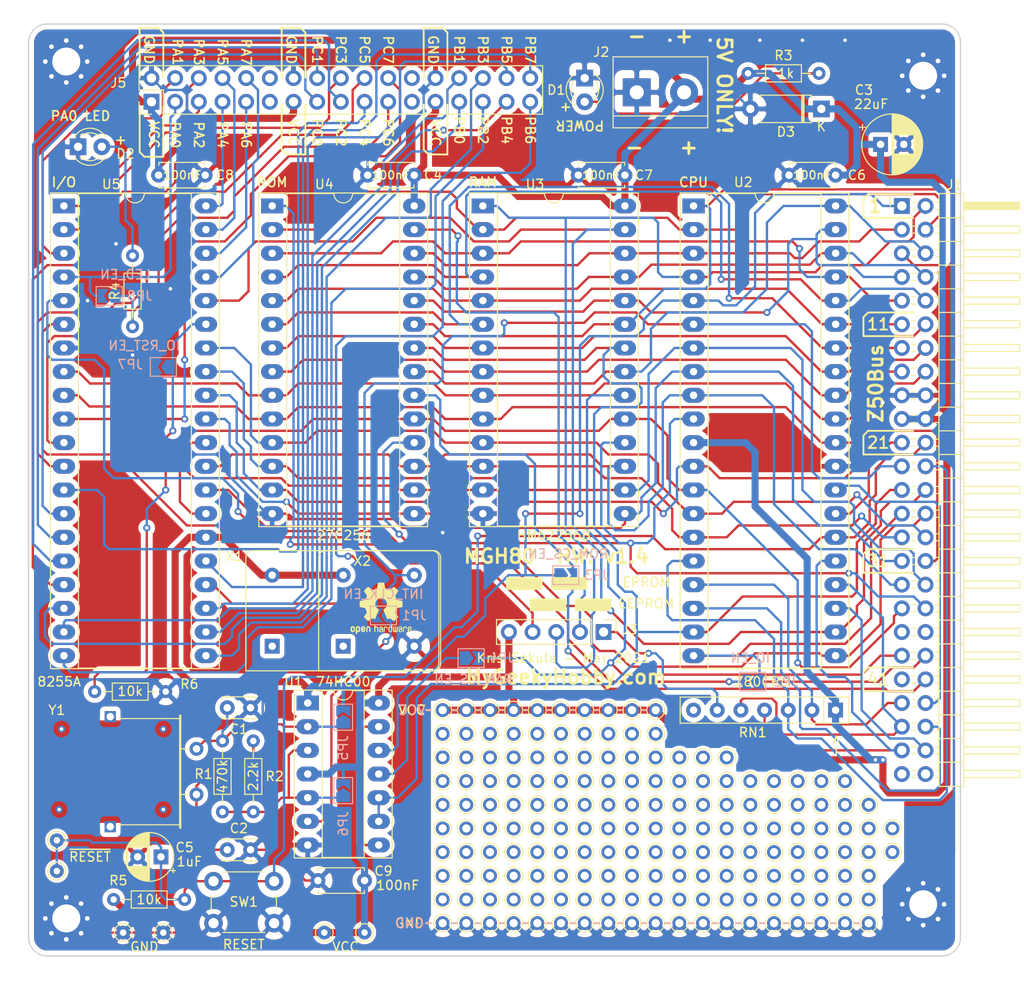
<source format=kicad_pcb>
(kicad_pcb (version 20171130) (host pcbnew "(5.1.5)-3")
  (layers (0 F.Cu signal) (31 B.Cu signal) (34 B.Paste user hide) (35 F.Paste user hide) (36 B.SilkS user hide) (37 F.SilkS user hide) (38 B.Mask user hide) (39 F.Mask user hide) (44 Edge.Cuts user))
  (net 0 "")
  (net 1 GND)
  (net 2 "Net-(C1-Pad2)")
  (net 3 "Net-(C2-Pad1)")
  (net 4 VCC)
  (net 5 /~RESET)
  (net 6 "Net-(D1-Pad2)")
  (net 7 /A15)
  (net 8 /A14)
  (net 9 /A13)
  (net 10 /A12)
  (net 11 /A11)
  (net 12 /A10)
  (net 13 /A9)
  (net 14 /A8)
  (net 15 /A7)
  (net 16 /A6)
  (net 17 /A5)
  (net 18 /A4)
  (net 19 /A3)
  (net 20 /A2)
  (net 21 /A1)
  (net 22 /A0)
  (net 23 /~M1)
  (net 24 /CLK)
  (net 25 /~INT)
  (net 26 /~MREQ)
  (net 27 /~WR)
  (net 28 /~IORQ)
  (net 29 /~RD)
  (net 30 /D1)
  (net 31 /D0)
  (net 32 /D3)
  (net 33 /D2)
  (net 34 /D5)
  (net 35 /D4)
  (net 36 /D7)
  (net 37 /D6)
  (net 38 /~RAM_CS)
  (net 39 /~IO_CS)
  (net 40 /~ROM_CS)
  (net 41 /~NMI)
  (net 42 /~RFSH)
  (net 43 /~Wait)
  (net 44 /~HALT)
  (net 45 /~BusRQ)
  (net 46 /~BusACK)
  (net 47 "Net-(J3-Pad2)")
  (net 48 "Net-(J3-Pad4)")
  (net 49 /PA0)
  (net 50 /PA1)
  (net 51 /PA2)
  (net 52 /PA3)
  (net 53 /PA4)
  (net 54 /PA5)
  (net 55 /PA6)
  (net 56 /PA7)
  (net 57 /PC0)
  (net 58 /PC1)
  (net 59 /PC2)
  (net 60 /PC3)
  (net 61 /PC4)
  (net 62 /PC5)
  (net 63 /PC6)
  (net 64 /PC7)
  (net 65 /PB0)
  (net 66 /PB1)
  (net 67 /PB2)
  (net 68 /PB3)
  (net 69 /PB4)
  (net 70 /PB5)
  (net 71 /PB6)
  (net 72 /PB7)
  (net 73 "Net-(JP1-Pad1)")
  (net 74 "Net-(JP4-Pad1)")
  (net 75 "Net-(U1-Pad13)")
  (net 76 "Net-(JP6-Pad1)")
  (net 77 /~WE)
  (net 78 /IO_RST)
  (net 79 "Net-(D2-Pad2)")
  (net 80 "Net-(JP8-Pad1)")
  (module Capacitor_THT:C_Disc_D3.4mm_W2.1mm_P2.50mm (layer F.Cu) (at 105.41 129.794)
    (fp_text reference C2 (at 1.25 -2.3) (layer F.SilkS))
    (fp_text value 22pF)
    (pad 2 thru_hole circle (at 2.5 0) (size 1.6 1.6) (drill 0.8) (layers *.Cu *.Mask) (net 1 GND) (thermal_gap 0.762))
    (pad 1 thru_hole circle (at 0 0) (size 1.6 1.6) (drill 0.8) (layers *.Cu *.Mask) (net 3 "Net-(C2-Pad1)"))
  )
  (module Capacitor_THT:C_Disc_D3.4mm_W2.1mm_P2.50mm (layer F.Cu) (at 107.91 114.554 180)
    (fp_text reference C1 (at 1.25 -2.3) (layer F.SilkS))
    (fp_text value 22pF)
    (pad 2 thru_hole circle (at 2.5 0 180) (size 1.6 1.6) (drill 0.8) (layers *.Cu *.Mask) (net 2 "Net-(C1-Pad2)"))
    (pad 1 thru_hole circle (at 0 0 180) (size 1.6 1.6) (drill 0.8) (layers *.Cu *.Mask) (net 1 GND) (thermal_gap 0.762))
  )
  (module TestPoint:TestPoint_THTPad_D1.5mm_Drill0.7mm (layer F.Cu) (at 174.244 137.668)
    (fp_text reference TP4 hide)
    (fp_text value GND)
    (pad 1 thru_hole circle (at 0 0) (size 1.5 1.5) (drill 0.889) (layers *.Cu *.Mask) (net 1 GND) (thermal_gap 0.762))
  )
  (module TestPoint:TestPoint_THTPad_D1.5mm_Drill0.7mm (layer F.Cu) (at 171.704 137.668)
    (fp_text reference TP4 hide)
    (fp_text value GND)
    (pad 1 thru_hole circle (at 0 0) (size 1.5 1.5) (drill 0.889) (layers *.Cu *.Mask) (net 1 GND) (thermal_gap 0.762))
  )
  (module TestPoint:TestPoint_THTPad_D1.5mm_Drill0.7mm (layer F.Cu) (at 169.164 137.668)
    (fp_text reference TP4 hide)
    (fp_text value GND)
    (pad 1 thru_hole circle (at 0 0) (size 1.5 1.5) (drill 0.889) (layers *.Cu *.Mask) (net 1 GND) (thermal_gap 0.762))
  )
  (module TestPoint:TestPoint_THTPad_D1.5mm_Drill0.7mm (layer F.Cu) (at 166.624 137.668)
    (fp_text reference TP4 hide)
    (fp_text value GND)
    (pad 1 thru_hole circle (at 0 0) (size 1.5 1.5) (drill 0.889) (layers *.Cu *.Mask) (net 1 GND) (thermal_gap 0.762))
  )
  (module TestPoint:TestPoint_THTPad_D1.5mm_Drill0.7mm (layer F.Cu) (at 164.084 137.668)
    (fp_text reference TP4 hide)
    (fp_text value GND)
    (pad 1 thru_hole circle (at 0 0) (size 1.5 1.5) (drill 0.889) (layers *.Cu *.Mask) (net 1 GND) (thermal_gap 0.762))
  )
  (module TestPoint:TestPoint_THTPad_D1.5mm_Drill0.7mm (layer F.Cu) (at 161.544 137.668)
    (fp_text reference TP4 hide)
    (fp_text value GND)
    (pad 1 thru_hole circle (at 0 0) (size 1.5 1.5) (drill 0.889) (layers *.Cu *.Mask) (net 1 GND) (thermal_gap 0.762))
  )
  (module TestPoint:TestPoint_THTPad_D1.5mm_Drill0.7mm (layer F.Cu) (at 159.004 137.668)
    (fp_text reference TP4 hide)
    (fp_text value GND)
    (pad 1 thru_hole circle (at 0 0) (size 1.5 1.5) (drill 0.889) (layers *.Cu *.Mask) (net 1 GND) (thermal_gap 0.762))
  )
  (module TestPoint:TestPoint_THTPad_D1.5mm_Drill0.7mm (layer F.Cu) (at 156.464 137.668)
    (fp_text reference TP4 hide)
    (fp_text value GND)
    (pad 1 thru_hole circle (at 0 0) (size 1.5 1.5) (drill 0.889) (layers *.Cu *.Mask) (net 1 GND) (thermal_gap 0.762))
  )
  (module TestPoint:TestPoint_THTPad_D1.5mm_Drill0.7mm (layer F.Cu) (at 153.924 137.668)
    (fp_text reference TP4 hide)
    (fp_text value GND)
    (pad 1 thru_hole circle (at 0 0) (size 1.5 1.5) (drill 0.889) (layers *.Cu *.Mask) (net 1 GND) (thermal_gap 0.762))
  )
  (module TestPoint:TestPoint_THTPad_D1.5mm_Drill0.7mm (layer F.Cu) (at 151.384 137.668)
    (fp_text reference TP4 hide)
    (fp_text value GND)
    (pad 1 thru_hole circle (at 0 0) (size 1.5 1.5) (drill 0.889) (layers *.Cu *.Mask) (net 1 GND) (thermal_gap 0.762))
  )
  (module TestPoint:TestPoint_THTPad_D1.5mm_Drill0.7mm (layer F.Cu) (at 148.844 137.668)
    (fp_text reference TP4 hide)
    (fp_text value GND)
    (pad 1 thru_hole circle (at 0 0) (size 1.5 1.5) (drill 0.889) (layers *.Cu *.Mask) (net 1 GND) (thermal_gap 0.762))
  )
  (module TestPoint:TestPoint_THTPad_D1.5mm_Drill0.7mm (layer F.Cu) (at 146.304 137.668)
    (fp_text reference TP4 hide)
    (fp_text value GND)
    (pad 1 thru_hole circle (at 0 0) (size 1.5 1.5) (drill 0.889) (layers *.Cu *.Mask) (net 1 GND) (thermal_gap 0.762))
  )
  (module TestPoint:TestPoint_THTPad_D1.5mm_Drill0.7mm (layer F.Cu) (at 143.764 137.668)
    (fp_text reference TP4 hide)
    (fp_text value GND)
    (pad 1 thru_hole circle (at 0 0) (size 1.5 1.5) (drill 0.889) (layers *.Cu *.Mask) (net 1 GND) (thermal_gap 0.762))
  )
  (module TestPoint:TestPoint_THTPad_D1.5mm_Drill0.7mm (layer F.Cu) (at 141.224 137.668)
    (fp_text reference TP4 hide)
    (fp_text value GND)
    (pad 1 thru_hole circle (at 0 0) (size 1.5 1.5) (drill 0.889) (layers *.Cu *.Mask) (net 1 GND) (thermal_gap 0.762))
  )
  (module TestPoint:TestPoint_THTPad_D1.5mm_Drill0.7mm (layer F.Cu) (at 138.684 137.668)
    (fp_text reference TP4 hide)
    (fp_text value GND)
    (pad 1 thru_hole circle (at 0 0) (size 1.5 1.5) (drill 0.889) (layers *.Cu *.Mask) (net 1 GND) (thermal_gap 0.762))
  )
  (module TestPoint:TestPoint_THTPad_D1.5mm_Drill0.7mm (layer F.Cu) (at 136.144 137.668)
    (fp_text reference TP4 hide)
    (fp_text value GND)
    (pad 1 thru_hole circle (at 0 0) (size 1.5 1.5) (drill 0.889) (layers *.Cu *.Mask) (net 1 GND) (thermal_gap 0.762))
  )
  (module TestPoint:TestPoint_THTPad_D1.5mm_Drill0.7mm (layer F.Cu) (at 133.604 137.668)
    (fp_text reference TP4 hide)
    (fp_text value GND)
    (pad 1 thru_hole circle (at 0 0) (size 1.5 1.5) (drill 0.889) (layers *.Cu *.Mask) (net 1 GND) (thermal_gap 0.762))
  )
  (module TestPoint:TestPoint_THTPad_D1.5mm_Drill0.7mm (layer F.Cu) (at 131.064 137.668)
    (fp_text reference TP4 hide)
    (fp_text value GND)
    (pad 1 thru_hole circle (at 0 0) (size 1.5 1.5) (drill 0.889) (layers *.Cu *.Mask) (net 1 GND) (thermal_gap 0.762))
  )
  (module TestPoint:TestPoint_THTPad_D1.5mm_Drill0.7mm (layer F.Cu) (at 176.784 130.048)
    (fp_text reference REF**)
    (fp_text value TestPoint_THTPad_D1.5mm_Drill0.7mm)
    (pad 1 thru_hole circle (at 0 0) (size 1.5 1.5) (drill 0.889) (layers *.Cu *.Mask))
  )
  (module TestPoint:TestPoint_THTPad_D1.5mm_Drill0.7mm (layer F.Cu) (at 176.784 127.508)
    (fp_text reference REF**)
    (fp_text value TestPoint_THTPad_D1.5mm_Drill0.7mm)
    (pad 1 thru_hole circle (at 0 0) (size 1.5 1.5) (drill 0.889) (layers *.Cu *.Mask))
  )
  (module TestPoint:TestPoint_THTPad_D1.5mm_Drill0.7mm (layer F.Cu) (at 171.704 122.428)
    (fp_text reference REF**)
    (fp_text value TestPoint_THTPad_D1.5mm_Drill0.7mm)
    (pad 1 thru_hole circle (at 0 0) (size 1.5 1.5) (drill 0.889) (layers *.Cu *.Mask))
  )
  (module TestPoint:TestPoint_THTPad_D1.5mm_Drill0.7mm (layer F.Cu) (at 174.244 124.968)
    (fp_text reference REF**)
    (fp_text value TestPoint_THTPad_D1.5mm_Drill0.7mm)
    (pad 1 thru_hole circle (at 0 0) (size 1.5 1.5) (drill 0.889) (layers *.Cu *.Mask))
  )
  (module TestPoint:TestPoint_THTPad_D1.5mm_Drill0.7mm (layer F.Cu) (at 174.244 130.048)
    (fp_text reference REF**)
    (fp_text value TestPoint_THTPad_D1.5mm_Drill0.7mm)
    (pad 1 thru_hole circle (at 0 0) (size 1.5 1.5) (drill 0.889) (layers *.Cu *.Mask))
  )
  (module TestPoint:TestPoint_THTPad_D1.5mm_Drill0.7mm (layer F.Cu) (at 174.244 135.128)
    (fp_text reference REF**)
    (fp_text value TestPoint_THTPad_D1.5mm_Drill0.7mm)
    (pad 1 thru_hole circle (at 0 0) (size 1.5 1.5) (drill 0.889) (layers *.Cu *.Mask))
  )
  (module TestPoint:TestPoint_THTPad_D1.5mm_Drill0.7mm (layer F.Cu) (at 174.244 132.588)
    (fp_text reference REF**)
    (fp_text value TestPoint_THTPad_D1.5mm_Drill0.7mm)
    (pad 1 thru_hole circle (at 0 0) (size 1.5 1.5) (drill 0.889) (layers *.Cu *.Mask))
  )
  (module TestPoint:TestPoint_THTPad_D1.5mm_Drill0.7mm (layer F.Cu) (at 174.244 127.508)
    (fp_text reference REF**)
    (fp_text value TestPoint_THTPad_D1.5mm_Drill0.7mm)
    (pad 1 thru_hole circle (at 0 0) (size 1.5 1.5) (drill 0.889) (layers *.Cu *.Mask))
  )
  (module TestPoint:TestPoint_THTPad_D1.5mm_Drill0.7mm (layer F.Cu) (at 171.704 135.128)
    (fp_text reference REF**)
    (fp_text value TestPoint_THTPad_D1.5mm_Drill0.7mm)
    (pad 1 thru_hole circle (at 0 0) (size 1.5 1.5) (drill 0.889) (layers *.Cu *.Mask))
  )
  (module TestPoint:TestPoint_THTPad_D1.5mm_Drill0.7mm (layer F.Cu) (at 171.704 132.588)
    (fp_text reference REF**)
    (fp_text value TestPoint_THTPad_D1.5mm_Drill0.7mm)
    (pad 1 thru_hole circle (at 0 0) (size 1.5 1.5) (drill 0.889) (layers *.Cu *.Mask))
  )
  (module TestPoint:TestPoint_THTPad_D1.5mm_Drill0.7mm (layer F.Cu) (at 171.704 130.048)
    (fp_text reference REF**)
    (fp_text value TestPoint_THTPad_D1.5mm_Drill0.7mm)
    (pad 1 thru_hole circle (at 0 0) (size 1.5 1.5) (drill 0.889) (layers *.Cu *.Mask))
  )
  (module TestPoint:TestPoint_THTPad_D1.5mm_Drill0.7mm (layer F.Cu) (at 171.704 124.968)
    (fp_text reference REF**)
    (fp_text value TestPoint_THTPad_D1.5mm_Drill0.7mm)
    (pad 1 thru_hole circle (at 0 0) (size 1.5 1.5) (drill 0.889) (layers *.Cu *.Mask))
  )
  (module TestPoint:TestPoint_THTPad_D1.5mm_Drill0.7mm (layer F.Cu) (at 171.704 127.508)
    (fp_text reference REF**)
    (fp_text value TestPoint_THTPad_D1.5mm_Drill0.7mm)
    (pad 1 thru_hole circle (at 0 0) (size 1.5 1.5) (drill 0.889) (layers *.Cu *.Mask))
  )
  (module TestPoint:TestPoint_THTPad_D1.5mm_Drill0.7mm (layer F.Cu) (at 169.164 135.128)
    (fp_text reference REF**)
    (fp_text value TestPoint_THTPad_D1.5mm_Drill0.7mm)
    (pad 1 thru_hole circle (at 0 0) (size 1.5 1.5) (drill 0.889) (layers *.Cu *.Mask))
  )
  (module TestPoint:TestPoint_THTPad_D1.5mm_Drill0.7mm (layer F.Cu) (at 166.624 135.128)
    (fp_text reference REF**)
    (fp_text value TestPoint_THTPad_D1.5mm_Drill0.7mm)
    (pad 1 thru_hole circle (at 0 0) (size 1.5 1.5) (drill 0.889) (layers *.Cu *.Mask))
  )
  (module TestPoint:TestPoint_THTPad_D1.5mm_Drill0.7mm (layer F.Cu) (at 164.084 135.128)
    (fp_text reference REF**)
    (fp_text value TestPoint_THTPad_D1.5mm_Drill0.7mm)
    (pad 1 thru_hole circle (at 0 0) (size 1.5 1.5) (drill 0.889) (layers *.Cu *.Mask))
  )
  (module TestPoint:TestPoint_THTPad_D1.5mm_Drill0.7mm (layer F.Cu) (at 161.544 135.128)
    (fp_text reference REF**)
    (fp_text value TestPoint_THTPad_D1.5mm_Drill0.7mm)
    (pad 1 thru_hole circle (at 0 0) (size 1.5 1.5) (drill 0.889) (layers *.Cu *.Mask))
  )
  (module TestPoint:TestPoint_THTPad_D1.5mm_Drill0.7mm (layer F.Cu) (at 159.004 135.128)
    (fp_text reference REF**)
    (fp_text value TestPoint_THTPad_D1.5mm_Drill0.7mm)
    (pad 1 thru_hole circle (at 0 0) (size 1.5 1.5) (drill 0.889) (layers *.Cu *.Mask))
  )
  (module TestPoint:TestPoint_THTPad_D1.5mm_Drill0.7mm (layer F.Cu) (at 156.464 135.128)
    (fp_text reference REF**)
    (fp_text value TestPoint_THTPad_D1.5mm_Drill0.7mm)
    (pad 1 thru_hole circle (at 0 0) (size 1.5 1.5) (drill 0.889) (layers *.Cu *.Mask))
  )
  (module TestPoint:TestPoint_THTPad_D1.5mm_Drill0.7mm (layer F.Cu) (at 153.924 135.128)
    (fp_text reference REF**)
    (fp_text value TestPoint_THTPad_D1.5mm_Drill0.7mm)
    (pad 1 thru_hole circle (at 0 0) (size 1.5 1.5) (drill 0.889) (layers *.Cu *.Mask))
  )
  (module TestPoint:TestPoint_THTPad_D1.5mm_Drill0.7mm (layer F.Cu) (at 151.384 135.128)
    (fp_text reference REF**)
    (fp_text value TestPoint_THTPad_D1.5mm_Drill0.7mm)
    (pad 1 thru_hole circle (at 0 0) (size 1.5 1.5) (drill 0.889) (layers *.Cu *.Mask))
  )
  (module TestPoint:TestPoint_THTPad_D1.5mm_Drill0.7mm (layer F.Cu) (at 148.844 135.128)
    (fp_text reference REF**)
    (fp_text value TestPoint_THTPad_D1.5mm_Drill0.7mm)
    (pad 1 thru_hole circle (at 0 0) (size 1.5 1.5) (drill 0.889) (layers *.Cu *.Mask))
  )
  (module TestPoint:TestPoint_THTPad_D1.5mm_Drill0.7mm (layer F.Cu) (at 146.304 135.128)
    (fp_text reference REF**)
    (fp_text value TestPoint_THTPad_D1.5mm_Drill0.7mm)
    (pad 1 thru_hole circle (at 0 0) (size 1.5 1.5) (drill 0.889) (layers *.Cu *.Mask))
  )
  (module TestPoint:TestPoint_THTPad_D1.5mm_Drill0.7mm (layer F.Cu) (at 143.764 135.128)
    (fp_text reference REF**)
    (fp_text value TestPoint_THTPad_D1.5mm_Drill0.7mm)
    (pad 1 thru_hole circle (at 0 0) (size 1.5 1.5) (drill 0.889) (layers *.Cu *.Mask))
  )
  (module TestPoint:TestPoint_THTPad_D1.5mm_Drill0.7mm (layer F.Cu) (at 141.224 135.128)
    (fp_text reference REF**)
    (fp_text value TestPoint_THTPad_D1.5mm_Drill0.7mm)
    (pad 1 thru_hole circle (at 0 0) (size 1.5 1.5) (drill 0.889) (layers *.Cu *.Mask))
  )
  (module TestPoint:TestPoint_THTPad_D1.5mm_Drill0.7mm (layer F.Cu) (at 138.684 135.128)
    (fp_text reference REF**)
    (fp_text value TestPoint_THTPad_D1.5mm_Drill0.7mm)
    (pad 1 thru_hole circle (at 0 0) (size 1.5 1.5) (drill 0.889) (layers *.Cu *.Mask))
  )
  (module TestPoint:TestPoint_THTPad_D1.5mm_Drill0.7mm (layer F.Cu) (at 136.144 135.128)
    (fp_text reference REF**)
    (fp_text value TestPoint_THTPad_D1.5mm_Drill0.7mm)
    (pad 1 thru_hole circle (at 0 0) (size 1.5 1.5) (drill 0.889) (layers *.Cu *.Mask))
  )
  (module TestPoint:TestPoint_THTPad_D1.5mm_Drill0.7mm (layer F.Cu) (at 133.604 135.128)
    (fp_text reference REF**)
    (fp_text value TestPoint_THTPad_D1.5mm_Drill0.7mm)
    (pad 1 thru_hole circle (at 0 0) (size 1.5 1.5) (drill 0.889) (layers *.Cu *.Mask))
  )
  (module TestPoint:TestPoint_THTPad_D1.5mm_Drill0.7mm (layer F.Cu) (at 131.064 135.128)
    (fp_text reference REF**)
    (fp_text value TestPoint_THTPad_D1.5mm_Drill0.7mm)
    (pad 1 thru_hole circle (at 0 0) (size 1.5 1.5) (drill 0.889) (layers *.Cu *.Mask))
  )
  (module TestPoint:TestPoint_THTPad_D1.5mm_Drill0.7mm (layer F.Cu) (at 128.524 135.128)
    (fp_text reference REF**)
    (fp_text value TestPoint_THTPad_D1.5mm_Drill0.7mm)
    (pad 1 thru_hole circle (at 0 0) (size 1.5 1.5) (drill 0.889) (layers *.Cu *.Mask))
  )
  (module TestPoint:TestPoint_THTPad_D1.5mm_Drill0.7mm (layer F.Cu) (at 169.164 132.588)
    (fp_text reference REF**)
    (fp_text value TestPoint_THTPad_D1.5mm_Drill0.7mm)
    (pad 1 thru_hole circle (at 0 0) (size 1.5 1.5) (drill 0.889) (layers *.Cu *.Mask))
  )
  (module TestPoint:TestPoint_THTPad_D1.5mm_Drill0.7mm (layer F.Cu) (at 166.624 132.588)
    (fp_text reference REF**)
    (fp_text value TestPoint_THTPad_D1.5mm_Drill0.7mm)
    (pad 1 thru_hole circle (at 0 0) (size 1.5 1.5) (drill 0.889) (layers *.Cu *.Mask))
  )
  (module TestPoint:TestPoint_THTPad_D1.5mm_Drill0.7mm (layer F.Cu) (at 164.084 132.588)
    (fp_text reference REF**)
    (fp_text value TestPoint_THTPad_D1.5mm_Drill0.7mm)
    (pad 1 thru_hole circle (at 0 0) (size 1.5 1.5) (drill 0.889) (layers *.Cu *.Mask))
  )
  (module TestPoint:TestPoint_THTPad_D1.5mm_Drill0.7mm (layer F.Cu) (at 161.544 132.588)
    (fp_text reference REF**)
    (fp_text value TestPoint_THTPad_D1.5mm_Drill0.7mm)
    (pad 1 thru_hole circle (at 0 0) (size 1.5 1.5) (drill 0.889) (layers *.Cu *.Mask))
  )
  (module TestPoint:TestPoint_THTPad_D1.5mm_Drill0.7mm (layer F.Cu) (at 159.004 132.588)
    (fp_text reference REF**)
    (fp_text value TestPoint_THTPad_D1.5mm_Drill0.7mm)
    (pad 1 thru_hole circle (at 0 0) (size 1.5 1.5) (drill 0.889) (layers *.Cu *.Mask))
  )
  (module TestPoint:TestPoint_THTPad_D1.5mm_Drill0.7mm (layer F.Cu) (at 156.464 132.588)
    (fp_text reference REF**)
    (fp_text value TestPoint_THTPad_D1.5mm_Drill0.7mm)
    (pad 1 thru_hole circle (at 0 0) (size 1.5 1.5) (drill 0.889) (layers *.Cu *.Mask))
  )
  (module TestPoint:TestPoint_THTPad_D1.5mm_Drill0.7mm (layer F.Cu) (at 153.924 132.588)
    (fp_text reference REF**)
    (fp_text value TestPoint_THTPad_D1.5mm_Drill0.7mm)
    (pad 1 thru_hole circle (at 0 0) (size 1.5 1.5) (drill 0.889) (layers *.Cu *.Mask))
  )
  (module TestPoint:TestPoint_THTPad_D1.5mm_Drill0.7mm (layer F.Cu) (at 151.384 132.588)
    (fp_text reference REF**)
    (fp_text value TestPoint_THTPad_D1.5mm_Drill0.7mm)
    (pad 1 thru_hole circle (at 0 0) (size 1.5 1.5) (drill 0.889) (layers *.Cu *.Mask))
  )
  (module TestPoint:TestPoint_THTPad_D1.5mm_Drill0.7mm (layer F.Cu) (at 148.844 132.588)
    (fp_text reference REF**)
    (fp_text value TestPoint_THTPad_D1.5mm_Drill0.7mm)
    (pad 1 thru_hole circle (at 0 0) (size 1.5 1.5) (drill 0.889) (layers *.Cu *.Mask))
  )
  (module TestPoint:TestPoint_THTPad_D1.5mm_Drill0.7mm (layer F.Cu) (at 146.304 132.588)
    (fp_text reference REF**)
    (fp_text value TestPoint_THTPad_D1.5mm_Drill0.7mm)
    (pad 1 thru_hole circle (at 0 0) (size 1.5 1.5) (drill 0.889) (layers *.Cu *.Mask))
  )
  (module TestPoint:TestPoint_THTPad_D1.5mm_Drill0.7mm (layer F.Cu) (at 143.764 132.588)
    (fp_text reference REF**)
    (fp_text value TestPoint_THTPad_D1.5mm_Drill0.7mm)
    (pad 1 thru_hole circle (at 0 0) (size 1.5 1.5) (drill 0.889) (layers *.Cu *.Mask))
  )
  (module TestPoint:TestPoint_THTPad_D1.5mm_Drill0.7mm (layer F.Cu) (at 141.224 132.588)
    (fp_text reference REF**)
    (fp_text value TestPoint_THTPad_D1.5mm_Drill0.7mm)
    (pad 1 thru_hole circle (at 0 0) (size 1.5 1.5) (drill 0.889) (layers *.Cu *.Mask))
  )
  (module TestPoint:TestPoint_THTPad_D1.5mm_Drill0.7mm (layer F.Cu) (at 138.684 132.588)
    (fp_text reference REF**)
    (fp_text value TestPoint_THTPad_D1.5mm_Drill0.7mm)
    (pad 1 thru_hole circle (at 0 0) (size 1.5 1.5) (drill 0.889) (layers *.Cu *.Mask))
  )
  (module TestPoint:TestPoint_THTPad_D1.5mm_Drill0.7mm (layer F.Cu) (at 136.144 132.588)
    (fp_text reference REF**)
    (fp_text value TestPoint_THTPad_D1.5mm_Drill0.7mm)
    (pad 1 thru_hole circle (at 0 0) (size 1.5 1.5) (drill 0.889) (layers *.Cu *.Mask))
  )
  (module TestPoint:TestPoint_THTPad_D1.5mm_Drill0.7mm (layer F.Cu) (at 133.604 132.588)
    (fp_text reference REF**)
    (fp_text value TestPoint_THTPad_D1.5mm_Drill0.7mm)
    (pad 1 thru_hole circle (at 0 0) (size 1.5 1.5) (drill 0.889) (layers *.Cu *.Mask))
  )
  (module TestPoint:TestPoint_THTPad_D1.5mm_Drill0.7mm (layer F.Cu) (at 131.064 132.588)
    (fp_text reference REF**)
    (fp_text value TestPoint_THTPad_D1.5mm_Drill0.7mm)
    (pad 1 thru_hole circle (at 0 0) (size 1.5 1.5) (drill 0.889) (layers *.Cu *.Mask))
  )
  (module TestPoint:TestPoint_THTPad_D1.5mm_Drill0.7mm (layer F.Cu) (at 128.524 132.588)
    (fp_text reference REF**)
    (fp_text value TestPoint_THTPad_D1.5mm_Drill0.7mm)
    (pad 1 thru_hole circle (at 0 0) (size 1.5 1.5) (drill 0.889) (layers *.Cu *.Mask))
  )
  (module TestPoint:TestPoint_THTPad_D1.5mm_Drill0.7mm (layer F.Cu) (at 169.164 130.048)
    (fp_text reference REF**)
    (fp_text value TestPoint_THTPad_D1.5mm_Drill0.7mm)
    (pad 1 thru_hole circle (at 0 0) (size 1.5 1.5) (drill 0.889) (layers *.Cu *.Mask))
  )
  (module TestPoint:TestPoint_THTPad_D1.5mm_Drill0.7mm (layer F.Cu) (at 166.624 130.048)
    (fp_text reference REF**)
    (fp_text value TestPoint_THTPad_D1.5mm_Drill0.7mm)
    (pad 1 thru_hole circle (at 0 0) (size 1.5 1.5) (drill 0.889) (layers *.Cu *.Mask))
  )
  (module TestPoint:TestPoint_THTPad_D1.5mm_Drill0.7mm (layer F.Cu) (at 164.084 130.048)
    (fp_text reference REF**)
    (fp_text value TestPoint_THTPad_D1.5mm_Drill0.7mm)
    (pad 1 thru_hole circle (at 0 0) (size 1.5 1.5) (drill 0.889) (layers *.Cu *.Mask))
  )
  (module TestPoint:TestPoint_THTPad_D1.5mm_Drill0.7mm (layer F.Cu) (at 161.544 130.048)
    (fp_text reference REF**)
    (fp_text value TestPoint_THTPad_D1.5mm_Drill0.7mm)
    (pad 1 thru_hole circle (at 0 0) (size 1.5 1.5) (drill 0.889) (layers *.Cu *.Mask))
  )
  (module TestPoint:TestPoint_THTPad_D1.5mm_Drill0.7mm (layer F.Cu) (at 159.004 130.048)
    (fp_text reference REF**)
    (fp_text value TestPoint_THTPad_D1.5mm_Drill0.7mm)
    (pad 1 thru_hole circle (at 0 0) (size 1.5 1.5) (drill 0.889) (layers *.Cu *.Mask))
  )
  (module TestPoint:TestPoint_THTPad_D1.5mm_Drill0.7mm (layer F.Cu) (at 156.464 130.048)
    (fp_text reference REF**)
    (fp_text value TestPoint_THTPad_D1.5mm_Drill0.7mm)
    (pad 1 thru_hole circle (at 0 0) (size 1.5 1.5) (drill 0.889) (layers *.Cu *.Mask))
  )
  (module TestPoint:TestPoint_THTPad_D1.5mm_Drill0.7mm (layer F.Cu) (at 153.924 130.048)
    (fp_text reference REF**)
    (fp_text value TestPoint_THTPad_D1.5mm_Drill0.7mm)
    (pad 1 thru_hole circle (at 0 0) (size 1.5 1.5) (drill 0.889) (layers *.Cu *.Mask))
  )
  (module TestPoint:TestPoint_THTPad_D1.5mm_Drill0.7mm (layer F.Cu) (at 151.384 130.048)
    (fp_text reference REF**)
    (fp_text value TestPoint_THTPad_D1.5mm_Drill0.7mm)
    (pad 1 thru_hole circle (at 0 0) (size 1.5 1.5) (drill 0.889) (layers *.Cu *.Mask))
  )
  (module TestPoint:TestPoint_THTPad_D1.5mm_Drill0.7mm (layer F.Cu) (at 148.844 130.048)
    (fp_text reference REF**)
    (fp_text value TestPoint_THTPad_D1.5mm_Drill0.7mm)
    (pad 1 thru_hole circle (at 0 0) (size 1.5 1.5) (drill 0.889) (layers *.Cu *.Mask))
  )
  (module TestPoint:TestPoint_THTPad_D1.5mm_Drill0.7mm (layer F.Cu) (at 146.304 130.048)
    (fp_text reference REF**)
    (fp_text value TestPoint_THTPad_D1.5mm_Drill0.7mm)
    (pad 1 thru_hole circle (at 0 0) (size 1.5 1.5) (drill 0.889) (layers *.Cu *.Mask))
  )
  (module TestPoint:TestPoint_THTPad_D1.5mm_Drill0.7mm (layer F.Cu) (at 143.764 130.048)
    (fp_text reference REF**)
    (fp_text value TestPoint_THTPad_D1.5mm_Drill0.7mm)
    (pad 1 thru_hole circle (at 0 0) (size 1.5 1.5) (drill 0.889) (layers *.Cu *.Mask))
  )
  (module TestPoint:TestPoint_THTPad_D1.5mm_Drill0.7mm (layer F.Cu) (at 141.224 130.048)
    (fp_text reference REF**)
    (fp_text value TestPoint_THTPad_D1.5mm_Drill0.7mm)
    (pad 1 thru_hole circle (at 0 0) (size 1.5 1.5) (drill 0.889) (layers *.Cu *.Mask))
  )
  (module TestPoint:TestPoint_THTPad_D1.5mm_Drill0.7mm (layer F.Cu) (at 138.684 130.048)
    (fp_text reference REF**)
    (fp_text value TestPoint_THTPad_D1.5mm_Drill0.7mm)
    (pad 1 thru_hole circle (at 0 0) (size 1.5 1.5) (drill 0.889) (layers *.Cu *.Mask))
  )
  (module TestPoint:TestPoint_THTPad_D1.5mm_Drill0.7mm (layer F.Cu) (at 136.144 130.048)
    (fp_text reference REF**)
    (fp_text value TestPoint_THTPad_D1.5mm_Drill0.7mm)
    (pad 1 thru_hole circle (at 0 0) (size 1.5 1.5) (drill 0.889) (layers *.Cu *.Mask))
  )
  (module TestPoint:TestPoint_THTPad_D1.5mm_Drill0.7mm (layer F.Cu) (at 133.604 130.048)
    (fp_text reference REF**)
    (fp_text value TestPoint_THTPad_D1.5mm_Drill0.7mm)
    (pad 1 thru_hole circle (at 0 0) (size 1.5 1.5) (drill 0.889) (layers *.Cu *.Mask))
  )
  (module TestPoint:TestPoint_THTPad_D1.5mm_Drill0.7mm (layer F.Cu) (at 131.064 130.048)
    (fp_text reference REF**)
    (fp_text value TestPoint_THTPad_D1.5mm_Drill0.7mm)
    (pad 1 thru_hole circle (at 0 0) (size 1.5 1.5) (drill 0.889) (layers *.Cu *.Mask))
  )
  (module TestPoint:TestPoint_THTPad_D1.5mm_Drill0.7mm (layer F.Cu) (at 128.524 130.048)
    (fp_text reference REF**)
    (fp_text value TestPoint_THTPad_D1.5mm_Drill0.7mm)
    (pad 1 thru_hole circle (at 0 0) (size 1.5 1.5) (drill 0.889) (layers *.Cu *.Mask))
  )
  (module TestPoint:TestPoint_THTPad_D1.5mm_Drill0.7mm (layer F.Cu) (at 169.164 127.508)
    (fp_text reference REF**)
    (fp_text value TestPoint_THTPad_D1.5mm_Drill0.7mm)
    (pad 1 thru_hole circle (at 0 0) (size 1.5 1.5) (drill 0.889) (layers *.Cu *.Mask))
  )
  (module TestPoint:TestPoint_THTPad_D1.5mm_Drill0.7mm (layer F.Cu) (at 166.624 127.508)
    (fp_text reference REF**)
    (fp_text value TestPoint_THTPad_D1.5mm_Drill0.7mm)
    (pad 1 thru_hole circle (at 0 0) (size 1.5 1.5) (drill 0.889) (layers *.Cu *.Mask))
  )
  (module TestPoint:TestPoint_THTPad_D1.5mm_Drill0.7mm (layer F.Cu) (at 164.084 127.508)
    (fp_text reference REF**)
    (fp_text value TestPoint_THTPad_D1.5mm_Drill0.7mm)
    (pad 1 thru_hole circle (at 0 0) (size 1.5 1.5) (drill 0.889) (layers *.Cu *.Mask))
  )
  (module TestPoint:TestPoint_THTPad_D1.5mm_Drill0.7mm (layer F.Cu) (at 161.544 127.508)
    (fp_text reference REF**)
    (fp_text value TestPoint_THTPad_D1.5mm_Drill0.7mm)
    (pad 1 thru_hole circle (at 0 0) (size 1.5 1.5) (drill 0.889) (layers *.Cu *.Mask))
  )
  (module TestPoint:TestPoint_THTPad_D1.5mm_Drill0.7mm (layer F.Cu) (at 159.004 127.508)
    (fp_text reference REF**)
    (fp_text value TestPoint_THTPad_D1.5mm_Drill0.7mm)
    (pad 1 thru_hole circle (at 0 0) (size 1.5 1.5) (drill 0.889) (layers *.Cu *.Mask))
  )
  (module TestPoint:TestPoint_THTPad_D1.5mm_Drill0.7mm (layer F.Cu) (at 156.464 127.508)
    (fp_text reference REF**)
    (fp_text value TestPoint_THTPad_D1.5mm_Drill0.7mm)
    (pad 1 thru_hole circle (at 0 0) (size 1.5 1.5) (drill 0.889) (layers *.Cu *.Mask))
  )
  (module TestPoint:TestPoint_THTPad_D1.5mm_Drill0.7mm (layer F.Cu) (at 153.924 127.508)
    (fp_text reference REF**)
    (fp_text value TestPoint_THTPad_D1.5mm_Drill0.7mm)
    (pad 1 thru_hole circle (at 0 0) (size 1.5 1.5) (drill 0.889) (layers *.Cu *.Mask))
  )
  (module TestPoint:TestPoint_THTPad_D1.5mm_Drill0.7mm (layer F.Cu) (at 151.384 127.508)
    (fp_text reference REF**)
    (fp_text value TestPoint_THTPad_D1.5mm_Drill0.7mm)
    (pad 1 thru_hole circle (at 0 0) (size 1.5 1.5) (drill 0.889) (layers *.Cu *.Mask))
  )
  (module TestPoint:TestPoint_THTPad_D1.5mm_Drill0.7mm (layer F.Cu) (at 148.844 127.508)
    (fp_text reference REF**)
    (fp_text value TestPoint_THTPad_D1.5mm_Drill0.7mm)
    (pad 1 thru_hole circle (at 0 0) (size 1.5 1.5) (drill 0.889) (layers *.Cu *.Mask))
  )
  (module TestPoint:TestPoint_THTPad_D1.5mm_Drill0.7mm (layer F.Cu) (at 146.304 127.508)
    (fp_text reference REF**)
    (fp_text value TestPoint_THTPad_D1.5mm_Drill0.7mm)
    (pad 1 thru_hole circle (at 0 0) (size 1.5 1.5) (drill 0.889) (layers *.Cu *.Mask))
  )
  (module TestPoint:TestPoint_THTPad_D1.5mm_Drill0.7mm (layer F.Cu) (at 143.764 127.508)
    (fp_text reference REF**)
    (fp_text value TestPoint_THTPad_D1.5mm_Drill0.7mm)
    (pad 1 thru_hole circle (at 0 0) (size 1.5 1.5) (drill 0.889) (layers *.Cu *.Mask))
  )
  (module TestPoint:TestPoint_THTPad_D1.5mm_Drill0.7mm (layer F.Cu) (at 141.224 127.508)
    (fp_text reference REF**)
    (fp_text value TestPoint_THTPad_D1.5mm_Drill0.7mm)
    (pad 1 thru_hole circle (at 0 0) (size 1.5 1.5) (drill 0.889) (layers *.Cu *.Mask))
  )
  (module TestPoint:TestPoint_THTPad_D1.5mm_Drill0.7mm (layer F.Cu) (at 138.684 127.508)
    (fp_text reference REF**)
    (fp_text value TestPoint_THTPad_D1.5mm_Drill0.7mm)
    (pad 1 thru_hole circle (at 0 0) (size 1.5 1.5) (drill 0.889) (layers *.Cu *.Mask))
  )
  (module TestPoint:TestPoint_THTPad_D1.5mm_Drill0.7mm (layer F.Cu) (at 136.144 127.508)
    (fp_text reference REF**)
    (fp_text value TestPoint_THTPad_D1.5mm_Drill0.7mm)
    (pad 1 thru_hole circle (at 0 0) (size 1.5 1.5) (drill 0.889) (layers *.Cu *.Mask))
  )
  (module TestPoint:TestPoint_THTPad_D1.5mm_Drill0.7mm (layer F.Cu) (at 133.604 127.508)
    (fp_text reference REF**)
    (fp_text value TestPoint_THTPad_D1.5mm_Drill0.7mm)
    (pad 1 thru_hole circle (at 0 0) (size 1.5 1.5) (drill 0.889) (layers *.Cu *.Mask))
  )
  (module TestPoint:TestPoint_THTPad_D1.5mm_Drill0.7mm (layer F.Cu) (at 131.064 127.508)
    (fp_text reference REF**)
    (fp_text value TestPoint_THTPad_D1.5mm_Drill0.7mm)
    (pad 1 thru_hole circle (at 0 0) (size 1.5 1.5) (drill 0.889) (layers *.Cu *.Mask))
  )
  (module TestPoint:TestPoint_THTPad_D1.5mm_Drill0.7mm (layer F.Cu) (at 128.524 127.508)
    (fp_text reference REF**)
    (fp_text value TestPoint_THTPad_D1.5mm_Drill0.7mm)
    (pad 1 thru_hole circle (at 0 0) (size 1.5 1.5) (drill 0.889) (layers *.Cu *.Mask))
  )
  (module TestPoint:TestPoint_THTPad_D1.5mm_Drill0.7mm (layer F.Cu) (at 169.164 124.968)
    (fp_text reference REF**)
    (fp_text value TestPoint_THTPad_D1.5mm_Drill0.7mm)
    (pad 1 thru_hole circle (at 0 0) (size 1.5 1.5) (drill 0.889) (layers *.Cu *.Mask))
  )
  (module TestPoint:TestPoint_THTPad_D1.5mm_Drill0.7mm (layer F.Cu) (at 166.624 124.968)
    (fp_text reference REF**)
    (fp_text value TestPoint_THTPad_D1.5mm_Drill0.7mm)
    (pad 1 thru_hole circle (at 0 0) (size 1.5 1.5) (drill 0.889) (layers *.Cu *.Mask))
  )
  (module TestPoint:TestPoint_THTPad_D1.5mm_Drill0.7mm (layer F.Cu) (at 164.084 124.968)
    (fp_text reference REF**)
    (fp_text value TestPoint_THTPad_D1.5mm_Drill0.7mm)
    (pad 1 thru_hole circle (at 0 0) (size 1.5 1.5) (drill 0.889) (layers *.Cu *.Mask))
  )
  (module TestPoint:TestPoint_THTPad_D1.5mm_Drill0.7mm (layer F.Cu) (at 161.544 124.968)
    (fp_text reference REF**)
    (fp_text value TestPoint_THTPad_D1.5mm_Drill0.7mm)
    (pad 1 thru_hole circle (at 0 0) (size 1.5 1.5) (drill 0.889) (layers *.Cu *.Mask))
  )
  (module TestPoint:TestPoint_THTPad_D1.5mm_Drill0.7mm (layer F.Cu) (at 159.004 124.968)
    (fp_text reference REF**)
    (fp_text value TestPoint_THTPad_D1.5mm_Drill0.7mm)
    (pad 1 thru_hole circle (at 0 0) (size 1.5 1.5) (drill 0.889) (layers *.Cu *.Mask))
  )
  (module TestPoint:TestPoint_THTPad_D1.5mm_Drill0.7mm (layer F.Cu) (at 156.464 124.968)
    (fp_text reference REF**)
    (fp_text value TestPoint_THTPad_D1.5mm_Drill0.7mm)
    (pad 1 thru_hole circle (at 0 0) (size 1.5 1.5) (drill 0.889) (layers *.Cu *.Mask))
  )
  (module TestPoint:TestPoint_THTPad_D1.5mm_Drill0.7mm (layer F.Cu) (at 153.924 124.968)
    (fp_text reference REF**)
    (fp_text value TestPoint_THTPad_D1.5mm_Drill0.7mm)
    (pad 1 thru_hole circle (at 0 0) (size 1.5 1.5) (drill 0.889) (layers *.Cu *.Mask))
  )
  (module TestPoint:TestPoint_THTPad_D1.5mm_Drill0.7mm (layer F.Cu) (at 151.384 124.968)
    (fp_text reference REF**)
    (fp_text value TestPoint_THTPad_D1.5mm_Drill0.7mm)
    (pad 1 thru_hole circle (at 0 0) (size 1.5 1.5) (drill 0.889) (layers *.Cu *.Mask))
  )
  (module TestPoint:TestPoint_THTPad_D1.5mm_Drill0.7mm (layer F.Cu) (at 148.844 124.968)
    (fp_text reference REF**)
    (fp_text value TestPoint_THTPad_D1.5mm_Drill0.7mm)
    (pad 1 thru_hole circle (at 0 0) (size 1.5 1.5) (drill 0.889) (layers *.Cu *.Mask))
  )
  (module TestPoint:TestPoint_THTPad_D1.5mm_Drill0.7mm (layer F.Cu) (at 146.304 124.968)
    (fp_text reference REF**)
    (fp_text value TestPoint_THTPad_D1.5mm_Drill0.7mm)
    (pad 1 thru_hole circle (at 0 0) (size 1.5 1.5) (drill 0.889) (layers *.Cu *.Mask))
  )
  (module TestPoint:TestPoint_THTPad_D1.5mm_Drill0.7mm (layer F.Cu) (at 143.764 124.968)
    (fp_text reference REF**)
    (fp_text value TestPoint_THTPad_D1.5mm_Drill0.7mm)
    (pad 1 thru_hole circle (at 0 0) (size 1.5 1.5) (drill 0.889) (layers *.Cu *.Mask))
  )
  (module TestPoint:TestPoint_THTPad_D1.5mm_Drill0.7mm (layer F.Cu) (at 141.224 124.968)
    (fp_text reference REF**)
    (fp_text value TestPoint_THTPad_D1.5mm_Drill0.7mm)
    (pad 1 thru_hole circle (at 0 0) (size 1.5 1.5) (drill 0.889) (layers *.Cu *.Mask))
  )
  (module TestPoint:TestPoint_THTPad_D1.5mm_Drill0.7mm (layer F.Cu) (at 138.684 124.968)
    (fp_text reference REF**)
    (fp_text value TestPoint_THTPad_D1.5mm_Drill0.7mm)
    (pad 1 thru_hole circle (at 0 0) (size 1.5 1.5) (drill 0.889) (layers *.Cu *.Mask))
  )
  (module TestPoint:TestPoint_THTPad_D1.5mm_Drill0.7mm (layer F.Cu) (at 136.144 124.968)
    (fp_text reference REF**)
    (fp_text value TestPoint_THTPad_D1.5mm_Drill0.7mm)
    (pad 1 thru_hole circle (at 0 0) (size 1.5 1.5) (drill 0.889) (layers *.Cu *.Mask))
  )
  (module TestPoint:TestPoint_THTPad_D1.5mm_Drill0.7mm (layer F.Cu) (at 133.604 124.968)
    (fp_text reference REF**)
    (fp_text value TestPoint_THTPad_D1.5mm_Drill0.7mm)
    (pad 1 thru_hole circle (at 0 0) (size 1.5 1.5) (drill 0.889) (layers *.Cu *.Mask))
  )
  (module TestPoint:TestPoint_THTPad_D1.5mm_Drill0.7mm (layer F.Cu) (at 131.064 124.968)
    (fp_text reference REF**)
    (fp_text value TestPoint_THTPad_D1.5mm_Drill0.7mm)
    (pad 1 thru_hole circle (at 0 0) (size 1.5 1.5) (drill 0.889) (layers *.Cu *.Mask))
  )
  (module TestPoint:TestPoint_THTPad_D1.5mm_Drill0.7mm (layer F.Cu) (at 128.524 124.968)
    (fp_text reference REF**)
    (fp_text value TestPoint_THTPad_D1.5mm_Drill0.7mm)
    (pad 1 thru_hole circle (at 0 0) (size 1.5 1.5) (drill 0.889) (layers *.Cu *.Mask))
  )
  (module TestPoint:TestPoint_THTPad_D1.5mm_Drill0.7mm (layer F.Cu) (at 169.164 122.428)
    (fp_text reference REF**)
    (fp_text value TestPoint_THTPad_D1.5mm_Drill0.7mm)
    (pad 1 thru_hole circle (at 0 0) (size 1.5 1.5) (drill 0.889) (layers *.Cu *.Mask))
  )
  (module TestPoint:TestPoint_THTPad_D1.5mm_Drill0.7mm (layer F.Cu) (at 166.624 122.428)
    (fp_text reference REF**)
    (fp_text value TestPoint_THTPad_D1.5mm_Drill0.7mm)
    (pad 1 thru_hole circle (at 0 0) (size 1.5 1.5) (drill 0.889) (layers *.Cu *.Mask))
  )
  (module TestPoint:TestPoint_THTPad_D1.5mm_Drill0.7mm (layer F.Cu) (at 164.084 122.428)
    (fp_text reference REF**)
    (fp_text value TestPoint_THTPad_D1.5mm_Drill0.7mm)
    (pad 1 thru_hole circle (at 0 0) (size 1.5 1.5) (drill 0.889) (layers *.Cu *.Mask))
  )
  (module TestPoint:TestPoint_THTPad_D1.5mm_Drill0.7mm (layer F.Cu) (at 161.544 122.428)
    (fp_text reference REF**)
    (fp_text value TestPoint_THTPad_D1.5mm_Drill0.7mm)
    (pad 1 thru_hole circle (at 0 0) (size 1.5 1.5) (drill 0.889) (layers *.Cu *.Mask))
  )
  (module TestPoint:TestPoint_THTPad_D1.5mm_Drill0.7mm (layer F.Cu) (at 159.004 122.428)
    (fp_text reference REF**)
    (fp_text value TestPoint_THTPad_D1.5mm_Drill0.7mm)
    (pad 1 thru_hole circle (at 0 0) (size 1.5 1.5) (drill 0.889) (layers *.Cu *.Mask))
  )
  (module TestPoint:TestPoint_THTPad_D1.5mm_Drill0.7mm (layer F.Cu) (at 156.464 122.428)
    (fp_text reference REF**)
    (fp_text value TestPoint_THTPad_D1.5mm_Drill0.7mm)
    (pad 1 thru_hole circle (at 0 0) (size 1.5 1.5) (drill 0.889) (layers *.Cu *.Mask))
  )
  (module TestPoint:TestPoint_THTPad_D1.5mm_Drill0.7mm (layer F.Cu) (at 153.924 122.428)
    (fp_text reference REF**)
    (fp_text value TestPoint_THTPad_D1.5mm_Drill0.7mm)
    (pad 1 thru_hole circle (at 0 0) (size 1.5 1.5) (drill 0.889) (layers *.Cu *.Mask))
  )
  (module TestPoint:TestPoint_THTPad_D1.5mm_Drill0.7mm (layer F.Cu) (at 151.384 122.428)
    (fp_text reference REF**)
    (fp_text value TestPoint_THTPad_D1.5mm_Drill0.7mm)
    (pad 1 thru_hole circle (at 0 0) (size 1.5 1.5) (drill 0.889) (layers *.Cu *.Mask))
  )
  (module TestPoint:TestPoint_THTPad_D1.5mm_Drill0.7mm (layer F.Cu) (at 148.844 122.428)
    (fp_text reference REF**)
    (fp_text value TestPoint_THTPad_D1.5mm_Drill0.7mm)
    (pad 1 thru_hole circle (at 0 0) (size 1.5 1.5) (drill 0.889) (layers *.Cu *.Mask))
  )
  (module TestPoint:TestPoint_THTPad_D1.5mm_Drill0.7mm (layer F.Cu) (at 146.304 122.428)
    (fp_text reference REF**)
    (fp_text value TestPoint_THTPad_D1.5mm_Drill0.7mm)
    (pad 1 thru_hole circle (at 0 0) (size 1.5 1.5) (drill 0.889) (layers *.Cu *.Mask))
  )
  (module TestPoint:TestPoint_THTPad_D1.5mm_Drill0.7mm (layer F.Cu) (at 143.764 122.428)
    (fp_text reference REF**)
    (fp_text value TestPoint_THTPad_D1.5mm_Drill0.7mm)
    (pad 1 thru_hole circle (at 0 0) (size 1.5 1.5) (drill 0.889) (layers *.Cu *.Mask))
  )
  (module TestPoint:TestPoint_THTPad_D1.5mm_Drill0.7mm (layer F.Cu) (at 141.224 122.428)
    (fp_text reference REF**)
    (fp_text value TestPoint_THTPad_D1.5mm_Drill0.7mm)
    (pad 1 thru_hole circle (at 0 0) (size 1.5 1.5) (drill 0.889) (layers *.Cu *.Mask))
  )
  (module TestPoint:TestPoint_THTPad_D1.5mm_Drill0.7mm (layer F.Cu) (at 138.684 122.428)
    (fp_text reference REF**)
    (fp_text value TestPoint_THTPad_D1.5mm_Drill0.7mm)
    (pad 1 thru_hole circle (at 0 0) (size 1.5 1.5) (drill 0.889) (layers *.Cu *.Mask))
  )
  (module TestPoint:TestPoint_THTPad_D1.5mm_Drill0.7mm (layer F.Cu) (at 136.144 122.428)
    (fp_text reference REF**)
    (fp_text value TestPoint_THTPad_D1.5mm_Drill0.7mm)
    (pad 1 thru_hole circle (at 0 0) (size 1.5 1.5) (drill 0.889) (layers *.Cu *.Mask))
  )
  (module TestPoint:TestPoint_THTPad_D1.5mm_Drill0.7mm (layer F.Cu) (at 133.604 122.428)
    (fp_text reference REF**)
    (fp_text value TestPoint_THTPad_D1.5mm_Drill0.7mm)
    (pad 1 thru_hole circle (at 0 0) (size 1.5 1.5) (drill 0.889) (layers *.Cu *.Mask))
  )
  (module TestPoint:TestPoint_THTPad_D1.5mm_Drill0.7mm (layer F.Cu) (at 131.064 122.428)
    (fp_text reference REF**)
    (fp_text value TestPoint_THTPad_D1.5mm_Drill0.7mm)
    (pad 1 thru_hole circle (at 0 0) (size 1.5 1.5) (drill 0.889) (layers *.Cu *.Mask))
  )
  (module TestPoint:TestPoint_THTPad_D1.5mm_Drill0.7mm (layer F.Cu) (at 128.524 122.428)
    (fp_text reference REF**)
    (fp_text value TestPoint_THTPad_D1.5mm_Drill0.7mm)
    (pad 1 thru_hole circle (at 0 0) (size 1.5 1.5) (drill 0.889) (layers *.Cu *.Mask))
  )
  (module TestPoint:TestPoint_THTPad_D1.5mm_Drill0.7mm (layer F.Cu) (at 159.004 119.888)
    (fp_text reference REF**)
    (fp_text value TestPoint_THTPad_D1.5mm_Drill0.7mm)
    (pad 1 thru_hole circle (at 0 0) (size 1.5 1.5) (drill 0.889) (layers *.Cu *.Mask))
  )
  (module TestPoint:TestPoint_THTPad_D1.5mm_Drill0.7mm (layer F.Cu) (at 156.464 119.888)
    (fp_text reference REF**)
    (fp_text value TestPoint_THTPad_D1.5mm_Drill0.7mm)
    (pad 1 thru_hole circle (at 0 0) (size 1.5 1.5) (drill 0.889) (layers *.Cu *.Mask))
  )
  (module TestPoint:TestPoint_THTPad_D1.5mm_Drill0.7mm (layer F.Cu) (at 153.924 119.888)
    (fp_text reference REF**)
    (fp_text value TestPoint_THTPad_D1.5mm_Drill0.7mm)
    (pad 1 thru_hole circle (at 0 0) (size 1.5 1.5) (drill 0.889) (layers *.Cu *.Mask))
  )
  (module TestPoint:TestPoint_THTPad_D1.5mm_Drill0.7mm (layer F.Cu) (at 151.384 119.888)
    (fp_text reference REF**)
    (fp_text value TestPoint_THTPad_D1.5mm_Drill0.7mm)
    (pad 1 thru_hole circle (at 0 0) (size 1.5 1.5) (drill 0.889) (layers *.Cu *.Mask))
  )
  (module TestPoint:TestPoint_THTPad_D1.5mm_Drill0.7mm (layer F.Cu) (at 148.844 119.888)
    (fp_text reference REF**)
    (fp_text value TestPoint_THTPad_D1.5mm_Drill0.7mm)
    (pad 1 thru_hole circle (at 0 0) (size 1.5 1.5) (drill 0.889) (layers *.Cu *.Mask))
  )
  (module TestPoint:TestPoint_THTPad_D1.5mm_Drill0.7mm (layer F.Cu) (at 146.304 119.888)
    (fp_text reference REF**)
    (fp_text value TestPoint_THTPad_D1.5mm_Drill0.7mm)
    (pad 1 thru_hole circle (at 0 0) (size 1.5 1.5) (drill 0.889) (layers *.Cu *.Mask))
  )
  (module TestPoint:TestPoint_THTPad_D1.5mm_Drill0.7mm (layer F.Cu) (at 143.764 119.888)
    (fp_text reference REF**)
    (fp_text value TestPoint_THTPad_D1.5mm_Drill0.7mm)
    (pad 1 thru_hole circle (at 0 0) (size 1.5 1.5) (drill 0.889) (layers *.Cu *.Mask))
  )
  (module TestPoint:TestPoint_THTPad_D1.5mm_Drill0.7mm (layer F.Cu) (at 141.224 119.888)
    (fp_text reference REF**)
    (fp_text value TestPoint_THTPad_D1.5mm_Drill0.7mm)
    (pad 1 thru_hole circle (at 0 0) (size 1.5 1.5) (drill 0.889) (layers *.Cu *.Mask))
  )
  (module TestPoint:TestPoint_THTPad_D1.5mm_Drill0.7mm (layer F.Cu) (at 138.684 119.888)
    (fp_text reference REF**)
    (fp_text value TestPoint_THTPad_D1.5mm_Drill0.7mm)
    (pad 1 thru_hole circle (at 0 0) (size 1.5 1.5) (drill 0.889) (layers *.Cu *.Mask))
  )
  (module TestPoint:TestPoint_THTPad_D1.5mm_Drill0.7mm (layer F.Cu) (at 136.144 119.888)
    (fp_text reference REF**)
    (fp_text value TestPoint_THTPad_D1.5mm_Drill0.7mm)
    (pad 1 thru_hole circle (at 0 0) (size 1.5 1.5) (drill 0.889) (layers *.Cu *.Mask))
  )
  (module TestPoint:TestPoint_THTPad_D1.5mm_Drill0.7mm (layer F.Cu) (at 133.604 119.888)
    (fp_text reference REF**)
    (fp_text value TestPoint_THTPad_D1.5mm_Drill0.7mm)
    (pad 1 thru_hole circle (at 0 0) (size 1.5 1.5) (drill 0.889) (layers *.Cu *.Mask))
  )
  (module TestPoint:TestPoint_THTPad_D1.5mm_Drill0.7mm (layer F.Cu) (at 131.064 119.888)
    (fp_text reference REF**)
    (fp_text value TestPoint_THTPad_D1.5mm_Drill0.7mm)
    (pad 1 thru_hole circle (at 0 0) (size 1.5 1.5) (drill 0.889) (layers *.Cu *.Mask))
  )
  (module TestPoint:TestPoint_THTPad_D1.5mm_Drill0.7mm (layer F.Cu) (at 128.524 119.888)
    (fp_text reference REF**)
    (fp_text value TestPoint_THTPad_D1.5mm_Drill0.7mm)
    (pad 1 thru_hole circle (at 0 0) (size 1.5 1.5) (drill 0.889) (layers *.Cu *.Mask))
  )
  (module TestPoint:TestPoint_THTPad_D1.5mm_Drill0.7mm (layer F.Cu) (at 151.384 117.348)
    (fp_text reference REF**)
    (fp_text value TestPoint_THTPad_D1.5mm_Drill0.7mm)
    (pad 1 thru_hole circle (at 0 0) (size 1.5 1.5) (drill 0.889) (layers *.Cu *.Mask))
  )
  (module TestPoint:TestPoint_THTPad_D1.5mm_Drill0.7mm (layer F.Cu) (at 148.844 117.348)
    (fp_text reference REF**)
    (fp_text value TestPoint_THTPad_D1.5mm_Drill0.7mm)
    (pad 1 thru_hole circle (at 0 0) (size 1.5 1.5) (drill 0.889) (layers *.Cu *.Mask))
  )
  (module TestPoint:TestPoint_THTPad_D1.5mm_Drill0.7mm (layer F.Cu) (at 146.304 117.348)
    (fp_text reference REF**)
    (fp_text value TestPoint_THTPad_D1.5mm_Drill0.7mm)
    (pad 1 thru_hole circle (at 0 0) (size 1.5 1.5) (drill 0.889) (layers *.Cu *.Mask))
  )
  (module TestPoint:TestPoint_THTPad_D1.5mm_Drill0.7mm (layer F.Cu) (at 143.764 117.348)
    (fp_text reference REF**)
    (fp_text value TestPoint_THTPad_D1.5mm_Drill0.7mm)
    (pad 1 thru_hole circle (at 0 0) (size 1.5 1.5) (drill 0.889) (layers *.Cu *.Mask))
  )
  (module TestPoint:TestPoint_THTPad_D1.5mm_Drill0.7mm (layer F.Cu) (at 141.224 117.348)
    (fp_text reference REF**)
    (fp_text value TestPoint_THTPad_D1.5mm_Drill0.7mm)
    (pad 1 thru_hole circle (at 0 0) (size 1.5 1.5) (drill 0.889) (layers *.Cu *.Mask))
  )
  (module TestPoint:TestPoint_THTPad_D1.5mm_Drill0.7mm (layer F.Cu) (at 138.684 117.348)
    (fp_text reference REF**)
    (fp_text value TestPoint_THTPad_D1.5mm_Drill0.7mm)
    (pad 1 thru_hole circle (at 0 0) (size 1.5 1.5) (drill 0.889) (layers *.Cu *.Mask))
  )
  (module TestPoint:TestPoint_THTPad_D1.5mm_Drill0.7mm (layer F.Cu) (at 136.144 117.348)
    (fp_text reference REF**)
    (fp_text value TestPoint_THTPad_D1.5mm_Drill0.7mm)
    (pad 1 thru_hole circle (at 0 0) (size 1.5 1.5) (drill 0.889) (layers *.Cu *.Mask))
  )
  (module TestPoint:TestPoint_THTPad_D1.5mm_Drill0.7mm (layer F.Cu) (at 133.604 117.348)
    (fp_text reference REF**)
    (fp_text value TestPoint_THTPad_D1.5mm_Drill0.7mm)
    (pad 1 thru_hole circle (at 0 0) (size 1.5 1.5) (drill 0.889) (layers *.Cu *.Mask))
  )
  (module TestPoint:TestPoint_THTPad_D1.5mm_Drill0.7mm (layer F.Cu) (at 131.064 117.348)
    (fp_text reference REF**)
    (fp_text value TestPoint_THTPad_D1.5mm_Drill0.7mm)
    (pad 1 thru_hole circle (at 0 0) (size 1.5 1.5) (drill 0.889) (layers *.Cu *.Mask))
  )
  (module TestPoint:TestPoint_THTPad_D1.5mm_Drill0.7mm (layer F.Cu) (at 128.524 117.348)
    (fp_text reference REF**)
    (fp_text value TestPoint_THTPad_D1.5mm_Drill0.7mm)
    (pad 1 thru_hole circle (at 0 0) (size 1.5 1.5) (drill 0.889) (layers *.Cu *.Mask))
  )
  (module TestPoint:TestPoint_THTPad_D1.5mm_Drill0.7mm (layer F.Cu) (at 151.384 114.808 180)
    (fp_text reference TP3)
    (fp_text value "5V VCC")
    (pad 1 thru_hole circle (at 0 0 180) (size 1.5 1.5) (drill 0.889) (layers *.Cu *.Mask) (net 4 VCC))
  )
  (module TestPoint:TestPoint_THTPad_D1.5mm_Drill0.7mm (layer F.Cu) (at 148.844 114.808 180)
    (fp_text reference TP3)
    (fp_text value "5V VCC")
    (pad 1 thru_hole circle (at 0 0 180) (size 1.5 1.5) (drill 0.889) (layers *.Cu *.Mask) (net 4 VCC))
  )
  (module TestPoint:TestPoint_THTPad_D1.5mm_Drill0.7mm (layer F.Cu) (at 146.304 114.808 180)
    (fp_text reference TP3)
    (fp_text value "5V VCC")
    (pad 1 thru_hole circle (at 0 0 180) (size 1.5 1.5) (drill 0.889) (layers *.Cu *.Mask) (net 4 VCC))
  )
  (module TestPoint:TestPoint_THTPad_D1.5mm_Drill0.7mm (layer F.Cu) (at 143.764 114.808 180)
    (fp_text reference TP3)
    (fp_text value "5V VCC")
    (pad 1 thru_hole circle (at 0 0 180) (size 1.5 1.5) (drill 0.889) (layers *.Cu *.Mask) (net 4 VCC))
  )
  (module TestPoint:TestPoint_THTPad_D1.5mm_Drill0.7mm (layer F.Cu) (at 141.224 114.808 180)
    (fp_text reference TP3)
    (fp_text value "5V VCC")
    (pad 1 thru_hole circle (at 0 0 180) (size 1.5 1.5) (drill 0.889) (layers *.Cu *.Mask) (net 4 VCC))
  )
  (module TestPoint:TestPoint_THTPad_D1.5mm_Drill0.7mm (layer F.Cu) (at 138.684 114.808 180)
    (fp_text reference TP3)
    (fp_text value "5V VCC")
    (pad 1 thru_hole circle (at 0 0 180) (size 1.5 1.5) (drill 0.889) (layers *.Cu *.Mask) (net 4 VCC))
  )
  (module TestPoint:TestPoint_THTPad_D1.5mm_Drill0.7mm (layer F.Cu) (at 136.144 114.808 180)
    (fp_text reference TP3)
    (fp_text value "5V VCC")
    (pad 1 thru_hole circle (at 0 0 180) (size 1.5 1.5) (drill 0.889) (layers *.Cu *.Mask) (net 4 VCC))
  )
  (module TestPoint:TestPoint_THTPad_D1.5mm_Drill0.7mm (layer F.Cu) (at 133.604 114.808 180)
    (fp_text reference TP3)
    (fp_text value "5V VCC")
    (pad 1 thru_hole circle (at 0 0 180) (size 1.5 1.5) (drill 0.889) (layers *.Cu *.Mask) (net 4 VCC))
  )
  (module TestPoint:TestPoint_THTPad_D1.5mm_Drill0.7mm (layer F.Cu) (at 131.064 114.808 180)
    (fp_text reference TP3)
    (fp_text value "5V VCC")
    (pad 1 thru_hole circle (at 0 0 180) (size 1.5 1.5) (drill 0.889) (layers *.Cu *.Mask) (net 4 VCC))
  )
  (module TestPoint:TestPoint_THTPad_D1.5mm_Drill0.7mm (layer F.Cu) (at 128.524 114.808 180)
    (fp_text reference TP3)
    (fp_text value "5V VCC")
    (pad 1 thru_hole circle (at 0 0 180) (size 1.5 1.5) (drill 0.889) (layers *.Cu *.Mask) (net 4 VCC))
  )
  (module TestPoint:TestPoint_THTPad_D1.5mm_Drill0.7mm (layer F.Cu) (at 128.524 137.668)
    (fp_text reference TP4 hide)
    (fp_text value GND)
    (pad 1 thru_hole circle (at 0 0) (size 1.5 1.5) (drill 0.889) (layers *.Cu *.Mask) (net 1 GND) (thermal_gap 0.762))
  )
  (module Resistor_THT:R_Axial_DIN0204_L3.6mm_D1.6mm_P7.62mm_Horizontal (layer F.Cu) (at 98.806 112.824 180)
    (fp_text reference R6 (at -2.54 0.81) (layer F.SilkS))
    (fp_text value 10k (at 3.81 0.048) (layer F.SilkS))
    (pad 2 thru_hole oval (at 7.62 0 180) (size 1.4 1.4) (drill 0.7) (layers *.Cu *.Mask) (net 78 /IO_RST))
    (pad 1 thru_hole circle (at 0 0 180) (size 1.4 1.4) (drill 0.7) (layers *.Cu *.Mask) (net 1 GND) (thermal_gap 0.762))
  )
  (module Jumper:SolderJumper-2_P1.3mm_Open_TrianglePad1.0x1.5mm (layer B.Cu) (at 98.552 77.978 180)
    (fp_text reference JP7 (at 3.556 0.254) (layer B.SilkS) (effects (justify mirror)))
    (fp_text value IO_RST_EN (at 2.032 2.286) (layer B.SilkS) (effects (justify mirror)))
    (pad 1 smd custom (at -0.725 0 180) (size 0.3 0.3) (layers B.Cu B.Mask) (net 78 /IO_RST) (options (clearance outline) (anchor rect)) (primitives (gr_poly (pts (xy -0.5 0.75) (xy 0.5 0.75) (xy 1 0) (xy 0.5 -0.75) (xy -0.5 -0.75)) (width 0))))
    (pad 2 smd custom (at 0.725 0 180) (size 0.3 0.3) (layers B.Cu B.Mask) (net 1 GND) (options (clearance outline) (anchor rect)) (primitives (gr_poly (pts (xy -0.65 0.75) (xy 0.5 0.75) (xy 0.5 -0.75) (xy -0.65 -0.75) (xy -0.15 0)) (width 0))))
  )
  (module TestPoint:TestPoint_THTPad_D1.5mm_Drill0.7mm (layer F.Cu) (at 87.122 128.778)
    (fp_text reference TP6 hide)
    (fp_text value "5V VCC")
    (pad 1 thru_hole circle (at 0 0) (size 1.5 1.5) (drill 0.7) (layers *.Cu *.Mask) (net 5 /~RESET))
  )
  (module TestPoint:TestPoint_THTPad_D1.5mm_Drill0.7mm (layer F.Cu) (at 87.122 132.08)
    (fp_text reference TP5 hide)
    (fp_text value "5V VCC")
    (pad 1 thru_hole circle (at 0 0) (size 1.5 1.5) (drill 0.7) (layers *.Cu *.Mask) (net 5 /~RESET))
  )
  (module Symbol:OSHW-Logo2_7.3x6mm_SilkScreen (layer F.Cu) (at 121.92 103.886)
    (fp_text reference REF** hide)
    (fp_text value OSHW-Logo2_7.3x6mm_SilkScreen hide)
  )
  (module Resistor_THT:R_Array_SIP7 (layer F.Cu) (at 170.688 114.808 180)
    (fp_text reference RN1 (at 8.89 -2.4) (layer F.SilkS))
    (fp_text value 10k)
    (pad 1 thru_hole rect (at 0 0 180) (size 1.6 1.6) (drill 0.8) (layers *.Cu *.Mask) (net 4 VCC))
    (pad 2 thru_hole oval (at 2.54 0 180) (size 1.6 1.6) (drill 0.8) (layers *.Cu *.Mask) (net 41 /~NMI))
    (pad 3 thru_hole oval (at 5.08 0 180) (size 1.6 1.6) (drill 0.8) (layers *.Cu *.Mask) (net 25 /~INT))
    (pad 4 thru_hole oval (at 7.62 0 180) (size 1.6 1.6) (drill 0.8) (layers *.Cu *.Mask) (net 45 /~BusRQ))
    (pad 5 thru_hole oval (at 10.16 0 180) (size 1.6 1.6) (drill 0.8) (layers *.Cu *.Mask) (net 43 /~Wait))
    (pad 6 thru_hole oval (at 12.7 0 180) (size 1.6 1.6) (drill 0.8) (layers *.Cu *.Mask) (net 77 /~WE))
    (pad 7 thru_hole oval (at 15.24 0 180) (size 1.6 1.6) (drill 0.8) (layers *.Cu *.Mask))
  )
  (module Jumper:SolderJumper-2_P1.3mm_Open_TrianglePad1.0x1.5mm (layer B.Cu) (at 117.856 115.57 90)
    (fp_text reference JP5 (at -3.302 0 90) (layer B.SilkS) (effects (justify mirror)))
    (fp_text value Input_to_VCC hide)
    (pad 1 smd custom (at -0.725 0 90) (size 0.3 0.3) (layers B.Cu B.Mask) (net 2 "Net-(C1-Pad2)") (options (clearance outline) (anchor rect)) (primitives (gr_poly (pts (xy -0.5 0.75) (xy 0.5 0.75) (xy 1 0) (xy 0.5 -0.75) (xy -0.5 -0.75)) (width 0))))
    (pad 2 smd custom (at 0.725 0 90) (size 0.3 0.3) (layers B.Cu B.Mask) (net 4 VCC) (options (clearance outline) (anchor rect)) (primitives (gr_poly (pts (xy -0.65 0.75) (xy 0.5 0.75) (xy 0.5 -0.75) (xy -0.65 -0.75) (xy -0.15 0)) (width 0))))
  )
  (module Crystal:Crystal_HC18-U_Horizontal_1EP_style2 (layer F.Cu) (at 102.108 118.962 270)
    (fp_text reference Y1 (at -4.154 14.986) (layer F.SilkS))
    (fp_text value 4MHz)
    (pad 3 thru_hole rect (at 8.35 9.25 270) (size 1.2 1.2) (drill 0.8) (layers *.Cu *.Mask))
    (pad 3 thru_hole rect (at -3.45 9.25 270) (size 1.2 1.2) (drill 0.8) (layers *.Cu *.Mask))
    (pad 3 smd rect (at 2.45 9.25 270) (size 11.000001 13.500001) (layers F.Cu F.Paste F.Mask))
    (pad 2 thru_hole circle (at 4.9 0 270) (size 1.5 1.5) (drill 0.8) (layers *.Cu *.Mask) (net 3 "Net-(C2-Pad1)"))
    (pad 1 thru_hole circle (at 0 0 270) (size 1.5 1.5) (drill 0.8) (layers *.Cu *.Mask) (net 2 "Net-(C1-Pad2)"))
  )
  (module Package_DIP:DIP-40_W15.24mm_Socket_LongPads (layer F.Cu) (at 87.884 60.706)
    (fp_text reference U5 (at 5.08 -2.33) (layer F.SilkS))
    (fp_text value 8255A (at -0.508 51.054) (layer F.SilkS))
    (pad 40 thru_hole oval (at 15.24 0) (size 2.4 1.6) (drill 0.8) (layers *.Cu *.Mask) (net 53 /PA4))
    (pad 20 thru_hole oval (at 0 48.26) (size 2.4 1.6) (drill 0.8) (layers *.Cu *.Mask) (net 67 /PB2))
    (pad 39 thru_hole oval (at 15.24 2.54) (size 2.4 1.6) (drill 0.8) (layers *.Cu *.Mask) (net 54 /PA5))
    (pad 19 thru_hole oval (at 0 45.72) (size 2.4 1.6) (drill 0.8) (layers *.Cu *.Mask) (net 66 /PB1))
    (pad 38 thru_hole oval (at 15.24 5.08) (size 2.4 1.6) (drill 0.8) (layers *.Cu *.Mask) (net 55 /PA6))
    (pad 18 thru_hole oval (at 0 43.18) (size 2.4 1.6) (drill 0.8) (layers *.Cu *.Mask) (net 65 /PB0))
    (pad 37 thru_hole oval (at 15.24 7.62) (size 2.4 1.6) (drill 0.8) (layers *.Cu *.Mask) (net 56 /PA7))
    (pad 17 thru_hole oval (at 0 40.64) (size 2.4 1.6) (drill 0.8) (layers *.Cu *.Mask) (net 60 /PC3))
    (pad 36 thru_hole oval (at 15.24 10.16) (size 2.4 1.6) (drill 0.8) (layers *.Cu *.Mask) (net 27 /~WR))
    (pad 16 thru_hole oval (at 0 38.1) (size 2.4 1.6) (drill 0.8) (layers *.Cu *.Mask) (net 59 /PC2))
    (pad 35 thru_hole oval (at 15.24 12.7) (size 2.4 1.6) (drill 0.8) (layers *.Cu *.Mask) (net 78 /IO_RST))
    (pad 15 thru_hole oval (at 0 35.56) (size 2.4 1.6) (drill 0.8) (layers *.Cu *.Mask) (net 58 /PC1))
    (pad 34 thru_hole oval (at 15.24 15.24) (size 2.4 1.6) (drill 0.8) (layers *.Cu *.Mask) (net 31 /D0))
    (pad 14 thru_hole oval (at 0 33.02) (size 2.4 1.6) (drill 0.8) (layers *.Cu *.Mask) (net 57 /PC0))
    (pad 33 thru_hole oval (at 15.24 17.78) (size 2.4 1.6) (drill 0.8) (layers *.Cu *.Mask) (net 30 /D1))
    (pad 13 thru_hole oval (at 0 30.48) (size 2.4 1.6) (drill 0.8) (layers *.Cu *.Mask) (net 61 /PC4))
    (pad 32 thru_hole oval (at 15.24 20.32) (size 2.4 1.6) (drill 0.8) (layers *.Cu *.Mask) (net 33 /D2))
    (pad 12 thru_hole oval (at 0 27.94) (size 2.4 1.6) (drill 0.8) (layers *.Cu *.Mask) (net 62 /PC5))
    (pad 31 thru_hole oval (at 15.24 22.86) (size 2.4 1.6) (drill 0.8) (layers *.Cu *.Mask) (net 32 /D3))
    (pad 11 thru_hole oval (at 0 25.4) (size 2.4 1.6) (drill 0.8) (layers *.Cu *.Mask) (net 63 /PC6))
    (pad 30 thru_hole oval (at 15.24 25.4) (size 2.4 1.6) (drill 0.8) (layers *.Cu *.Mask) (net 35 /D4))
    (pad 10 thru_hole oval (at 0 22.86) (size 2.4 1.6) (drill 0.8) (layers *.Cu *.Mask) (net 64 /PC7))
    (pad 29 thru_hole oval (at 15.24 27.94) (size 2.4 1.6) (drill 0.8) (layers *.Cu *.Mask) (net 34 /D5))
    (pad 9 thru_hole oval (at 0 20.32) (size 2.4 1.6) (drill 0.8) (layers *.Cu *.Mask) (net 22 /A0))
    (pad 28 thru_hole oval (at 15.24 30.48) (size 2.4 1.6) (drill 0.8) (layers *.Cu *.Mask) (net 37 /D6))
    (pad 8 thru_hole oval (at 0 17.78) (size 2.4 1.6) (drill 0.8) (layers *.Cu *.Mask) (net 21 /A1))
    (pad 27 thru_hole oval (at 15.24 33.02) (size 2.4 1.6) (drill 0.8) (layers *.Cu *.Mask) (net 36 /D7))
    (pad 7 thru_hole oval (at 0 15.24) (size 2.4 1.6) (drill 0.8) (layers *.Cu *.Mask) (net 1 GND))
    (pad 26 thru_hole oval (at 15.24 35.56) (size 2.4 1.6) (drill 0.8) (layers *.Cu *.Mask) (net 4 VCC))
    (pad 6 thru_hole oval (at 0 12.7) (size 2.4 1.6) (drill 0.8) (layers *.Cu *.Mask) (net 39 /~IO_CS))
    (pad 25 thru_hole oval (at 15.24 38.1) (size 2.4 1.6) (drill 0.8) (layers *.Cu *.Mask) (net 72 /PB7))
    (pad 5 thru_hole oval (at 0 10.16) (size 2.4 1.6) (drill 0.8) (layers *.Cu *.Mask) (net 29 /~RD))
    (pad 24 thru_hole oval (at 15.24 40.64) (size 2.4 1.6) (drill 0.8) (layers *.Cu *.Mask) (net 71 /PB6))
    (pad 4 thru_hole oval (at 0 7.62) (size 2.4 1.6) (drill 0.8) (layers *.Cu *.Mask) (net 49 /PA0))
    (pad 23 thru_hole oval (at 15.24 43.18) (size 2.4 1.6) (drill 0.8) (layers *.Cu *.Mask) (net 70 /PB5))
    (pad 3 thru_hole oval (at 0 5.08) (size 2.4 1.6) (drill 0.8) (layers *.Cu *.Mask) (net 50 /PA1))
    (pad 22 thru_hole oval (at 15.24 45.72) (size 2.4 1.6) (drill 0.8) (layers *.Cu *.Mask) (net 69 /PB4))
    (pad 2 thru_hole oval (at 0 2.54) (size 2.4 1.6) (drill 0.8) (layers *.Cu *.Mask) (net 51 /PA2))
    (pad 21 thru_hole oval (at 15.24 48.26) (size 2.4 1.6) (drill 0.8) (layers *.Cu *.Mask) (net 68 /PB3))
    (pad 1 thru_hole rect (at 0 0) (size 2.4 1.6) (drill 0.8) (layers *.Cu *.Mask) (net 52 /PA3))
  )
  (module Connector_PinHeader_2.54mm:PinHeader_2x25_P2.54mm_Horizontal (layer F.Cu) (at 177.8 60.706)
    (fp_text reference J1 (at 5.655 -2.27) (layer F.SilkS))
    (fp_text value Z80Bus)
    (pad 1 thru_hole rect (at 0 0) (size 1.7 1.7) (drill 1) (layers *.Cu *.Mask) (net 7 /A15))
    (pad 2 thru_hole oval (at 2.54 0) (size 1.7 1.7) (drill 1) (layers *.Cu *.Mask) (net 8 /A14))
    (pad 3 thru_hole oval (at 0 2.54) (size 1.7 1.7) (drill 1) (layers *.Cu *.Mask) (net 9 /A13))
    (pad 4 thru_hole oval (at 2.54 2.54) (size 1.7 1.7) (drill 1) (layers *.Cu *.Mask) (net 10 /A12))
    (pad 5 thru_hole oval (at 0 5.08) (size 1.7 1.7) (drill 1) (layers *.Cu *.Mask) (net 11 /A11))
    (pad 6 thru_hole oval (at 2.54 5.08) (size 1.7 1.7) (drill 1) (layers *.Cu *.Mask) (net 12 /A10))
    (pad 7 thru_hole oval (at 0 7.62) (size 1.7 1.7) (drill 1) (layers *.Cu *.Mask) (net 13 /A9))
    (pad 8 thru_hole oval (at 2.54 7.62) (size 1.7 1.7) (drill 1) (layers *.Cu *.Mask) (net 14 /A8))
    (pad 9 thru_hole oval (at 0 10.16) (size 1.7 1.7) (drill 1) (layers *.Cu *.Mask) (net 15 /A7))
    (pad 10 thru_hole oval (at 2.54 10.16) (size 1.7 1.7) (drill 1) (layers *.Cu *.Mask) (net 16 /A6))
    (pad 11 thru_hole oval (at 0 12.7) (size 1.7 1.7) (drill 1) (layers *.Cu *.Mask) (net 17 /A5))
    (pad 12 thru_hole oval (at 2.54 12.7) (size 1.7 1.7) (drill 1) (layers *.Cu *.Mask) (net 18 /A4))
    (pad 13 thru_hole oval (at 0 15.24) (size 1.7 1.7) (drill 1) (layers *.Cu *.Mask) (net 19 /A3))
    (pad 14 thru_hole oval (at 2.54 15.24) (size 1.7 1.7) (drill 1) (layers *.Cu *.Mask) (net 20 /A2))
    (pad 15 thru_hole oval (at 0 17.78) (size 1.7 1.7) (drill 1) (layers *.Cu *.Mask) (net 21 /A1))
    (pad 16 thru_hole oval (at 2.54 17.78) (size 1.7 1.7) (drill 1) (layers *.Cu *.Mask) (net 22 /A0))
    (pad 17 thru_hole oval (at 0 20.32) (size 1.7 1.7) (drill 1) (layers *.Cu *.Mask) (net 1 GND))
    (pad 18 thru_hole oval (at 2.54 20.32) (size 1.7 1.7) (drill 1) (layers *.Cu *.Mask) (net 1 GND))
    (pad 19 thru_hole oval (at 0 22.86) (size 1.7 1.7) (drill 1) (layers *.Cu *.Mask) (net 4 VCC))
    (pad 20 thru_hole oval (at 2.54 22.86) (size 1.7 1.7) (drill 1) (layers *.Cu *.Mask) (net 4 VCC))
    (pad 21 thru_hole oval (at 0 25.4) (size 1.7 1.7) (drill 1) (layers *.Cu *.Mask) (net 23 /~M1))
    (pad 22 thru_hole oval (at 2.54 25.4) (size 1.7 1.7) (drill 1) (layers *.Cu *.Mask) (net 5 /~RESET))
    (pad 23 thru_hole oval (at 0 27.94) (size 1.7 1.7) (drill 1) (layers *.Cu *.Mask) (net 24 /CLK))
    (pad 24 thru_hole oval (at 2.54 27.94) (size 1.7 1.7) (drill 1) (layers *.Cu *.Mask) (net 25 /~INT))
    (pad 25 thru_hole oval (at 0 30.48) (size 1.7 1.7) (drill 1) (layers *.Cu *.Mask) (net 26 /~MREQ))
    (pad 26 thru_hole oval (at 2.54 30.48) (size 1.7 1.7) (drill 1) (layers *.Cu *.Mask) (net 27 /~WR))
    (pad 27 thru_hole oval (at 0 33.02) (size 1.7 1.7) (drill 1) (layers *.Cu *.Mask) (net 28 /~IORQ))
    (pad 28 thru_hole oval (at 2.54 33.02) (size 1.7 1.7) (drill 1) (layers *.Cu *.Mask) (net 29 /~RD))
    (pad 29 thru_hole oval (at 0 35.56) (size 1.7 1.7) (drill 1) (layers *.Cu *.Mask) (net 30 /D1))
    (pad 30 thru_hole oval (at 2.54 35.56) (size 1.7 1.7) (drill 1) (layers *.Cu *.Mask) (net 31 /D0))
    (pad 31 thru_hole oval (at 0 38.1) (size 1.7 1.7) (drill 1) (layers *.Cu *.Mask) (net 32 /D3))
    (pad 32 thru_hole oval (at 2.54 38.1) (size 1.7 1.7) (drill 1) (layers *.Cu *.Mask) (net 33 /D2))
    (pad 33 thru_hole oval (at 0 40.64) (size 1.7 1.7) (drill 1) (layers *.Cu *.Mask) (net 34 /D5))
    (pad 34 thru_hole oval (at 2.54 40.64) (size 1.7 1.7) (drill 1) (layers *.Cu *.Mask) (net 35 /D4))
    (pad 35 thru_hole oval (at 0 43.18) (size 1.7 1.7) (drill 1) (layers *.Cu *.Mask) (net 36 /D7))
    (pad 36 thru_hole oval (at 2.54 43.18) (size 1.7 1.7) (drill 1) (layers *.Cu *.Mask) (net 37 /D6))
    (pad 37 thru_hole oval (at 0 45.72) (size 1.7 1.7) (drill 1) (layers *.Cu *.Mask))
    (pad 38 thru_hole oval (at 2.54 45.72) (size 1.7 1.7) (drill 1) (layers *.Cu *.Mask))
    (pad 39 thru_hole oval (at 0 48.26) (size 1.7 1.7) (drill 1) (layers *.Cu *.Mask) (net 38 /~RAM_CS))
    (pad 40 thru_hole oval (at 2.54 48.26) (size 1.7 1.7) (drill 1) (layers *.Cu *.Mask) (net 39 /~IO_CS))
    (pad 41 thru_hole oval (at 0 50.8) (size 1.7 1.7) (drill 1) (layers *.Cu *.Mask))
    (pad 42 thru_hole oval (at 2.54 50.8) (size 1.7 1.7) (drill 1) (layers *.Cu *.Mask) (net 40 /~ROM_CS))
    (pad 43 thru_hole oval (at 0 53.34) (size 1.7 1.7) (drill 1) (layers *.Cu *.Mask) (net 41 /~NMI))
    (pad 44 thru_hole oval (at 2.54 53.34) (size 1.7 1.7) (drill 1) (layers *.Cu *.Mask) (net 42 /~RFSH))
    (pad 45 thru_hole oval (at 0 55.88) (size 1.7 1.7) (drill 1) (layers *.Cu *.Mask) (net 43 /~Wait))
    (pad 46 thru_hole oval (at 2.54 55.88) (size 1.7 1.7) (drill 1) (layers *.Cu *.Mask) (net 44 /~HALT))
    (pad 47 thru_hole oval (at 0 58.42) (size 1.7 1.7) (drill 1) (layers *.Cu *.Mask) (net 45 /~BusRQ))
    (pad 48 thru_hole oval (at 2.54 58.42) (size 1.7 1.7) (drill 1) (layers *.Cu *.Mask) (net 46 /~BusACK))
    (pad 49 thru_hole oval (at 0 60.96) (size 1.7 1.7) (drill 1) (layers *.Cu *.Mask))
    (pad 50 thru_hole oval (at 2.54 60.96) (size 1.7 1.7) (drill 1) (layers *.Cu *.Mask))
  )
  (module Package_DIP:DIP-28_W15.24mm_Socket_LongPads (layer F.Cu) (at 132.842 60.706)
    (fp_text reference U3 (at 5.588 -2.33) (layer F.SilkS))
    (fp_text value HM62256B (at 7.62 35.35) (layer F.SilkS))
    (pad 28 thru_hole oval (at 15.24 0) (size 2.4 1.6) (drill 0.8) (layers *.Cu *.Mask) (net 4 VCC))
    (pad 14 thru_hole oval (at 0 33.02) (size 2.4 1.6) (drill 0.8) (layers *.Cu *.Mask) (net 1 GND))
    (pad 27 thru_hole oval (at 15.24 2.54) (size 2.4 1.6) (drill 0.8) (layers *.Cu *.Mask) (net 27 /~WR))
    (pad 13 thru_hole oval (at 0 30.48) (size 2.4 1.6) (drill 0.8) (layers *.Cu *.Mask) (net 33 /D2))
    (pad 26 thru_hole oval (at 15.24 5.08) (size 2.4 1.6) (drill 0.8) (layers *.Cu *.Mask) (net 9 /A13))
    (pad 12 thru_hole oval (at 0 27.94) (size 2.4 1.6) (drill 0.8) (layers *.Cu *.Mask) (net 30 /D1))
    (pad 25 thru_hole oval (at 15.24 7.62) (size 2.4 1.6) (drill 0.8) (layers *.Cu *.Mask) (net 14 /A8))
    (pad 11 thru_hole oval (at 0 25.4) (size 2.4 1.6) (drill 0.8) (layers *.Cu *.Mask) (net 31 /D0))
    (pad 24 thru_hole oval (at 15.24 10.16) (size 2.4 1.6) (drill 0.8) (layers *.Cu *.Mask) (net 13 /A9))
    (pad 10 thru_hole oval (at 0 22.86) (size 2.4 1.6) (drill 0.8) (layers *.Cu *.Mask) (net 22 /A0))
    (pad 23 thru_hole oval (at 15.24 12.7) (size 2.4 1.6) (drill 0.8) (layers *.Cu *.Mask) (net 11 /A11))
    (pad 9 thru_hole oval (at 0 20.32) (size 2.4 1.6) (drill 0.8) (layers *.Cu *.Mask) (net 21 /A1))
    (pad 22 thru_hole oval (at 15.24 15.24) (size 2.4 1.6) (drill 0.8) (layers *.Cu *.Mask) (net 26 /~MREQ))
    (pad 8 thru_hole oval (at 0 17.78) (size 2.4 1.6) (drill 0.8) (layers *.Cu *.Mask) (net 20 /A2))
    (pad 21 thru_hole oval (at 15.24 17.78) (size 2.4 1.6) (drill 0.8) (layers *.Cu *.Mask) (net 12 /A10))
    (pad 7 thru_hole oval (at 0 15.24) (size 2.4 1.6) (drill 0.8) (layers *.Cu *.Mask) (net 19 /A3))
    (pad 20 thru_hole oval (at 15.24 20.32) (size 2.4 1.6) (drill 0.8) (layers *.Cu *.Mask) (net 38 /~RAM_CS))
    (pad 6 thru_hole oval (at 0 12.7) (size 2.4 1.6) (drill 0.8) (layers *.Cu *.Mask) (net 18 /A4))
    (pad 19 thru_hole oval (at 15.24 22.86) (size 2.4 1.6) (drill 0.8) (layers *.Cu *.Mask) (net 36 /D7))
    (pad 5 thru_hole oval (at 0 10.16) (size 2.4 1.6) (drill 0.8) (layers *.Cu *.Mask) (net 17 /A5))
    (pad 18 thru_hole oval (at 15.24 25.4) (size 2.4 1.6) (drill 0.8) (layers *.Cu *.Mask) (net 37 /D6))
    (pad 4 thru_hole oval (at 0 7.62) (size 2.4 1.6) (drill 0.8) (layers *.Cu *.Mask) (net 16 /A6))
    (pad 17 thru_hole oval (at 15.24 27.94) (size 2.4 1.6) (drill 0.8) (layers *.Cu *.Mask) (net 34 /D5))
    (pad 3 thru_hole oval (at 0 5.08) (size 2.4 1.6) (drill 0.8) (layers *.Cu *.Mask) (net 15 /A7))
    (pad 16 thru_hole oval (at 15.24 30.48) (size 2.4 1.6) (drill 0.8) (layers *.Cu *.Mask) (net 35 /D4))
    (pad 2 thru_hole oval (at 0 2.54) (size 2.4 1.6) (drill 0.8) (layers *.Cu *.Mask) (net 10 /A12))
    (pad 15 thru_hole oval (at 15.24 33.02) (size 2.4 1.6) (drill 0.8) (layers *.Cu *.Mask) (net 32 /D3))
    (pad 1 thru_hole rect (at 0 0) (size 2.4 1.6) (drill 0.8) (layers *.Cu *.Mask) (net 8 /A14))
  )
  (module Package_DIP:DIP-28_W15.24mm_Socket_LongPads (layer F.Cu) (at 110.236 60.706)
    (fp_text reference U4 (at 5.588 -2.33) (layer F.SilkS))
    (fp_text value 27C256 (at 7.62 35.35) (layer F.SilkS))
    (pad 1 thru_hole rect (at 0 0) (size 2.4 1.6) (drill 0.8) (layers *.Cu *.Mask) (net 48 "Net-(J3-Pad4)"))
    (pad 15 thru_hole oval (at 15.24 33.02) (size 2.4 1.6) (drill 0.8) (layers *.Cu *.Mask) (net 32 /D3))
    (pad 2 thru_hole oval (at 0 2.54) (size 2.4 1.6) (drill 0.8) (layers *.Cu *.Mask) (net 10 /A12))
    (pad 16 thru_hole oval (at 15.24 30.48) (size 2.4 1.6) (drill 0.8) (layers *.Cu *.Mask) (net 35 /D4))
    (pad 3 thru_hole oval (at 0 5.08) (size 2.4 1.6) (drill 0.8) (layers *.Cu *.Mask) (net 15 /A7))
    (pad 17 thru_hole oval (at 15.24 27.94) (size 2.4 1.6) (drill 0.8) (layers *.Cu *.Mask) (net 34 /D5))
    (pad 4 thru_hole oval (at 0 7.62) (size 2.4 1.6) (drill 0.8) (layers *.Cu *.Mask) (net 16 /A6))
    (pad 18 thru_hole oval (at 15.24 25.4) (size 2.4 1.6) (drill 0.8) (layers *.Cu *.Mask) (net 37 /D6))
    (pad 5 thru_hole oval (at 0 10.16) (size 2.4 1.6) (drill 0.8) (layers *.Cu *.Mask) (net 17 /A5))
    (pad 19 thru_hole oval (at 15.24 22.86) (size 2.4 1.6) (drill 0.8) (layers *.Cu *.Mask) (net 36 /D7))
    (pad 6 thru_hole oval (at 0 12.7) (size 2.4 1.6) (drill 0.8) (layers *.Cu *.Mask) (net 18 /A4))
    (pad 20 thru_hole oval (at 15.24 20.32) (size 2.4 1.6) (drill 0.8) (layers *.Cu *.Mask) (net 40 /~ROM_CS))
    (pad 7 thru_hole oval (at 0 15.24) (size 2.4 1.6) (drill 0.8) (layers *.Cu *.Mask) (net 19 /A3))
    (pad 21 thru_hole oval (at 15.24 17.78) (size 2.4 1.6) (drill 0.8) (layers *.Cu *.Mask) (net 12 /A10))
    (pad 8 thru_hole oval (at 0 17.78) (size 2.4 1.6) (drill 0.8) (layers *.Cu *.Mask) (net 20 /A2))
    (pad 22 thru_hole oval (at 15.24 15.24) (size 2.4 1.6) (drill 0.8) (layers *.Cu *.Mask) (net 26 /~MREQ))
    (pad 9 thru_hole oval (at 0 20.32) (size 2.4 1.6) (drill 0.8) (layers *.Cu *.Mask) (net 21 /A1))
    (pad 23 thru_hole oval (at 15.24 12.7) (size 2.4 1.6) (drill 0.8) (layers *.Cu *.Mask) (net 11 /A11))
    (pad 10 thru_hole oval (at 0 22.86) (size 2.4 1.6) (drill 0.8) (layers *.Cu *.Mask) (net 22 /A0))
    (pad 24 thru_hole oval (at 15.24 10.16) (size 2.4 1.6) (drill 0.8) (layers *.Cu *.Mask) (net 13 /A9))
    (pad 11 thru_hole oval (at 0 25.4) (size 2.4 1.6) (drill 0.8) (layers *.Cu *.Mask) (net 31 /D0))
    (pad 25 thru_hole oval (at 15.24 7.62) (size 2.4 1.6) (drill 0.8) (layers *.Cu *.Mask) (net 14 /A8))
    (pad 12 thru_hole oval (at 0 27.94) (size 2.4 1.6) (drill 0.8) (layers *.Cu *.Mask) (net 30 /D1))
    (pad 26 thru_hole oval (at 15.24 5.08) (size 2.4 1.6) (drill 0.8) (layers *.Cu *.Mask) (net 9 /A13))
    (pad 13 thru_hole oval (at 0 30.48) (size 2.4 1.6) (drill 0.8) (layers *.Cu *.Mask) (net 33 /D2))
    (pad 27 thru_hole oval (at 15.24 2.54) (size 2.4 1.6) (drill 0.8) (layers *.Cu *.Mask) (net 47 "Net-(J3-Pad2)"))
    (pad 14 thru_hole oval (at 0 33.02) (size 2.4 1.6) (drill 0.8) (layers *.Cu *.Mask) (net 1 GND))
    (pad 28 thru_hole oval (at 15.24 0) (size 2.4 1.6) (drill 0.8) (layers *.Cu *.Mask) (net 4 VCC))
  )
  (module Jumper:SolderJumper-2_P1.3mm_Open_TrianglePad1.0x1.5mm (layer B.Cu) (at 117.856 123.444 90)
    (fp_text reference JP6 (at -3.556 0 90) (layer B.SilkS) (effects (justify mirror)))
    (fp_text value Inpu_to_VCC)
    (pad 1 smd custom (at -0.725 0 90) (size 0.3 0.3) (layers B.Cu B.Mask) (net 76 "Net-(JP6-Pad1)") (options (clearance outline) (anchor rect)) (primitives (gr_poly (pts (xy -0.5 0.75) (xy 0.5 0.75) (xy 1 0) (xy 0.5 -0.75) (xy -0.5 -0.75)) (width 0))))
    (pad 2 smd custom (at 0.725 0 90) (size 0.3 0.3) (layers B.Cu B.Mask) (net 4 VCC) (options (clearance outline) (anchor rect)) (primitives (gr_poly (pts (xy -0.65 0.75) (xy 0.5 0.75) (xy 0.5 -0.75) (xy -0.65 -0.75) (xy -0.15 0)) (width 0))))
  )
  (module Capacitor_THT:CP_Radial_D6.3mm_P2.50mm (layer F.Cu) (at 175.514 54.102)
    (fp_text reference C3 (at -1.778 -5.842) (layer F.SilkS))
    (fp_text value 22uF (at -1.016 -4.318) (layer F.SilkS))
    (pad 1 thru_hole rect (at 0 0) (size 1.6 1.6) (drill 0.8) (layers *.Cu *.Mask) (net 4 VCC))
    (pad 2 thru_hole circle (at 2.5 0) (size 1.6 1.6) (drill 0.8) (layers *.Cu *.Mask) (net 1 GND) (thermal_gap 0.762))
  )
  (module Capacitor_THT:C_Disc_D4.7mm_W2.5mm_P5.00mm (layer F.Cu) (at 125.476 57.404 180)
    (fp_text reference C4 (at -2.032 0) (layer F.SilkS))
    (fp_text value 100nF (at 2.54 0) (layer F.SilkS) (effects (font (size 0.889 0.889))))
    (pad 1 thru_hole circle (at 0 0 180) (size 1.6 1.6) (drill 0.8) (layers *.Cu *.Mask) (net 4 VCC))
    (pad 2 thru_hole circle (at 5 0 180) (size 1.6 1.6) (drill 0.8) (layers *.Cu *.Mask) (net 1 GND) (thermal_gap 0.762))
  )
  (module Capacitor_THT:CP_Radial_D5.0mm_P2.50mm (layer F.Cu) (at 98.298 130.556 180)
    (fp_text reference C5 (at -2.54 1.016) (layer F.SilkS))
    (fp_text value 1uF (at -3.048 -0.508) (layer F.SilkS))
    (pad 1 thru_hole rect (at 0 0 180) (size 1.6 1.6) (drill 0.8) (layers *.Cu *.Mask) (net 5 /~RESET))
    (pad 2 thru_hole circle (at 2.5 0 180) (size 1.6 1.6) (drill 0.8) (layers *.Cu *.Mask) (net 1 GND) (thermal_gap 0.762))
  )
  (module Capacitor_THT:C_Disc_D4.7mm_W2.5mm_P5.00mm (layer F.Cu) (at 170.688 57.404 180)
    (fp_text reference C6 (at -2.286 0) (layer F.SilkS))
    (fp_text value 100nF (at 2.54 0) (layer F.SilkS) (effects (font (size 0.889 0.889))))
    (pad 2 thru_hole circle (at 5 0 180) (size 1.6 1.6) (drill 0.8) (layers *.Cu *.Mask) (net 1 GND) (thermal_gap 0.762))
    (pad 1 thru_hole circle (at 0 0 180) (size 1.6 1.6) (drill 0.8) (layers *.Cu *.Mask) (net 4 VCC))
  )
  (module Capacitor_THT:C_Disc_D4.7mm_W2.5mm_P5.00mm (layer F.Cu) (at 148.082 57.404 180)
    (fp_text reference C7 (at -2.032 0) (layer F.SilkS))
    (fp_text value 100nF (at 2.54 0) (layer F.SilkS) (effects (font (size 0.889 0.889))))
    (pad 1 thru_hole circle (at 0 0 180) (size 1.6 1.6) (drill 0.8) (layers *.Cu *.Mask) (net 4 VCC))
    (pad 2 thru_hole circle (at 5 0 180) (size 1.6 1.6) (drill 0.8) (layers *.Cu *.Mask) (net 1 GND) (thermal_gap 0.762))
  )
  (module Capacitor_THT:C_Disc_D4.7mm_W2.5mm_P5.00mm (layer F.Cu) (at 98.044 57.404)
    (fp_text reference C8 (at 7.112 0) (layer F.SilkS))
    (fp_text value 100nF (at 2.54 0) (layer F.SilkS) (effects (font (size 0.889 0.889))))
    (pad 1 thru_hole circle (at 0 0) (size 1.6 1.6) (drill 0.8) (layers *.Cu *.Mask) (net 4 VCC))
    (pad 2 thru_hole circle (at 5 0) (size 1.6 1.6) (drill 0.8) (layers *.Cu *.Mask) (net 1 GND) (thermal_gap 0.762))
  )
  (module Capacitor_THT:C_Disc_D4.7mm_W2.5mm_P5.00mm (layer F.Cu) (at 120.142 133.096 180)
    (fp_text reference C9 (at -2.032 1.016) (layer F.SilkS))
    (fp_text value 100nF (at -3.556 -0.508) (layer F.SilkS))
    (pad 2 thru_hole circle (at 5 0 180) (size 1.6 1.6) (drill 0.8) (layers *.Cu *.Mask) (net 1 GND) (thermal_gap 0.762))
    (pad 1 thru_hole circle (at 0 0 180) (size 1.6 1.6) (drill 0.8) (layers *.Cu *.Mask) (net 4 VCC))
  )
  (module LED_THT:LED_D3.0mm (layer F.Cu) (at 143.764 46.99 270)
    (fp_text reference D1 (at 1.27 3.048 180) (layer F.SilkS))
    (fp_text value LED)
    (pad 1 thru_hole rect (at 0 0 270) (size 1.8 1.8) (drill 0.9) (layers *.Cu *.Mask) (net 1 GND) (thermal_gap 0.762))
    (pad 2 thru_hole circle (at 2.54 0 270) (size 1.8 1.8) (drill 0.9) (layers *.Cu *.Mask) (net 6 "Net-(D1-Pad2)"))
  )
  (module Diode_THT:D_A-405_P7.62mm_Horizontal (layer F.Cu) (at 169.164 50.292 180)
    (fp_text reference D3 (at 3.81 -2.47) (layer F.SilkS))
    (fp_text value 1N4002)
    (fp_text user K (at 0 -1.9) (layer F.SilkS))
    (pad 1 thru_hole rect (at 0 0 180) (size 1.8 1.8) (drill 0.9) (layers *.Cu *.Mask) (net 4 VCC))
    (pad 2 thru_hole oval (at 7.62 0 180) (size 1.8 1.8) (drill 0.9) (layers *.Cu *.Mask) (net 1 GND) (thermal_gap 0.889))
  )
  (module MountingHole:MountingHole_3mm_Pad_Via (layer F.Cu) (at 180.086 135.636)
    (fp_text reference H1 hide)
    (fp_text value MountingHole_Pad)
    (pad 1 thru_hole circle (at 0 0) (size 6 6) (drill 3) (layers *.Cu *.Mask) (net 1 GND))
    (pad 1 thru_hole circle (at 2.25 0) (size 0.8 0.8) (drill 0.5) (layers *.Cu *.Mask) (net 1 GND))
    (pad 1 thru_hole circle (at 1.59099 1.59099) (size 0.8 0.8) (drill 0.5) (layers *.Cu *.Mask) (net 1 GND))
    (pad 1 thru_hole circle (at 0 2.25) (size 0.8 0.8) (drill 0.5) (layers *.Cu *.Mask) (net 1 GND))
    (pad 1 thru_hole circle (at -1.59099 1.59099) (size 0.8 0.8) (drill 0.5) (layers *.Cu *.Mask) (net 1 GND))
    (pad 1 thru_hole circle (at -2.25 0) (size 0.8 0.8) (drill 0.5) (layers *.Cu *.Mask) (net 1 GND))
    (pad 1 thru_hole circle (at -1.59099 -1.59099) (size 0.8 0.8) (drill 0.5) (layers *.Cu *.Mask) (net 1 GND))
    (pad 1 thru_hole circle (at 0 -2.25) (size 0.8 0.8) (drill 0.5) (layers *.Cu *.Mask) (net 1 GND))
    (pad 1 thru_hole circle (at 1.59099 -1.59099) (size 0.8 0.8) (drill 0.5) (layers *.Cu *.Mask) (net 1 GND))
  )
  (module MountingHole:MountingHole_3mm_Pad_Via (layer F.Cu) (at 88.138 137.16)
    (fp_text reference H2 hide)
    (fp_text value MountingHole_Pad)
    (pad 1 thru_hole circle (at 0 0) (size 6 6) (drill 3) (layers *.Cu *.Mask) (net 1 GND))
    (pad 1 thru_hole circle (at 2.25 0) (size 0.8 0.8) (drill 0.5) (layers *.Cu *.Mask) (net 1 GND))
    (pad 1 thru_hole circle (at 1.59099 1.59099) (size 0.8 0.8) (drill 0.5) (layers *.Cu *.Mask) (net 1 GND))
    (pad 1 thru_hole circle (at 0 2.25) (size 0.8 0.8) (drill 0.5) (layers *.Cu *.Mask) (net 1 GND))
    (pad 1 thru_hole circle (at -1.59099 1.59099) (size 0.8 0.8) (drill 0.5) (layers *.Cu *.Mask) (net 1 GND))
    (pad 1 thru_hole circle (at -2.25 0) (size 0.8 0.8) (drill 0.5) (layers *.Cu *.Mask) (net 1 GND))
    (pad 1 thru_hole circle (at -1.59099 -1.59099) (size 0.8 0.8) (drill 0.5) (layers *.Cu *.Mask) (net 1 GND))
    (pad 1 thru_hole circle (at 0 -2.25) (size 0.8 0.8) (drill 0.5) (layers *.Cu *.Mask) (net 1 GND))
    (pad 1 thru_hole circle (at 1.59099 -1.59099) (size 0.8 0.8) (drill 0.5) (layers *.Cu *.Mask) (net 1 GND))
  )
  (module MountingHole:MountingHole_3mm_Pad_Via (layer F.Cu) (at 88.138 45.212)
    (fp_text reference H3 hide)
    (fp_text value MountingHole_Pad)
    (pad 1 thru_hole circle (at 1.59099 -1.59099) (size 0.8 0.8) (drill 0.5) (layers *.Cu *.Mask) (net 1 GND))
    (pad 1 thru_hole circle (at 0 -2.25) (size 0.8 0.8) (drill 0.5) (layers *.Cu *.Mask) (net 1 GND))
    (pad 1 thru_hole circle (at -1.59099 -1.59099) (size 0.8 0.8) (drill 0.5) (layers *.Cu *.Mask) (net 1 GND))
    (pad 1 thru_hole circle (at -2.25 0) (size 0.8 0.8) (drill 0.5) (layers *.Cu *.Mask) (net 1 GND))
    (pad 1 thru_hole circle (at -1.59099 1.59099) (size 0.8 0.8) (drill 0.5) (layers *.Cu *.Mask) (net 1 GND))
    (pad 1 thru_hole circle (at 0 2.25) (size 0.8 0.8) (drill 0.5) (layers *.Cu *.Mask) (net 1 GND))
    (pad 1 thru_hole circle (at 1.59099 1.59099) (size 0.8 0.8) (drill 0.5) (layers *.Cu *.Mask) (net 1 GND))
    (pad 1 thru_hole circle (at 2.25 0) (size 0.8 0.8) (drill 0.5) (layers *.Cu *.Mask) (net 1 GND))
    (pad 1 thru_hole circle (at 0 0) (size 6 6) (drill 3) (layers *.Cu *.Mask) (net 1 GND))
  )
  (module MountingHole:MountingHole_3mm_Pad_Via (layer F.Cu) (at 180.086 46.736)
    (fp_text reference H4 hide)
    (fp_text value MountingHole_Pad)
    (pad 1 thru_hole circle (at 1.59099 -1.59099) (size 0.8 0.8) (drill 0.5) (layers *.Cu *.Mask) (net 1 GND))
    (pad 1 thru_hole circle (at 0 -2.25) (size 0.8 0.8) (drill 0.5) (layers *.Cu *.Mask) (net 1 GND))
    (pad 1 thru_hole circle (at -1.59099 -1.59099) (size 0.8 0.8) (drill 0.5) (layers *.Cu *.Mask) (net 1 GND))
    (pad 1 thru_hole circle (at -2.25 0) (size 0.8 0.8) (drill 0.5) (layers *.Cu *.Mask) (net 1 GND))
    (pad 1 thru_hole circle (at -1.59099 1.59099) (size 0.8 0.8) (drill 0.5) (layers *.Cu *.Mask) (net 1 GND))
    (pad 1 thru_hole circle (at 0 2.25) (size 0.8 0.8) (drill 0.5) (layers *.Cu *.Mask) (net 1 GND))
    (pad 1 thru_hole circle (at 1.59099 1.59099) (size 0.8 0.8) (drill 0.5) (layers *.Cu *.Mask) (net 1 GND))
    (pad 1 thru_hole circle (at 2.25 0) (size 0.8 0.8) (drill 0.5) (layers *.Cu *.Mask) (net 1 GND))
    (pad 1 thru_hole circle (at 0 0) (size 6 6) (drill 3) (layers *.Cu *.Mask) (net 1 GND))
  )
  (module TerminalBlock:TerminalBlock_bornier-2_P5.08mm (layer F.Cu) (at 149.352 48.514)
    (fp_text reference J2 (at -3.81 -4.318) (layer F.SilkS))
    (fp_text value Screw_Terminal_01x02)
    (pad 1 thru_hole rect (at 0 0) (size 2.999999 2.999999) (drill 1.52) (layers *.Cu *.Mask) (net 1 GND) (thermal_gap 0.889))
    (pad 2 thru_hole circle (at 5.08 0) (size 3 3) (drill 1.52) (layers *.Cu *.Mask) (net 4 VCC))
  )
  (module Connector_PinHeader_2.54mm:PinHeader_1x05_P2.54mm_Vertical (layer F.Cu) (at 145.796 106.426 270)
    (fp_text reference J3 (at -0.254 -2.794 180) (layer F.SilkS))
    (fp_text value "EEPROM / EPROM selector")
    (pad 1 thru_hole rect (at 0 0 270) (size 1.7 1.7) (drill 1) (layers *.Cu *.Mask) (net 77 /~WE))
    (pad 2 thru_hole oval (at 0 2.54 270) (size 1.7 1.7) (drill 1) (layers *.Cu *.Mask) (net 47 "Net-(J3-Pad2)"))
    (pad 3 thru_hole oval (at 0 5.08 270) (size 1.7 1.7) (drill 1) (layers *.Cu *.Mask) (net 8 /A14))
    (pad 4 thru_hole oval (at 0 7.62 270) (size 1.7 1.7) (drill 1) (layers *.Cu *.Mask) (net 48 "Net-(J3-Pad4)"))
    (pad 5 thru_hole oval (at 0 10.16 270) (size 1.7 1.7) (drill 1) (layers *.Cu *.Mask) (net 4 VCC))
  )
  (module Connector_PinHeader_2.54mm:PinHeader_2x17_P2.54mm_Vertical (layer F.Cu) (at 97.282 49.53 90)
    (fp_text reference J5 (at 2.032 -3.556) (layer F.SilkS))
    (fp_text value Conn_02x15_Odd_Even)
    (pad 1 thru_hole rect (at 0 0 90) (size 1.7 1.7) (drill 1) (layers *.Cu *.Mask) (net 4 VCC))
    (pad 2 thru_hole oval (at 2.54 0 90) (size 1.7 1.7) (drill 1) (layers *.Cu *.Mask) (net 1 GND))
    (pad 3 thru_hole oval (at 0 2.54 90) (size 1.7 1.7) (drill 1) (layers *.Cu *.Mask) (net 49 /PA0))
    (pad 4 thru_hole oval (at 2.54 2.54 90) (size 1.7 1.7) (drill 1) (layers *.Cu *.Mask) (net 50 /PA1))
    (pad 5 thru_hole oval (at 0 5.08 90) (size 1.7 1.7) (drill 1) (layers *.Cu *.Mask) (net 51 /PA2))
    (pad 6 thru_hole oval (at 2.54 5.08 90) (size 1.7 1.7) (drill 1) (layers *.Cu *.Mask) (net 52 /PA3))
    (pad 7 thru_hole oval (at 0 7.62 90) (size 1.7 1.7) (drill 1) (layers *.Cu *.Mask) (net 53 /PA4))
    (pad 8 thru_hole oval (at 2.54 7.62 90) (size 1.7 1.7) (drill 1) (layers *.Cu *.Mask) (net 54 /PA5))
    (pad 9 thru_hole oval (at 0 10.16 90) (size 1.7 1.7) (drill 1) (layers *.Cu *.Mask) (net 55 /PA6))
    (pad 10 thru_hole oval (at 2.54 10.16 90) (size 1.7 1.7) (drill 1) (layers *.Cu *.Mask) (net 56 /PA7))
    (pad 11 thru_hole oval (at 0 12.7 90) (size 1.7 1.7) (drill 1) (layers *.Cu *.Mask))
    (pad 12 thru_hole oval (at 2.54 12.7 90) (size 1.7 1.7) (drill 1) (layers *.Cu *.Mask))
    (pad 13 thru_hole oval (at 0 15.24 90) (size 1.7 1.7) (drill 1) (layers *.Cu *.Mask) (net 4 VCC))
    (pad 14 thru_hole oval (at 2.54 15.24 90) (size 1.7 1.7) (drill 1) (layers *.Cu *.Mask) (net 1 GND))
    (pad 15 thru_hole oval (at 0 17.78 90) (size 1.7 1.7) (drill 1) (layers *.Cu *.Mask) (net 57 /PC0))
    (pad 16 thru_hole oval (at 2.54 17.78 90) (size 1.7 1.7) (drill 1) (layers *.Cu *.Mask) (net 58 /PC1))
    (pad 17 thru_hole oval (at 0 20.32 90) (size 1.7 1.7) (drill 1) (layers *.Cu *.Mask) (net 59 /PC2))
    (pad 18 thru_hole oval (at 2.54 20.32 90) (size 1.7 1.7) (drill 1) (layers *.Cu *.Mask) (net 60 /PC3))
    (pad 19 thru_hole oval (at 0 22.86 90) (size 1.7 1.7) (drill 1) (layers *.Cu *.Mask) (net 61 /PC4))
    (pad 20 thru_hole oval (at 2.54 22.86 90) (size 1.7 1.7) (drill 1) (layers *.Cu *.Mask) (net 62 /PC5))
    (pad 21 thru_hole oval (at 0 25.4 90) (size 1.7 1.7) (drill 1) (layers *.Cu *.Mask) (net 63 /PC6))
    (pad 22 thru_hole oval (at 2.54 25.4 90) (size 1.7 1.7) (drill 1) (layers *.Cu *.Mask) (net 64 /PC7))
    (pad 23 thru_hole oval (at 0 27.94 90) (size 1.7 1.7) (drill 1) (layers *.Cu *.Mask))
    (pad 24 thru_hole oval (at 2.54 27.94 90) (size 1.7 1.7) (drill 1) (layers *.Cu *.Mask))
    (pad 25 thru_hole oval (at 0 30.48 90) (size 1.7 1.7) (drill 1) (layers *.Cu *.Mask) (net 4 VCC))
    (pad 26 thru_hole oval (at 2.54 30.48 90) (size 1.7 1.7) (drill 1) (layers *.Cu *.Mask) (net 1 GND))
    (pad 27 thru_hole oval (at 0 33.02 90) (size 1.7 1.7) (drill 1) (layers *.Cu *.Mask) (net 65 /PB0))
    (pad 28 thru_hole oval (at 2.54 33.02 90) (size 1.7 1.7) (drill 1) (layers *.Cu *.Mask) (net 66 /PB1))
    (pad 29 thru_hole oval (at 0 35.56 90) (size 1.7 1.7) (drill 1) (layers *.Cu *.Mask) (net 67 /PB2))
    (pad 30 thru_hole oval (at 2.54 35.56 90) (size 1.7 1.7) (drill 1) (layers *.Cu *.Mask) (net 68 /PB3))
    (pad 31 thru_hole oval (at 0 38.1 90) (size 1.7 1.7) (drill 1) (layers *.Cu *.Mask) (net 69 /PB4))
    (pad 32 thru_hole oval (at 2.54 38.1 90) (size 1.7 1.7) (drill 1) (layers *.Cu *.Mask) (net 70 /PB5))
    (pad 33 thru_hole oval (at 0 40.64 90) (size 1.7 1.7) (drill 1) (layers *.Cu *.Mask) (net 71 /PB6))
    (pad 34 thru_hole oval (at 2.54 40.64 90) (size 1.7 1.7) (drill 1) (layers *.Cu *.Mask) (net 72 /PB7))
  )
  (module Jumper:SolderJumper-2_P1.3mm_Open_TrianglePad1.0x1.5mm (layer B.Cu) (at 122.174 104.648 180)
    (fp_text reference JP1 (at -3.302 0) (layer B.SilkS) (effects (justify mirror)))
    (fp_text value INT_CLK_EN)
    (pad 2 smd custom (at 0.725 0 180) (size 0.3 0.3) (layers B.Cu B.Mask) (net 24 /CLK) (options (clearance outline) (anchor rect)) (primitives (gr_poly (pts (xy -0.65 0.75) (xy 0.5 0.75) (xy 0.5 -0.75) (xy -0.65 -0.75) (xy -0.15 0)) (width 0))))
    (pad 1 smd custom (at -0.725 0 180) (size 0.3 0.3) (layers B.Cu B.Mask) (net 73 "Net-(JP1-Pad1)") (options (clearance outline) (anchor rect)) (primitives (gr_poly (pts (xy -0.5 0.75) (xy 0.5 0.75) (xy 1 0) (xy 0.5 -0.75) (xy -0.5 -0.75)) (width 0))))
  )
  (module Jumper:SolderJumper-2_P1.3mm_Open_TrianglePad1.0x1.5mm (layer B.Cu) (at 161.798 111.76 180)
    (fp_text reference JP2 (at -3.556 0) (layer B.SilkS) (effects (justify mirror)))
    (fp_text value IO_EN)
    (pad 1 smd custom (at -0.725 0 180) (size 0.3 0.3) (layers B.Cu B.Mask) (net 28 /~IORQ) (options (clearance outline) (anchor rect)) (primitives (gr_poly (pts (xy -0.5 0.75) (xy 0.5 0.75) (xy 1 0) (xy 0.5 -0.75) (xy -0.5 -0.75)) (width 0))))
    (pad 2 smd custom (at 0.725 0 180) (size 0.3 0.3) (layers B.Cu B.Mask) (net 39 /~IO_CS) (options (clearance outline) (anchor rect)) (primitives (gr_poly (pts (xy -0.65 0.75) (xy 0.5 0.75) (xy 0.5 -0.75) (xy -0.65 -0.75) (xy -0.15 0)) (width 0))))
  )
  (module Jumper:SolderJumper-2_P1.3mm_Open_TrianglePad1.0x1.5mm (layer B.Cu) (at 141.732 100.33)
    (fp_text reference JP3 (at 3.302 0 180) (layer B.SilkS) (effects (justify mirror)))
    (fp_text value ROM_EN)
    (pad 2 smd custom (at 0.725 0) (size 0.3 0.3) (layers B.Cu B.Mask) (net 40 /~ROM_CS) (options (clearance outline) (anchor rect)) (primitives (gr_poly (pts (xy -0.65 0.75) (xy 0.5 0.75) (xy 0.5 -0.75) (xy -0.65 -0.75) (xy -0.15 0)) (width 0))))
    (pad 1 smd custom (at -0.725 0) (size 0.3 0.3) (layers B.Cu B.Mask) (net 7 /A15) (options (clearance outline) (anchor rect)) (primitives (gr_poly (pts (xy -0.5 0.75) (xy 0.5 0.75) (xy 1 0) (xy 0.5 -0.75) (xy -0.5 -0.75)) (width 0))))
  )
  (module Jumper:SolderJumper-2_P1.3mm_Open_TrianglePad1.0x1.5mm (layer B.Cu) (at 131.572 109.22)
    (fp_text reference JP4 (at 3.302 0 180) (layer B.SilkS) (effects (justify mirror)))
    (fp_text value RAM_CS_EN)
    (pad 1 smd custom (at -0.725 0) (size 0.3 0.3) (layers B.Cu B.Mask) (net 74 "Net-(JP4-Pad1)") (options (clearance outline) (anchor rect)) (primitives (gr_poly (pts (xy -0.5 0.75) (xy 0.5 0.75) (xy 1 0) (xy 0.5 -0.75) (xy -0.5 -0.75)) (width 0))))
    (pad 2 smd custom (at 0.725 0) (size 0.3 0.3) (layers B.Cu B.Mask) (net 38 /~RAM_CS) (options (clearance outline) (anchor rect)) (primitives (gr_poly (pts (xy -0.65 0.75) (xy 0.5 0.75) (xy 0.5 -0.75) (xy -0.65 -0.75) (xy -0.15 0)) (width 0))))
  )
  (module Resistor_THT:R_Axial_DIN0204_L3.6mm_D1.6mm_P7.62mm_Horizontal (layer F.Cu) (at 104.902 125.73 90)
    (fp_text reference R1 (at 4.064 -2.032 180) (layer F.SilkS))
    (fp_text value 470k (at 3.81 0 90) (layer F.SilkS))
    (pad 1 thru_hole circle (at 0 0 90) (size 1.4 1.4) (drill 0.7) (layers *.Cu *.Mask) (net 76 "Net-(JP6-Pad1)"))
    (pad 2 thru_hole oval (at 7.62 0 90) (size 1.4 1.4) (drill 0.7) (layers *.Cu *.Mask) (net 2 "Net-(C1-Pad2)"))
  )
  (module Resistor_THT:R_Axial_DIN0204_L3.6mm_D1.6mm_P7.62mm_Horizontal (layer F.Cu) (at 108.204 118.11 270)
    (fp_text reference R2 (at 3.81 -2.286 180) (layer F.SilkS))
    (fp_text value 2.2k (at 3.81 0 90) (layer F.SilkS))
    (pad 2 thru_hole oval (at 7.62 0 270) (size 1.4 1.4) (drill 0.7) (layers *.Cu *.Mask) (net 76 "Net-(JP6-Pad1)"))
    (pad 1 thru_hole circle (at 0 0 270) (size 1.4 1.4) (drill 0.7) (layers *.Cu *.Mask) (net 3 "Net-(C2-Pad1)"))
  )
  (module Resistor_THT:R_Axial_DIN0204_L3.6mm_D1.6mm_P7.62mm_Horizontal (layer F.Cu) (at 161.29 46.482)
    (fp_text reference R3 (at 3.81 -1.92) (layer F.SilkS))
    (fp_text value 1k (at 4.064 0) (layer F.SilkS))
    (pad 1 thru_hole circle (at 0 0) (size 1.4 1.4) (drill 0.7) (layers *.Cu *.Mask) (net 4 VCC))
    (pad 2 thru_hole oval (at 7.62 0) (size 1.4 1.4) (drill 0.7) (layers *.Cu *.Mask) (net 6 "Net-(D1-Pad2)"))
  )
  (module Resistor_THT:R_Axial_DIN0204_L3.6mm_D1.6mm_P7.62mm_Horizontal (layer F.Cu) (at 93.218 135.128)
    (fp_text reference R5 (at 0.508 -2.032) (layer F.SilkS))
    (fp_text value 10k (at 3.81 0) (layer F.SilkS))
    (pad 2 thru_hole oval (at 7.62 0) (size 1.4 1.4) (drill 0.7) (layers *.Cu *.Mask) (net 5 /~RESET))
    (pad 1 thru_hole circle (at 0 0) (size 1.4 1.4) (drill 0.7) (layers *.Cu *.Mask) (net 4 VCC))
  )
  (module Button_Switch_THT:SW_PUSH_6mm (layer F.Cu) (at 110.438 137.668 180)
    (fp_text reference SW1 (at 3.250499 2.286) (layer F.SilkS))
    (fp_text value RESET)
    (pad 2 thru_hole circle (at 0 4.5 270) (size 2 2) (drill 1.1) (layers *.Cu *.Mask) (net 5 /~RESET))
    (pad 1 thru_hole circle (at 0 0 270) (size 2 2) (drill 1.1) (layers *.Cu *.Mask) (net 1 GND) (thermal_gap 0.762))
    (pad 2 thru_hole circle (at 6.5 4.5 270) (size 2 2) (drill 1.1) (layers *.Cu *.Mask) (net 5 /~RESET))
    (pad 1 thru_hole circle (at 6.5 0 270) (size 2 2) (drill 1.1) (layers *.Cu *.Mask) (net 1 GND) (thermal_gap 0.508))
  )
  (module Package_DIP:DIP-14_W7.62mm_Socket_LongPads (layer F.Cu) (at 114.046 114.046)
    (fp_text reference U1 (at -1.524 -2.286) (layer F.SilkS))
    (fp_text value 74HC00 (at 3.81 -2.286) (layer F.SilkS))
    (pad 1 thru_hole rect (at 0 0) (size 2.4 1.6) (drill 0.8) (layers *.Cu *.Mask) (net 4 VCC))
    (pad 8 thru_hole oval (at 7.62 15.24) (size 2.4 1.6) (drill 0.8) (layers *.Cu *.Mask) (net 75 "Net-(U1-Pad13)"))
    (pad 2 thru_hole oval (at 0 2.54) (size 2.4 1.6) (drill 0.8) (layers *.Cu *.Mask) (net 2 "Net-(C1-Pad2)"))
    (pad 9 thru_hole oval (at 7.62 12.7) (size 2.4 1.6) (drill 0.8) (layers *.Cu *.Mask) (net 26 /~MREQ))
    (pad 3 thru_hole oval (at 0 5.08) (size 2.4 1.6) (drill 0.8) (layers *.Cu *.Mask) (net 76 "Net-(JP6-Pad1)"))
    (pad 10 thru_hole oval (at 7.62 10.16) (size 2.4 1.6) (drill 0.8) (layers *.Cu *.Mask) (net 26 /~MREQ))
    (pad 4 thru_hole oval (at 0 7.62) (size 2.4 1.6) (drill 0.8) (layers *.Cu *.Mask) (net 4 VCC))
    (pad 11 thru_hole oval (at 7.62 7.62) (size 2.4 1.6) (drill 0.8) (layers *.Cu *.Mask) (net 74 "Net-(JP4-Pad1)"))
    (pad 5 thru_hole oval (at 0 10.16) (size 2.4 1.6) (drill 0.8) (layers *.Cu *.Mask) (net 76 "Net-(JP6-Pad1)"))
    (pad 12 thru_hole oval (at 7.62 5.08) (size 2.4 1.6) (drill 0.8) (layers *.Cu *.Mask) (net 7 /A15))
    (pad 6 thru_hole oval (at 0 12.7) (size 2.4 1.6) (drill 0.8) (layers *.Cu *.Mask) (net 73 "Net-(JP1-Pad1)"))
    (pad 13 thru_hole oval (at 7.62 2.54) (size 2.4 1.6) (drill 0.8) (layers *.Cu *.Mask) (net 75 "Net-(U1-Pad13)"))
    (pad 7 thru_hole oval (at 0 15.24) (size 2.4 1.6) (drill 0.8) (layers *.Cu *.Mask) (net 1 GND))
    (pad 14 thru_hole oval (at 7.62 0) (size 2.4 1.6) (drill 0.8) (layers *.Cu *.Mask) (net 4 VCC))
  )
  (module Package_DIP:DIP-40_W15.24mm_Socket_LongPads (layer F.Cu) (at 155.448 60.706)
    (fp_text reference U2 (at 5.334 -2.54) (layer F.SilkS))
    (fp_text value Z80CPU (at 7.366 51.054) (layer F.SilkS))
    (pad 1 thru_hole rect (at 0 0) (size 2.4 1.6) (drill 0.8) (layers *.Cu *.Mask) (net 11 /A11))
    (pad 21 thru_hole oval (at 15.24 48.26) (size 2.4 1.6) (drill 0.8) (layers *.Cu *.Mask) (net 29 /~RD))
    (pad 2 thru_hole oval (at 0 2.54) (size 2.4 1.6) (drill 0.8) (layers *.Cu *.Mask) (net 10 /A12))
    (pad 22 thru_hole oval (at 15.24 45.72) (size 2.4 1.6) (drill 0.8) (layers *.Cu *.Mask) (net 27 /~WR))
    (pad 3 thru_hole oval (at 0 5.08) (size 2.4 1.6) (drill 0.8) (layers *.Cu *.Mask) (net 9 /A13))
    (pad 23 thru_hole oval (at 15.24 43.18) (size 2.4 1.6) (drill 0.8) (layers *.Cu *.Mask) (net 46 /~BusACK))
    (pad 4 thru_hole oval (at 0 7.62) (size 2.4 1.6) (drill 0.8) (layers *.Cu *.Mask) (net 8 /A14))
    (pad 24 thru_hole oval (at 15.24 40.64) (size 2.4 1.6) (drill 0.8) (layers *.Cu *.Mask) (net 43 /~Wait))
    (pad 5 thru_hole oval (at 0 10.16) (size 2.4 1.6) (drill 0.8) (layers *.Cu *.Mask) (net 7 /A15))
    (pad 25 thru_hole oval (at 15.24 38.1) (size 2.4 1.6) (drill 0.8) (layers *.Cu *.Mask) (net 45 /~BusRQ))
    (pad 6 thru_hole oval (at 0 12.7) (size 2.4 1.6) (drill 0.8) (layers *.Cu *.Mask) (net 24 /CLK))
    (pad 26 thru_hole oval (at 15.24 35.56) (size 2.4 1.6) (drill 0.8) (layers *.Cu *.Mask) (net 5 /~RESET))
    (pad 7 thru_hole oval (at 0 15.24) (size 2.4 1.6) (drill 0.8) (layers *.Cu *.Mask) (net 35 /D4))
    (pad 27 thru_hole oval (at 15.24 33.02) (size 2.4 1.6) (drill 0.8) (layers *.Cu *.Mask) (net 23 /~M1))
    (pad 8 thru_hole oval (at 0 17.78) (size 2.4 1.6) (drill 0.8) (layers *.Cu *.Mask) (net 32 /D3))
    (pad 28 thru_hole oval (at 15.24 30.48) (size 2.4 1.6) (drill 0.8) (layers *.Cu *.Mask) (net 42 /~RFSH))
    (pad 9 thru_hole oval (at 0 20.32) (size 2.4 1.6) (drill 0.8) (layers *.Cu *.Mask) (net 34 /D5))
    (pad 29 thru_hole oval (at 15.24 27.94) (size 2.4 1.6) (drill 0.8) (layers *.Cu *.Mask) (net 1 GND))
    (pad 10 thru_hole oval (at 0 22.86) (size 2.4 1.6) (drill 0.8) (layers *.Cu *.Mask) (net 37 /D6))
    (pad 30 thru_hole oval (at 15.24 25.4) (size 2.4 1.6) (drill 0.8) (layers *.Cu *.Mask) (net 22 /A0))
    (pad 11 thru_hole oval (at 0 25.4) (size 2.4 1.6) (drill 0.8) (layers *.Cu *.Mask) (net 4 VCC))
    (pad 31 thru_hole oval (at 15.24 22.86) (size 2.4 1.6) (drill 0.8) (layers *.Cu *.Mask) (net 21 /A1))
    (pad 12 thru_hole oval (at 0 27.94) (size 2.4 1.6) (drill 0.8) (layers *.Cu *.Mask) (net 33 /D2))
    (pad 32 thru_hole oval (at 15.24 20.32) (size 2.4 1.6) (drill 0.8) (layers *.Cu *.Mask) (net 20 /A2))
    (pad 13 thru_hole oval (at 0 30.48) (size 2.4 1.6) (drill 0.8) (layers *.Cu *.Mask) (net 36 /D7))
    (pad 33 thru_hole oval (at 15.24 17.78) (size 2.4 1.6) (drill 0.8) (layers *.Cu *.Mask) (net 19 /A3))
    (pad 14 thru_hole oval (at 0 33.02) (size 2.4 1.6) (drill 0.8) (layers *.Cu *.Mask) (net 31 /D0))
    (pad 34 thru_hole oval (at 15.24 15.24) (size 2.4 1.6) (drill 0.8) (layers *.Cu *.Mask) (net 18 /A4))
    (pad 15 thru_hole oval (at 0 35.56) (size 2.4 1.6) (drill 0.8) (layers *.Cu *.Mask) (net 30 /D1))
    (pad 35 thru_hole oval (at 15.24 12.7) (size 2.4 1.6) (drill 0.8) (layers *.Cu *.Mask) (net 17 /A5))
    (pad 16 thru_hole oval (at 0 38.1) (size 2.4 1.6) (drill 0.8) (layers *.Cu *.Mask) (net 25 /~INT))
    (pad 36 thru_hole oval (at 15.24 10.16) (size 2.4 1.6) (drill 0.8) (layers *.Cu *.Mask) (net 16 /A6))
    (pad 17 thru_hole oval (at 0 40.64) (size 2.4 1.6) (drill 0.8) (layers *.Cu *.Mask) (net 41 /~NMI))
    (pad 37 thru_hole oval (at 15.24 7.62) (size 2.4 1.6) (drill 0.8) (layers *.Cu *.Mask) (net 15 /A7))
    (pad 18 thru_hole oval (at 0 43.18) (size 2.4 1.6) (drill 0.8) (layers *.Cu *.Mask) (net 44 /~HALT))
    (pad 38 thru_hole oval (at 15.24 5.08) (size 2.4 1.6) (drill 0.8) (layers *.Cu *.Mask) (net 14 /A8))
    (pad 19 thru_hole oval (at 0 45.72) (size 2.4 1.6) (drill 0.8) (layers *.Cu *.Mask) (net 26 /~MREQ))
    (pad 39 thru_hole oval (at 15.24 2.54) (size 2.4 1.6) (drill 0.8) (layers *.Cu *.Mask) (net 13 /A9))
    (pad 20 thru_hole oval (at 0 48.26) (size 2.4 1.6) (drill 0.8) (layers *.Cu *.Mask) (net 28 /~IORQ))
    (pad 40 thru_hole oval (at 15.24 0) (size 2.4 1.6) (drill 0.8) (layers *.Cu *.Mask) (net 12 /A10))
  )
  (module Oscillator:Oscillator_DIP-14 (layer F.Cu) (at 110.236 107.95)
    (fp_text reference X1 (at -4.064 -9.652) (layer F.SilkS))
    (fp_text value 4MHz_DIP14)
    (pad 1 thru_hole rect (at 0 0) (size 1.6 1.6) (drill 0.8) (layers *.Cu *.Mask))
    (pad 14 thru_hole circle (at 0 -7.62) (size 1.6 1.6) (drill 0.8) (layers *.Cu *.Mask) (net 4 VCC))
    (pad 8 thru_hole circle (at 15.24 -7.62) (size 1.6 1.6) (drill 0.8) (layers *.Cu *.Mask) (net 24 /CLK))
    (pad 7 thru_hole circle (at 15.24 0) (size 1.6 1.6) (drill 0.8) (layers *.Cu *.Mask) (net 1 GND) (thermal_gap 0.889))
  )
  (module Oscillator:Oscillator_DIP-8 (layer F.Cu) (at 117.856 107.95)
    (fp_text reference X2 (at 2.032 -9.144) (layer F.SilkS))
    (fp_text value 4MHz_DIP8)
    (pad 1 thru_hole rect (at 0 0) (size 1.6 1.6) (drill 0.8) (layers *.Cu *.Mask))
    (pad 8 thru_hole circle (at 0 -7.62) (size 1.6 1.6) (drill 0.8) (layers *.Cu *.Mask) (net 4 VCC))
    (pad 5 thru_hole circle (at 7.62 -7.62) (size 1.6 1.6) (drill 0.8) (layers *.Cu *.Mask) (net 24 /CLK))
    (pad 4 thru_hole circle (at 7.62 0) (size 1.6 1.6) (drill 0.8) (layers *.Cu *.Mask) (net 1 GND) (thermal_gap 0.762))
  )
  (module TestPoint:TestPoint_THTPad_D1.5mm_Drill0.7mm (layer F.Cu) (at 120.142 138.679 180)
    (fp_text reference TP1)
    (fp_text value "5V VCC")
    (pad 1 thru_hole circle (at 0 0 180) (size 1.5 1.5) (drill 0.7) (layers *.Cu *.Mask) (net 4 VCC))
  )
  (module TestPoint:TestPoint_THTPad_D1.5mm_Drill0.7mm (layer F.Cu) (at 94.239 138.683)
    (fp_text reference TP2 hide)
    (fp_text value GND)
    (pad 1 thru_hole circle (at 0 0) (size 1.5 1.5) (drill 0.7) (layers *.Cu *.Mask) (net 1 GND))
  )
  (module TestPoint:TestPoint_THTPad_D1.5mm_Drill0.7mm (layer F.Cu) (at 115.825 138.679 180)
    (fp_text reference TP3)
    (fp_text value "5V VCC")
    (pad 1 thru_hole circle (at 0 0 180) (size 1.5 1.5) (drill 0.7) (layers *.Cu *.Mask) (net 4 VCC))
  )
  (module TestPoint:TestPoint_THTPad_D1.5mm_Drill0.7mm (layer F.Cu) (at 98.552 138.683)
    (fp_text reference TP4 hide)
    (fp_text value GND)
    (pad 1 thru_hole circle (at 0 0) (size 1.5 1.5) (drill 0.7) (layers *.Cu *.Mask) (net 1 GND))
  )
  (module LED_THT:LED_D3.0mm (layer F.Cu) (at 89.408 54.356)
    (fp_text reference D2 (at 5.08 0.762) (layer F.SilkS))
    (fp_text value LED)
    (pad 1 thru_hole rect (at 0 0) (size 1.8 1.8) (drill 0.9) (layers *.Cu *.Mask) (net 1 GND))
    (pad 2 thru_hole circle (at 2.54 0) (size 1.8 1.8) (drill 0.9) (layers *.Cu *.Mask) (net 79 "Net-(D2-Pad2)"))
  )
  (module Jumper:SolderJumper-2_P1.3mm_Open_TrianglePad1.0x1.5mm (layer B.Cu) (at 92.747 70.358 180)
    (fp_text reference JP8 (at -3.265 0) (layer B.SilkS) (effects (justify mirror)))
    (fp_text value LED_EN (at -1.741 2.286) (layer B.SilkS) (effects (justify mirror)))
    (pad 2 smd custom (at 0.725 0 180) (size 0.3 0.3) (layers B.Cu B.Mask) (net 49 /PA0) (options (clearance outline) (anchor rect)) (primitives (gr_poly (pts (xy -0.65 0.75) (xy 0.5 0.75) (xy 0.5 -0.75) (xy -0.65 -0.75) (xy -0.15 0)) (width 0))))
    (pad 1 smd custom (at -0.725 0 180) (size 0.3 0.3) (layers B.Cu B.Mask) (net 80 "Net-(JP8-Pad1)") (options (clearance outline) (anchor rect)) (primitives (gr_poly (pts (xy -0.5 0.75) (xy 0.5 0.75) (xy 1 0) (xy 0.5 -0.75) (xy -0.5 -0.75)) (width 0))))
  )
  (module Resistor_THT:R_Axial_DIN0204_L3.6mm_D1.6mm_P7.62mm_Horizontal (layer F.Cu) (at 95.25 73.66 90)
    (fp_text reference R4 (at 3.81 -1.92 90) (layer F.SilkS))
    (fp_text value 1k)
    (pad 1 thru_hole circle (at 0 0 90) (size 1.4 1.4) (drill 0.7) (layers *.Cu *.Mask) (net 80 "Net-(JP8-Pad1)"))
    (pad 2 thru_hole oval (at 7.62 0 90) (size 1.4 1.4) (drill 0.7) (layers *.Cu *.Mask) (net 79 "Net-(D2-Pad2)"))
  )
  (gr_text + (at 141.732 50.038) (layer F.SilkS) (effects (font (size 1.016 1.016) (thickness 0.1778))))
  (gr_text "PA0 LED" (at 89.662 51.054) (layer F.SilkS) (effects (font (size 1.016 1.016) (thickness 0.1778))))
  (gr_text + (at 93.98 53.594) (layer F.SilkS) (effects (font (size 1.016 1.016) (thickness 0.1778))))
  (gr_text CPU (at 155.448 58.166) (layer F.SilkS) (effects (font (size 1.016 1.016) (thickness 0.1778))))
  (gr_text RAM (at 132.842 58.166) (layer F.SilkS) (effects (font (size 1.016 1.016) (thickness 0.1778))))
  (gr_text ROM (at 110.236 58.166) (layer F.SilkS) (effects (font (size 1.016 1.016) (thickness 0.1778))))
  (gr_text I/O (at 87.884 58.166) (layer F.SilkS) (effects (font (size 1.016 1.016) (thickness 0.1778))))
  (gr_line (start 174.184 110.236) (end 173.676 110.744) (layer F.SilkS) (width 0.2))
  (gr_line (start 179.01 112.776) (end 173.676 112.776) (layer F.SilkS) (width 0.2))
  (gr_line (start 179.01 110.236) (end 174.184 110.236) (layer F.SilkS) (width 0.2))
  (gr_line (start 173.676 110.744) (end 173.676 112.776) (layer F.SilkS) (width 0.2))
  (gr_text 41 (at 175.26 111.506) (layer F.SilkS) (effects (font (size 1.2446 1.2446) (thickness 0.2032))))
  (gr_line (start 179.01 100.076) (end 173.676 100.076) (layer F.SilkS) (width 0.2))
  (gr_line (start 174.184 97.536) (end 173.676 98.044) (layer F.SilkS) (width 0.2))
  (gr_line (start 179.01 97.536) (end 174.184 97.536) (layer F.SilkS) (width 0.2))
  (gr_line (start 173.676 98.044) (end 173.676 100.076) (layer F.SilkS) (width 0.2))
  (gr_text 31 (at 175.26 98.806) (layer F.SilkS) (effects (font (size 1.2446 1.2446) (thickness 0.2032))))
  (gr_line (start 179.01 84.836) (end 174.184 84.836) (layer F.SilkS) (width 0.2))
  (gr_line (start 173.676 85.344) (end 173.676 87.376) (layer F.SilkS) (width 0.2))
  (gr_line (start 179.01 87.376) (end 173.676 87.376) (layer F.SilkS) (width 0.2))
  (gr_line (start 174.184 84.836) (end 173.676 85.344) (layer F.SilkS) (width 0.2))
  (gr_text 21 (at 175.26 86.106) (layer F.SilkS) (effects (font (size 1.2446 1.2446) (thickness 0.2032))))
  (gr_line (start 174.184 72.136) (end 173.676 72.644) (layer F.SilkS) (width 0.2))
  (gr_line (start 179.01 72.136) (end 174.184 72.136) (layer F.SilkS) (width 0.2))
  (gr_line (start 173.676 72.644) (end 173.676 74.676) (layer F.SilkS) (width 0.2))
  (gr_line (start 179.01 74.676) (end 173.676 74.676) (layer F.SilkS) (width 0.2))
  (gr_text 11 (at 175.26 73.406) (layer F.SilkS) (effects (font (size 1.2446 1.2446) (thickness 0.2032))))
  (gr_text -> (at 170.688 118.618 90) (layer F.SilkS) (effects (font (size 1 1))))
  (gr_text ~RESET (at 90.678 130.556) (layer F.SilkS) (effects (font (size 0.9906 0.9906))))
  (gr_text "Kris Sekula - Mar 2021" (at 141.478 109.22) (layer F.SilkS) (effects (font (size 1 1))))
  (gr_line (start 150.368 114.808) (end 149.86 114.808) (layer B.SilkS) (width 0.2))
  (gr_line (start 147.828 114.808) (end 147.32 114.808) (layer B.SilkS) (width 0.2))
  (gr_line (start 145.288 114.808) (end 144.78 114.808) (layer B.SilkS) (width 0.2))
  (gr_line (start 142.748 114.808) (end 142.24 114.808) (layer B.SilkS) (width 0.2))
  (gr_line (start 140.208 114.808) (end 139.7 114.808) (layer B.SilkS) (width 0.2))
  (gr_line (start 137.668 114.808) (end 137.16 114.808) (layer B.SilkS) (width 0.2))
  (gr_line (start 135.128 114.808) (end 134.62 114.808) (layer B.SilkS) (width 0.2))
  (gr_line (start 132.588 114.808) (end 132.08 114.808) (layer B.SilkS) (width 0.2))
  (gr_text VCC (at 125.222 114.808) (layer B.SilkS) (effects (font (size 1.016 1.016) (thickness 0.1778)) (justify mirror)))
  (gr_line (start 130.048 114.808) (end 129.54 114.808) (layer B.SilkS) (width 0.2286))
  (gr_line (start 127.254 114.808) (end 126.746 114.808) (layer B.SilkS) (width 0.2))
  (gr_text GND (at 124.968 137.668) (layer B.SilkS) (effects (font (size 1.016 1.016) (thickness 0.1778)) (justify mirror)))
  (gr_line (start 130.048 137.668) (end 129.54 137.668) (layer B.SilkS) (width 0.2))
  (gr_line (start 168.148 137.668) (end 167.64 137.668) (layer B.SilkS) (width 0.2))
  (gr_line (start 147.828 137.668) (end 147.32 137.668) (layer B.SilkS) (width 0.2))
  (gr_line (start 165.608 137.668) (end 165.1 137.668) (layer B.SilkS) (width 0.2))
  (gr_line (start 152.908 137.668) (end 152.4 137.668) (layer B.SilkS) (width 0.2))
  (gr_line (start 160.528 137.668) (end 160.02 137.668) (layer B.SilkS) (width 0.2))
  (gr_line (start 145.288 137.668) (end 144.78 137.668) (layer B.SilkS) (width 0.2))
  (gr_line (start 140.208 137.668) (end 139.7 137.668) (layer B.SilkS) (width 0.2))
  (gr_line (start 173.228 137.668) (end 172.72 137.668) (layer B.SilkS) (width 0.2))
  (gr_line (start 163.068 137.668) (end 162.56 137.668) (layer B.SilkS) (width 0.2))
  (gr_line (start 170.688 137.668) (end 170.18 137.668) (layer B.SilkS) (width 0.2))
  (gr_line (start 150.368 137.668) (end 149.86 137.668) (layer B.SilkS) (width 0.2))
  (gr_line (start 142.748 137.668) (end 142.24 137.668) (layer B.SilkS) (width 0.2))
  (gr_line (start 135.128 137.668) (end 134.62 137.668) (layer B.SilkS) (width 0.2))
  (gr_line (start 157.988 137.668) (end 157.48 137.668) (layer B.SilkS) (width 0.2))
  (gr_line (start 155.448 137.668) (end 154.94 137.668) (layer B.SilkS) (width 0.2))
  (gr_line (start 137.668 137.668) (end 137.16 137.668) (layer B.SilkS) (width 0.2))
  (gr_line (start 132.588 137.668) (end 132.08 137.668) (layer B.SilkS) (width 0.2))
  (gr_line (start 127.254 137.668) (end 126.746 137.668) (layer B.SilkS) (width 0.2))
  (gr_line (start 173.228 137.668) (end 172.72 137.668) (layer F.SilkS) (width 0.2))
  (gr_line (start 170.688 137.668) (end 170.18 137.668) (layer F.SilkS) (width 0.2))
  (gr_line (start 168.148 137.668) (end 167.64 137.668) (layer F.SilkS) (width 0.2))
  (gr_line (start 165.608 137.668) (end 165.1 137.668) (layer F.SilkS) (width 0.2))
  (gr_line (start 163.068 137.668) (end 162.56 137.668) (layer F.SilkS) (width 0.2))
  (gr_line (start 160.528 137.668) (end 160.02 137.668) (layer F.SilkS) (width 0.2))
  (gr_line (start 157.988 137.668) (end 157.48 137.668) (layer F.SilkS) (width 0.2))
  (gr_line (start 155.448 137.668) (end 154.94 137.668) (layer F.SilkS) (width 0.2))
  (gr_line (start 152.908 137.668) (end 152.4 137.668) (layer F.SilkS) (width 0.2))
  (gr_line (start 150.368 137.668) (end 149.86 137.668) (layer F.SilkS) (width 0.2))
  (gr_line (start 147.828 137.668) (end 147.32 137.668) (layer F.SilkS) (width 0.2))
  (gr_line (start 145.288 137.668) (end 144.78 137.668) (layer F.SilkS) (width 0.2))
  (gr_line (start 142.748 137.668) (end 142.24 137.668) (layer F.SilkS) (width 0.2))
  (gr_line (start 140.208 137.668) (end 139.7 137.668) (layer F.SilkS) (width 0.2))
  (gr_line (start 137.668 137.668) (end 137.16 137.668) (layer F.SilkS) (width 0.2))
  (gr_line (start 135.128 137.668) (end 134.62 137.668) (layer F.SilkS) (width 0.2))
  (gr_line (start 132.588 137.668) (end 132.08 137.668) (layer F.SilkS) (width 0.2))
  (gr_line (start 130.048 137.668) (end 129.54 137.668) (layer F.SilkS) (width 0.2))
  (gr_line (start 150.368 114.808) (end 149.86 114.808) (layer F.SilkS) (width 0.2))
  (gr_line (start 147.254 114.808) (end 147.894 114.808) (layer F.SilkS) (width 0.2))
  (gr_line (start 145.288 114.808) (end 144.78 114.808) (layer F.SilkS) (width 0.2))
  (gr_line (start 142.748 114.808) (end 142.24 114.808) (layer F.SilkS) (width 0.2))
  (gr_line (start 140.208 114.808) (end 139.7 114.808) (layer F.SilkS) (width 0.2))
  (gr_line (start 137.668 114.808) (end 137.16 114.808) (layer F.SilkS) (width 0.2))
  (gr_line (start 135.128 114.808) (end 134.62 114.808) (layer F.SilkS) (width 0.2))
  (gr_line (start 132.588 114.808) (end 132.08 114.808) (layer F.SilkS) (width 0.2))
  (gr_line (start 130.048 114.808) (end 129.54 114.808) (layer F.SilkS) (width 0.2))
  (gr_text RAM_CS_EN (at 131.826 111.506) (layer B.SilkS) (effects (font (size 1 1)) (justify mirror)))
  (gr_text ROM_CS_EN (at 141.986 98.044) (layer B.SilkS) (effects (font (size 1 1)) (justify mirror)))
  (gr_text "INT_CLK_EN\n" (at 122.174 102.362) (layer B.SilkS) (effects (font (size 1 1)) (justify mirror)))
  (gr_text IO_EN (at 161.544 109.22) (layer B.SilkS) (effects (font (size 1 1)) (justify mirror)))
  (gr_line (start 127.254 114.808) (end 126.746 114.808) (layer F.SilkS) (width 0.2))
  (gr_text GND (at 124.968 137.668) (layer F.SilkS) (effects (font (size 1.016 1.016) (thickness 0.1778))))
  (gr_line (start 127.254 137.668) (end 126.746 137.668) (layer F.SilkS) (width 0.2))
  (gr_text VCC (at 125.222 114.808) (layer F.SilkS) (effects (font (size 1.016 1.016) (thickness 0.1778))))
  (gr_text - (at 149.098 54.61 180) (layer F.SilkS) (effects (font (size 1.524 1.524) (thickness 0.3048))))
  (gr_text + (at 154.94 54.61 180) (layer F.SilkS) (effects (font (size 1.524 1.524) (thickness 0.3048))))
  (gr_text POWER (at 143.256 52.07 180) (layer F.SilkS) (effects (font (size 1.016 1.016) (thickness 0.1778))))
  (gr_text "5V ONLY!" (at 158.75 47.752 270) (layer F.SilkS) (effects (font (size 1.524 1.524) (thickness 0.3048))))
  (gr_text + (at 154.432 42.672 180) (layer F.SilkS) (effects (font (size 1.524 1.524) (thickness 0.3048))))
  (gr_text - (at 149.352 42.672 180) (layer F.SilkS) (effects (font (size 1.524 1.524) (thickness 0.3048))))
  (gr_text PB7 (at 137.922 43.942 270) (layer F.SilkS) (effects (font (size 1.016 1.016) (thickness 0.1778))))
  (gr_text PB5 (at 135.382 43.942 270) (layer F.SilkS) (effects (font (size 1.016 1.016) (thickness 0.1778))))
  (gr_text PB3 (at 132.842 43.942 270) (layer F.SilkS) (effects (font (size 1.016 1.016) (thickness 0.1778))))
  (gr_text PB1 (at 130.302 43.942 270) (layer F.SilkS) (effects (font (size 1.016 1.016) (thickness 0.1778))))
  (gr_text PB6 (at 137.922 52.578 270) (layer F.SilkS) (effects (font (size 1.016 1.016) (thickness 0.1778))))
  (gr_text PB4 (at 135.382 52.578 270) (layer F.SilkS) (effects (font (size 1.016 1.016) (thickness 0.1778))))
  (gr_text PB2 (at 132.842 52.578 270) (layer F.SilkS) (effects (font (size 1.016 1.016) (thickness 0.1778))))
  (gr_text PB0 (at 130.302 52.578 270) (layer F.SilkS) (effects (font (size 1.016 1.016) (thickness 0.1778))))
  (gr_text PC7 (at 122.682 43.942 270) (layer F.SilkS) (effects (font (size 1.016 1.016) (thickness 0.1778))))
  (gr_text PC5 (at 120.142 43.942 270) (layer F.SilkS) (effects (font (size 1.016 1.016) (thickness 0.1778))))
  (gr_text PC3 (at 117.602 43.942 270) (layer F.SilkS) (effects (font (size 1.016 1.016) (thickness 0.1778))))
  (gr_text PC1 (at 115.062 43.942 270) (layer F.SilkS) (effects (font (size 1.016 1.016) (thickness 0.1778))))
  (gr_text PC6 (at 122.682 52.832 270) (layer F.SilkS) (effects (font (size 1.016 1.016) (thickness 0.1778))))
  (gr_text PC4 (at 120.142 52.832 270) (layer F.SilkS) (effects (font (size 1.016 1.016) (thickness 0.1778))))
  (gr_text PC0 (at 115.062 52.832 270) (layer F.SilkS) (effects (font (size 1.016 1.016) (thickness 0.1778))))
  (gr_text PC2 (at 117.602 52.832 270) (layer F.SilkS) (effects (font (size 1.016 1.016) (thickness 0.1778))))
  (gr_text PA6 (at 107.442 53.086 270) (layer F.SilkS) (effects (font (size 1.016 1.016) (thickness 0.1778))))
  (gr_text PA4 (at 104.902 53.086 270) (layer F.SilkS) (effects (font (size 1.016 1.016) (thickness 0.1778))))
  (gr_text PA2 (at 102.362 53.086 270) (layer F.SilkS) (effects (font (size 1.016 1.016) (thickness 0.1778))))
  (gr_text PA1 (at 100.076 44.196 270) (layer F.SilkS) (effects (font (size 1.016 1.016) (thickness 0.1778))))
  (gr_text PA3 (at 102.362 44.196 270) (layer F.SilkS) (effects (font (size 1.016 1.016) (thickness 0.1778))))
  (gr_text PA5 (at 104.902 44.196 270) (layer F.SilkS) (effects (font (size 1.016 1.016) (thickness 0.1778))))
  (gr_text PA7 (at 107.442 44.196 270) (layer F.SilkS) (effects (font (size 1.016 1.016) (thickness 0.1778))))
  (gr_text PA0 (at 99.822 53.086 270) (layer F.SilkS) (effects (font (size 1.016 1.016) (thickness 0.1778))))
  (gr_line (start 128.524 41.596) (end 126.492 41.596) (layer F.SilkS) (width 0.2))
  (gr_line (start 126.492 46.93) (end 126.492 41.596) (layer F.SilkS) (width 0.2))
  (gr_line (start 129.032 42.104) (end 128.524 41.596) (layer F.SilkS) (width 0.2))
  (gr_line (start 129.032 46.93) (end 129.032 42.104) (layer F.SilkS) (width 0.2))
  (gr_text GND (at 127.508 43.942 270) (layer F.SilkS) (effects (font (size 1.016 1.016) (thickness 0.1778))))
  (gr_line (start 113.792 42.104) (end 113.284 41.596) (layer F.SilkS) (width 0.2))
  (gr_line (start 113.792 46.93) (end 113.792 42.104) (layer F.SilkS) (width 0.2))
  (gr_line (start 111.252 46.93) (end 111.252 41.596) (layer F.SilkS) (width 0.2))
  (gr_line (start 113.284 41.596) (end 111.252 41.596) (layer F.SilkS) (width 0.2))
  (gr_text GND (at 112.268 43.942 270) (layer F.SilkS) (effects (font (size 1.016 1.016) (thickness 0.1778))))
  (gr_line (start 98.552 42.104) (end 98.044 41.596) (layer F.SilkS) (width 0.2))
  (gr_line (start 98.552 46.93) (end 98.552 42.104) (layer F.SilkS) (width 0.2))
  (gr_line (start 98.044 41.596) (end 96.012 41.596) (layer F.SilkS) (width 0.2))
  (gr_line (start 96.012 46.93) (end 96.012 41.596) (layer F.SilkS) (width 0.2))
  (gr_text GND (at 97.028 43.942 270) (layer F.SilkS) (effects (font (size 1.016 1.016) (thickness 0.1778))))
  (gr_line (start 126.492 49.844) (end 126.492 54.67) (layer F.SilkS) (width 0.2))
  (gr_line (start 129.032 49.844) (end 129.032 55.178) (layer F.SilkS) (width 0.2))
  (gr_line (start 126.492 54.67) (end 127 55.178) (layer F.SilkS) (width 0.2))
  (gr_line (start 127 55.178) (end 129.032 55.178) (layer F.SilkS) (width 0.2))
  (gr_text VCC (at 127.762 52.832 270) (layer F.SilkS) (effects (font (size 1.016 1.016) (thickness 0.1778))))
  (gr_text VCC (at 112.522 52.832 270) (layer F.SilkS) (effects (font (size 1.016 1.016) (thickness 0.1778))))
  (gr_line (start 111.252 49.844) (end 111.252 54.67) (layer F.SilkS) (width 0.2))
  (gr_line (start 113.792 49.844) (end 113.792 55.178) (layer F.SilkS) (width 0.2))
  (gr_line (start 111.76 55.178) (end 113.792 55.178) (layer F.SilkS) (width 0.2))
  (gr_line (start 111.252 54.67) (end 111.76 55.178) (layer F.SilkS) (width 0.2))
  (gr_line (start 96.012 50.098) (end 96.012 54.924) (layer F.SilkS) (width 0.2))
  (gr_line (start 96.52 55.432) (end 98.552 55.432) (layer F.SilkS) (width 0.2))
  (gr_line (start 96.012 54.924) (end 96.52 55.432) (layer F.SilkS) (width 0.2))
  (gr_line (start 98.552 50.098) (end 98.552 55.432) (layer F.SilkS) (width 0.2))
  (gr_text VCC (at 97.536 53.086 270) (layer F.SilkS) (effects (font (size 1.016 1.016) (thickness 0.1778))))
  (gr_poly (pts (xy 139.192 101.854) (xy 135.382 101.854) (xy 135.382 100.584) (xy 139.192 100.584)) (layer F.SilkS) (width 0.1))
  (gr_text EPROM (at 150.368 101.092) (layer F.SilkS) (effects (font (size 1 1))))
  (gr_text EEPROM (at 150.368 103.378) (layer F.SilkS) (effects (font (size 1 1))))
  (gr_poly (pts (xy 144.018 101.854) (xy 140.208 101.854) (xy 140.208 100.584) (xy 144.018 100.584)) (layer F.SilkS) (width 0.1))
  (gr_poly (pts (xy 141.732 104.14) (xy 137.922 104.14) (xy 137.922 102.87) (xy 141.732 102.87)) (layer F.SilkS) (width 0.1))
  (gr_poly (pts (xy 146.558 104.14) (xy 142.748 104.14) (xy 142.748 102.87) (xy 146.558 102.87)) (layer F.SilkS) (width 0.1))
  (gr_text "MGH80  HW: v1.4" (at 140.716 98.298) (layer F.SilkS) (effects (font (size 1.5 1.5) (thickness 0.3))))
  (gr_text MyGeekyHobby.com (at 141.732 111.252) (layer F.SilkS) (effects (font (size 1.5 1.5) (thickness 0.3))))
  (gr_text "VCC\n" (at 118.11 140.208) (layer F.SilkS) (effects (font (size 0.9906 0.9906))))
  (gr_text GND (at 96.52 140.208) (layer F.SilkS) (effects (font (size 0.9906 0.9906))))
  (gr_text RESET (at 107.188 139.954) (layer F.SilkS) (effects (font (size 0.9906 0.9906))))
  (gr_text 1 (at 174.946 60.706) (layer F.SilkS) (effects (font (size 1.5 1.5) (thickness 0.3))))
  (gr_text Z50Bus (at 175.006 79.756 90) (layer F.SilkS) (effects (font (size 1.5 1.5) (thickness 0.3))))
  (gr_line (start 184.09 43.186) (end 184.09 139.186) (layer Edge.Cuts) (width 0.15))
  (gr_arc (start 182.09 43.186) (end 182.09 41.186) (angle 90) (layer Edge.Cuts) (width 0.15))
  (gr_arc (start 182.09 139.186) (end 184.09 139.186) (angle 90) (layer Edge.Cuts) (width 0.15))
  (gr_arc (start 86.09 43.186) (end 84.09 43.186) (angle 90) (layer Edge.Cuts) (width 0.15))
  (gr_line (start 86.09 41.186) (end 182.09 41.186) (layer Edge.Cuts) (width 0.15))
  (gr_arc (start 86.09 139.186) (end 86.09 141.186) (angle 90) (layer Edge.Cuts) (width 0.15))
  (gr_line (start 182.09 141.186) (end 86.09 141.186) (layer Edge.Cuts) (width 0.15))
  (gr_line (start 84.09 139.186) (end 84.09 43.186) (layer Edge.Cuts) (width 0.15))
  (gr_line (start 179.01 61.976) (end 173.676 61.976) (layer F.SilkS) (width 0.2))
  (gr_line (start 179.01 59.436) (end 174.184 59.436) (layer F.SilkS) (width 0.2))
  (gr_line (start 174.184 59.436) (end 173.676 59.944) (layer F.SilkS) (width 0.2))
  (gr_line (start 173.676 59.944) (end 173.676 61.976) (layer F.SilkS) (width 0.2))
  (via (at 87.63 116.84) (size 0.762) (drill 0.381) (layers F.Cu B.Cu) (net 0))
  (via (at 87.376 125.476) (size 0.762) (drill 0.381) (layers F.Cu B.Cu) (net 0))
  (via (at 98.552 116.84) (size 0.762) (drill 0.381) (layers F.Cu B.Cu) (net 0))
  (via (at 98.552 125.476) (size 0.762) (drill 0.381) (layers F.Cu B.Cu) (net 0))
  (segment (start 178.495 48.5675) (end 179.6675 48.5675) (width 0.254) (layer B.Cu) (net 1))
  (segment (start 179.6675 48.5675) (end 180.086 48.986) (width 0.254) (layer B.Cu) (net 1))
  (segment (start 178.014 49.0485) (end 178.495 48.5675) (width 0.254) (layer B.Cu) (net 1))
  (segment (start 178.495 48.327) (end 178.495 48.5675) (width 0.254) (layer B.Cu) (net 1))
  (segment (start 90.431 46.101) (end 89.729 46.803) (width 0.254) (layer F.Cu) (net 1))
  (segment (start 90.431 46.101) (end 90.431 45.255) (width 0.254) (layer F.Cu) (net 1))
  (segment (start 90.431 45.255) (end 90.388 45.212) (width 0.254) (layer F.Cu) (net 1))
  (segment (start 88.9335 44.4165) (end 89.263 44.087) (width 0.254) (layer F.Cu) (net 1))
  (segment (start 88.138 45.212) (end 88.9335 44.4165) (width 0.254) (layer F.Cu) (net 1))
  (segment (start 87.8085 43.2915) (end 88.9335 44.4165) (width 0.254) (layer F.Cu) (net 1))
  (segment (start 87.8085 43.2915) (end 88.138 42.962) (width 0.254) (layer F.Cu) (net 1))
  (segment (start 86.547 43.621) (end 87.479 43.621) (width 0.254) (layer F.Cu) (net 1))
  (segment (start 87.479 43.621) (end 87.8085 43.2915) (width 0.254) (layer F.Cu) (net 1))
  (segment (start 89.263 44.087) (end 89.729 43.621) (width 0.254) (layer F.Cu) (net 1))
  (segment (start 90.388 45.212) (end 89.263 44.087) (width 0.254) (layer F.Cu) (net 1))
  (segment (start 177.836 46.736) (end 178.495 46.077) (width 0.254) (layer B.Cu) (net 1))
  (segment (start 178.495 46.077) (end 178.495 45.145) (width 0.254) (layer B.Cu) (net 1))
  (segment (start 110.438 137.668) (end 115.01 133.096) (width 0.254) (layer B.Cu) (net 1))
  (segment (start 115.01 133.096) (end 115.142 133.096) (width 0.254) (layer B.Cu) (net 1))
  (segment (start 181.677 47.395) (end 181.677 48.327) (width 0.254) (layer B.Cu) (net 1))
  (segment (start 182.336 46.736) (end 181.677 47.395) (width 0.254) (layer B.Cu) (net 1))
  (segment (start 180.086 46.736) (end 181.018 46.736) (width 0.254) (layer B.Cu) (net 1))
  (segment (start 181.018 46.736) (end 181.677 47.395) (width 0.254) (layer B.Cu) (net 1))
  (segment (start 181.677 45.145) (end 182.336 45.804) (width 0.254) (layer F.Cu) (net 1))
  (segment (start 182.336 45.804) (end 182.336 46.736) (width 0.254) (layer F.Cu) (net 1))
  (segment (start 180.086 44.486) (end 181.018 44.486) (width 0.254) (layer F.Cu) (net 1))
  (segment (start 181.018 44.486) (end 181.677 45.145) (width 0.254) (layer F.Cu) (net 1))
  (segment (start 88.6323 135.7337) (end 88.138 136.228) (width 0.254) (layer F.Cu) (net 1))
  (segment (start 88.138 136.228) (end 88.138 137.16) (width 0.254) (layer F.Cu) (net 1))
  (segment (start 89.729 135.569) (end 88.797 135.569) (width 0.254) (layer F.Cu) (net 1))
  (segment (start 88.797 135.569) (end 88.6323 135.7337) (width 0.254) (layer F.Cu) (net 1))
  (segment (start 88.6323 135.7337) (end 88.138 135.2395) (width 0.254) (layer F.Cu) (net 1))
  (segment (start 88.138 135.2395) (end 86.8765 135.2395) (width 0.254) (layer F.Cu) (net 1))
  (segment (start 86.8765 135.2395) (end 86.547 135.569) (width 0.254) (layer F.Cu) (net 1))
  (segment (start 88.138 134.91) (end 88.138 135.2395) (width 0.254) (layer F.Cu) (net 1))
  (segment (start 178.495 45.145) (end 179.154 44.486) (width 0.254) (layer F.Cu) (net 1))
  (segment (start 179.154 44.486) (end 180.086 44.486) (width 0.254) (layer F.Cu) (net 1))
  (segment (start 98.552 138.683) (end 102.923 138.683) (width 0.254) (layer F.Cu) (net 1))
  (segment (start 102.923 138.683) (end 103.938 137.668) (width 0.254) (layer F.Cu) (net 1))
  (segment (start 180.552 132.92) (end 180.086 133.386) (width 0.254) (layer B.Cu) (net 1))
  (segment (start 180.552 132.92) (end 181.677 134.045) (width 0.254) (layer B.Cu) (net 1))
  (segment (start 182.336 135.636) (end 182.336 134.704) (width 0.254) (layer B.Cu) (net 1))
  (segment (start 182.336 134.704) (end 181.677 134.045) (width 0.254) (layer B.Cu) (net 1))
  (segment (start 172.2133 88.646) (end 173.4833 87.376) (width 0.254) (layer B.Cu) (net 1))
  (segment (start 170.688 88.646) (end 172.2133 88.646) (width 0.254) (layer B.Cu) (net 1))
  (segment (start 180.34 81.026) (end 180.34 80.4562) (width 0.254) (layer F.Cu) (net 1))
  (segment (start 178.495 137.227) (end 179.427 137.227) (width 0.254) (layer F.Cu) (net 1))
  (segment (start 179.427 137.227) (end 180.086 137.886) (width 0.254) (layer F.Cu) (net 1))
  (segment (start 178.495 135.636) (end 178.495 137.227) (width 0.254) (layer F.Cu) (net 1))
  (segment (start 177.3564 54.7596) (end 176.1534 55.9626) (width 0.254) (layer F.Cu) (net 1))
  (segment (start 176.1534 55.9626) (end 167.1294 55.9626) (width 0.254) (layer F.Cu) (net 1))
  (segment (start 167.1294 55.9626) (end 165.688 57.404) (width 0.254) (layer F.Cu) (net 1))
  (segment (start 178.014 54.102) (end 177.3564 54.7596) (width 0.254) (layer F.Cu) (net 1))
  (segment (start 178.495 135.636) (end 178.8245 135.636) (width 0.254) (layer F.Cu) (net 1))
  (segment (start 177.836 135.636) (end 178.495 135.636) (width 0.254) (layer F.Cu) (net 1))
  (segment (start 178.8245 134.045) (end 178.8245 135.636) (width 0.254) (layer F.Cu) (net 1))
  (segment (start 180.086 133.386) (end 179.4835 133.386) (width 0.254) (layer F.Cu) (net 1))
  (segment (start 179.4835 133.386) (end 178.8245 134.045) (width 0.254) (layer F.Cu) (net 1))
  (segment (start 178.8245 134.045) (end 178.495 134.045) (width 0.254) (layer F.Cu) (net 1))
  (segment (start 178.8245 135.636) (end 180.086 135.636) (width 0.254) (layer F.Cu) (net 1))
  (segment (start 94.239 138.683) (end 98.552 138.683) (width 0.254) (layer F.Cu) (net 1))
  (segment (start 89.729 46.803) (end 88.797 46.803) (width 0.254) (layer F.Cu) (net 1))
  (segment (start 88.797 46.803) (end 88.138 47.462) (width 0.254) (layer F.Cu) (net 1))
  (segment (start 90.5585 137.9215) (end 89.729 138.751) (width 0.254) (layer F.Cu) (net 1))
  (segment (start 94.239 138.683) (end 91.32 138.683) (width 0.254) (layer F.Cu) (net 1))
  (segment (start 91.32 138.683) (end 90.5585 137.9215) (width 0.254) (layer F.Cu) (net 1))
  (segment (start 90.5585 137.9215) (end 90.5585 137.3305) (width 0.254) (layer F.Cu) (net 1))
  (segment (start 90.5585 137.3305) (end 90.388 137.16) (width 0.254) (layer F.Cu) (net 1))
  (segment (start 181.677 137.227) (end 182.336 136.568) (width 0.254) (layer B.Cu) (net 1))
  (segment (start 182.336 136.568) (end 182.336 135.636) (width 0.254) (layer B.Cu) (net 1))
  (segment (start 86.547 138.751) (end 85.888 138.092) (width 0.254) (layer B.Cu) (net 1))
  (segment (start 85.888 138.092) (end 85.888 137.16) (width 0.254) (layer B.Cu) (net 1))
  (segment (start 85.888 45.212) (end 86.547 44.553) (width 0.254) (layer B.Cu) (net 1))
  (segment (start 86.547 44.553) (end 86.547 43.621) (width 0.254) (layer B.Cu) (net 1))
  (segment (start 86.547 46.803) (end 85.888 46.144) (width 0.254) (layer B.Cu) (net 1))
  (segment (start 85.888 46.144) (end 85.888 45.212) (width 0.254) (layer B.Cu) (net 1))
  (segment (start 89.729 135.569) (end 89.729 136.501) (width 0.254) (layer B.Cu) (net 1))
  (segment (start 89.729 136.501) (end 90.388 137.16) (width 0.254) (layer B.Cu) (net 1))
  (segment (start 88.138 139.41) (end 87.206 139.41) (width 0.254) (layer F.Cu) (net 1))
  (segment (start 87.206 139.41) (end 86.547 138.751) (width 0.254) (layer F.Cu) (net 1))
  (segment (start 85.888 137.16) (end 86.547 136.501) (width 0.254) (layer B.Cu) (net 1))
  (segment (start 86.547 136.501) (end 86.547 135.569) (width 0.254) (layer B.Cu) (net 1))
  (segment (start 180.086 48.986) (end 181.018 48.986) (width 0.254) (layer F.Cu) (net 1))
  (segment (start 181.018 48.986) (end 181.677 48.327) (width 0.254) (layer F.Cu) (net 1))
  (segment (start 100.584 48.26) (end 101.092 48.768) (width 0.254) (layer B.Cu) (net 1))
  (segment (start 101.092 48.768) (end 101.092 55.452) (width 0.254) (layer B.Cu) (net 1))
  (segment (start 97.282 46.99) (end 98.552 48.26) (width 0.254) (layer B.Cu) (net 1))
  (segment (start 101.092 55.452) (end 103.044 57.404) (width 0.254) (layer B.Cu) (net 1))
  (segment (start 98.552 48.26) (end 100.584 48.26) (width 0.254) (layer B.Cu) (net 1))
  (segment (start 97.282 45.212) (end 97.282 46.99) (width 0.254) (layer F.Cu) (net 1))
  (segment (start 98.298 44.196) (end 97.282 45.212) (width 0.254) (layer F.Cu) (net 1))
  (segment (start 112.522 44.196) (end 112.522 46.99) (width 0.254) (layer F.Cu) (net 1))
  (segment (start 112.522 44.196) (end 98.298 44.196) (width 0.254) (layer F.Cu) (net 1))
  (segment (start 174.752 81.788) (end 174.752 83.312) (width 0.254) (layer B.Cu) (net 1))
  (segment (start 175.514 81.026) (end 174.752 81.788) (width 0.254) (layer B.Cu) (net 1))
  (segment (start 177.8 81.026) (end 175.514 81.026) (width 0.254) (layer B.Cu) (net 1))
  (segment (start 173.4833 87.376) (end 174.752 87.376) (width 0.254) (layer B.Cu) (net 1))
  (segment (start 105.41 89.481) (end 105.41 88.6818) (width 0.254) (layer B.Cu) (net 1))
  (segment (start 110.236 93.726) (end 109.655 93.726) (width 0.254) (layer B.Cu) (net 1))
  (segment (start 109.655 93.726) (end 105.41 89.481) (width 0.254) (layer B.Cu) (net 1))
  (segment (start 140.97 46.99) (end 140.97 47.244) (width 0.254) (layer F.Cu) (net 1))
  (segment (start 143.764 46.99) (end 140.97 46.99) (width 0.254) (layer F.Cu) (net 1))
  (segment (start 127.762 46.99) (end 127.762 44.196) (width 0.254) (layer F.Cu) (net 1))
  (segment (start 140.462 44.196) (end 112.522 44.196) (width 0.254) (layer F.Cu) (net 1))
  (segment (start 140.97 44.704) (end 140.462 44.196) (width 0.254) (layer F.Cu) (net 1))
  (segment (start 143.082 57.404) (end 140.97 55.292) (width 0.254) (layer F.Cu) (net 1))
  (segment (start 140.97 55.292) (end 140.97 44.704) (width 0.254) (layer F.Cu) (net 1))
  (segment (start 182.626 87.376) (end 174.752 87.376) (width 0.254) (layer B.Cu) (net 1))
  (segment (start 183.388 88.138) (end 182.626 87.376) (width 0.254) (layer B.Cu) (net 1))
  (segment (start 180.552 132.92) (end 183.388 130.084) (width 0.254) (layer B.Cu) (net 1))
  (segment (start 183.388 130.084) (end 183.388 88.138) (width 0.254) (layer B.Cu) (net 1))
  (segment (start 161.544 50.292) (end 161.544 55.88) (width 0.254) (layer B.Cu) (net 1))
  (segment (start 161.544 55.88) (end 163.068 57.404) (width 0.254) (layer B.Cu) (net 1))
  (segment (start 120.476 55.038) (end 120.476 57.404) (width 0.254) (layer B.Cu) (net 1))
  (segment (start 126.492 48.26) (end 126.492 50.546) (width 0.254) (layer B.Cu) (net 1))
  (segment (start 127.762 46.99) (end 126.492 48.26) (width 0.254) (layer B.Cu) (net 1))
  (segment (start 126.492 50.546) (end 122.682 54.356) (width 0.254) (layer B.Cu) (net 1))
  (segment (start 122.682 54.356) (end 121.158 54.356) (width 0.254) (layer B.Cu) (net 1))
  (segment (start 121.158 54.356) (end 120.476 55.038) (width 0.254) (layer B.Cu) (net 1))
  (segment (start 112.014 129.286) (end 114.046 129.286) (width 0.254) (layer F.Cu) (net 1))
  (segment (start 112.014 131.318) (end 112.014 129.286) (width 0.254) (layer F.Cu) (net 1))
  (segment (start 115.142 133.096) (end 113.792 133.096) (width 0.254) (layer F.Cu) (net 1))
  (segment (start 113.792 133.096) (end 112.014 131.318) (width 0.254) (layer F.Cu) (net 1))
  (segment (start 111.69 93.726) (end 112.268 94.304) (width 0.254) (layer F.Cu) (net 1))
  (segment (start 110.236 93.726) (end 111.69 93.726) (width 0.254) (layer F.Cu) (net 1))
  (segment (start 112.268 94.304) (end 123.26 94.304) (width 0.254) (layer F.Cu) (net 1))
  (segment (start 123.26 94.304) (end 124.206 95.25) (width 0.254) (layer F.Cu) (net 1))
  (segment (start 124.206 95.25) (end 128.016 95.25) (width 0.254) (layer F.Cu) (net 1))
  (segment (start 128.016 95.25) (end 128.524 95.758) (width 0.254) (layer F.Cu) (net 1))
  (via (at 128.524 95.758) (size 0.762) (drill 0.381) (layers F.Cu B.Cu) (net 1))
  (segment (start 130.556 93.726) (end 132.842 93.726) (width 0.254) (layer B.Cu) (net 1))
  (segment (start 128.524 95.758) (end 130.556 93.726) (width 0.254) (layer B.Cu) (net 1))
  (segment (start 128.524 104.902) (end 125.476 107.95) (width 0.254) (layer B.Cu) (net 1))
  (segment (start 128.524 95.758) (end 128.524 104.902) (width 0.254) (layer B.Cu) (net 1))
  (segment (start 181.581461 81.026) (end 177.8 81.026) (width 0.254) (layer F.Cu) (net 1))
  (segment (start 183.388 79.219461) (end 181.581461 81.026) (width 0.254) (layer F.Cu) (net 1))
  (segment (start 177.3564 54.7596) (end 178.7116 54.7596) (width 0.254) (layer F.Cu) (net 1))
  (segment (start 181.864 56.388) (end 183.388 57.912) (width 0.254) (layer F.Cu) (net 1))
  (segment (start 178.7116 54.7596) (end 180.34 56.388) (width 0.254) (layer F.Cu) (net 1))
  (segment (start 180.34 56.388) (end 181.864 56.388) (width 0.254) (layer F.Cu) (net 1))
  (segment (start 183.388 57.912) (end 183.388 79.219461) (width 0.254) (layer F.Cu) (net 1))
  (segment (start 109.22 112.014) (end 111.76 109.474) (width 0.254) (layer B.Cu) (net 1))
  (segment (start 111.76 109.474) (end 123.952 109.474) (width 0.254) (layer B.Cu) (net 1))
  (segment (start 123.952 109.474) (end 125.476 107.95) (width 0.254) (layer B.Cu) (net 1))
  (segment (start 145.796 46.99) (end 143.764 46.99) (width 0.254) (layer B.Cu) (net 1))
  (segment (start 146.812 48.006) (end 145.796 46.99) (width 0.254) (layer B.Cu) (net 1))
  (segment (start 149.352 48.514) (end 148.844 48.006) (width 0.254) (layer B.Cu) (net 1))
  (segment (start 149.352 46.228) (end 149.352 48.514) (width 0.254) (layer B.Cu) (net 1))
  (segment (start 150.622 44.958) (end 149.352 46.228) (width 0.254) (layer B.Cu) (net 1))
  (segment (start 161.544 50.292) (end 156.21 44.958) (width 0.254) (layer B.Cu) (net 1))
  (segment (start 156.21 44.958) (end 150.622 44.958) (width 0.254) (layer B.Cu) (net 1))
  (segment (start 96.52 75.946) (end 87.884 75.946) (width 0.254) (layer B.Cu) (net 1))
  (segment (start 105.41 87.884) (end 104.902 87.376) (width 0.254) (layer B.Cu) (net 1))
  (segment (start 105.41 88.646) (end 105.41 87.884) (width 0.254) (layer B.Cu) (net 1))
  (segment (start 96.52 85.852) (end 96.52 75.946) (width 0.254) (layer B.Cu) (net 1))
  (segment (start 104.902 87.376) (end 98.044 87.376) (width 0.254) (layer B.Cu) (net 1))
  (segment (start 98.044 87.376) (end 96.52 85.852) (width 0.254) (layer B.Cu) (net 1))
  (segment (start 96.52 73.152) (end 96.52 75.438) (width 0.254) (layer B.Cu) (net 1))
  (segment (start 103.044 57.404) (end 100.584 59.864) (width 0.254) (layer B.Cu) (net 1))
  (segment (start 100.584 59.864) (end 100.584 71.374) (width 0.254) (layer B.Cu) (net 1))
  (segment (start 100.584 71.374) (end 99.568 72.39) (width 0.254) (layer B.Cu) (net 1))
  (segment (start 99.568 72.39) (end 97.282 72.39) (width 0.254) (layer B.Cu) (net 1))
  (segment (start 97.282 72.39) (end 96.52 73.152) (width 0.254) (layer B.Cu) (net 1))
  (segment (start 109.22 112.776) (end 109.22 112.014) (width 0.254) (layer B.Cu) (net 1))
  (segment (start 109.728 127) (end 109.728 116.586) (width 0.254) (layer B.Cu) (net 1))
  (segment (start 109.22 114.554) (end 109.22 112.776) (width 0.254) (layer B.Cu) (net 1))
  (segment (start 109.728 116.586) (end 109.22 116.078) (width 0.254) (layer B.Cu) (net 1))
  (segment (start 109.22 116.078) (end 109.22 114.554) (width 0.254) (layer B.Cu) (net 1))
  (segment (start 112.014 129.286) (end 110.998 129.286) (width 0.254) (layer F.Cu) (net 1))
  (segment (start 110.49 129.794) (end 107.91 129.794) (width 0.254) (layer F.Cu) (net 1))
  (segment (start 110.998 129.286) (end 110.49 129.794) (width 0.254) (layer F.Cu) (net 1))
  (via (at 93.472 64.77) (size 0.762) (drill 0.381) (layers F.Cu B.Cu) (net 1))
  (via (at 90.424 70.866) (size 0.762) (drill 0.381) (layers F.Cu B.Cu) (net 1))
  (via (at 99.314 69.596) (size 0.762) (drill 0.381) (layers F.Cu B.Cu) (net 1))
  (via (at 95.25 76.708) (size 0.762) (drill 0.381) (layers F.Cu B.Cu) (net 1))
  (via (at 175.768 81.788) (size 0.762) (drill 0.381) (layers F.Cu B.Cu) (net 1))
  (segment (start 174.752 83.312) (end 174.752 87.376) (width 0.254) (layer B.Cu) (net 1))
  (via (at 174.752 83.312) (size 0.762) (drill 0.381) (layers F.Cu B.Cu) (net 1))
  (via (at 152.908 42.926) (size 0.762) (drill 0.381) (layers F.Cu B.Cu) (net 1))
  (via (at 157.226 42.926) (size 0.762) (drill 0.381) (layers F.Cu B.Cu) (net 1))
  (via (at 162.56 42.926) (size 0.762) (drill 0.381) (layers F.Cu B.Cu) (net 1))
  (via (at 167.132 42.926) (size 0.762) (drill 0.381) (layers F.Cu B.Cu) (net 1))
  (via (at 171.704 42.926) (size 0.762) (drill 0.381) (layers F.Cu B.Cu) (net 1))
  (segment (start 96.52 75.946) (end 96.52 75.438) (width 0.254) (layer B.Cu) (net 1))
  (segment (start 97.79 76.2) (end 97.79 77.978) (width 0.254) (layer B.Cu) (net 1))
  (segment (start 96.52 75.438) (end 97.028 75.438) (width 0.254) (layer B.Cu) (net 1))
  (segment (start 97.028 75.438) (end 97.79 76.2) (width 0.254) (layer B.Cu) (net 1))
  (segment (start 114.046 116.586) (end 117.565 116.586) (width 0.254) (layer B.Cu) (net 2))
  (segment (start 117.565 116.586) (end 117.856 116.295) (width 0.254) (layer B.Cu) (net 2))
  (segment (start 104.902 118.11) (end 102.96 118.11) (width 0.254) (layer F.Cu) (net 2))
  (segment (start 102.96 118.11) (end 102.108 118.962) (width 0.254) (layer F.Cu) (net 2))
  (segment (start 106.68 116.332) (end 104.902 118.11) (width 0.254) (layer F.Cu) (net 2))
  (segment (start 111.252 116.332) (end 106.68 116.332) (width 0.254) (layer F.Cu) (net 2))
  (segment (start 114.046 116.586) (end 111.506 116.586) (width 0.254) (layer F.Cu) (net 2))
  (segment (start 111.506 116.586) (end 111.252 116.332) (width 0.254) (layer F.Cu) (net 2))
  (segment (start 105.41 116.5767) (end 105.41 114.554) (width 0.254) (layer B.Cu) (net 2))
  (segment (start 104.902 118.11) (end 104.902 117.0847) (width 0.254) (layer B.Cu) (net 2))
  (segment (start 104.902 117.0847) (end 105.41 116.5767) (width 0.254) (layer B.Cu) (net 2))
  (segment (start 102.706 123.862) (end 102.108 123.862) (width 0.254) (layer F.Cu) (net 3))
  (segment (start 102.108 122.936) (end 102.108 123.862) (width 0.254) (layer F.Cu) (net 3))
  (segment (start 102.616 122.428) (end 102.108 122.936) (width 0.254) (layer F.Cu) (net 3))
  (segment (start 108.204 118.11) (end 108.204 121.92) (width 0.254) (layer F.Cu) (net 3))
  (segment (start 107.696 122.428) (end 102.616 122.428) (width 0.254) (layer F.Cu) (net 3))
  (segment (start 108.204 121.92) (end 107.696 122.428) (width 0.254) (layer F.Cu) (net 3))
  (segment (start 103.378 129.794) (end 105.41 129.794) (width 0.254) (layer F.Cu) (net 3))
  (segment (start 102.108 123.862) (end 102.108 128.524) (width 0.254) (layer F.Cu) (net 3))
  (segment (start 102.108 128.524) (end 103.378 129.794) (width 0.254) (layer F.Cu) (net 3))
  (via (at 175.768 120.142) (size 0.762) (drill 0.381) (layers F.Cu B.Cu) (net 4))
  (segment (start 141.224 114.808) (end 151.384 114.808) (width 0.762) (layer F.Cu) (net 4))
  (segment (start 148.082 57.404) (end 148.082 60.706) (width 0.762) (layer F.Cu) (net 4))
  (segment (start 120.142 138.679) (end 115.825 138.679) (width 0.762) (layer F.Cu) (net 4))
  (segment (start 175.514 54.102) (end 172.974 54.102) (width 0.762) (layer B.Cu) (net 4))
  (segment (start 120.142 138.679) (end 120.142 133.096) (width 0.762) (layer B.Cu) (net 4))
  (segment (start 97.282 49.53) (end 97.282 50.7053) (width 0.762) (layer B.Cu) (net 4))
  (segment (start 97.282 50.7053) (end 98.044 51.4673) (width 0.762) (layer B.Cu) (net 4))
  (segment (start 98.044 51.4673) (end 98.044 57.404) (width 0.762) (layer B.Cu) (net 4))
  (segment (start 125.476 60.706) (end 125.476 57.404) (width 0.762) (layer B.Cu) (net 4))
  (segment (start 117.856 100.33) (end 110.236 100.33) (width 0.762) (layer F.Cu) (net 4))
  (segment (start 182.118 81.788) (end 180.34 83.566) (width 0.762) (layer B.Cu) (net 4))
  (segment (start 175.514 57.404) (end 176.276 58.166) (width 0.762) (layer B.Cu) (net 4))
  (segment (start 181.102 58.166) (end 182.118 59.182) (width 0.762) (layer B.Cu) (net 4))
  (segment (start 175.514 54.102) (end 175.514 57.404) (width 0.762) (layer B.Cu) (net 4))
  (segment (start 182.118 59.182) (end 182.118 81.788) (width 0.762) (layer B.Cu) (net 4))
  (segment (start 176.276 58.166) (end 181.102 58.166) (width 0.762) (layer B.Cu) (net 4))
  (segment (start 170.3893 50.292) (end 169.164 50.292) (width 0.762) (layer B.Cu) (net 4))
  (segment (start 170.942 50.292) (end 170.3893 50.292) (width 0.762) (layer B.Cu) (net 4))
  (segment (start 172.974 54.102) (end 172.974 52.324) (width 0.762) (layer B.Cu) (net 4))
  (segment (start 172.974 52.324) (end 170.942 50.292) (width 0.762) (layer B.Cu) (net 4))
  (segment (start 171.958 57.404) (end 170.688 57.404) (width 0.762) (layer B.Cu) (net 4))
  (segment (start 172.974 54.102) (end 172.974 56.388) (width 0.762) (layer B.Cu) (net 4))
  (segment (start 172.974 56.388) (end 171.958 57.404) (width 0.762) (layer B.Cu) (net 4))
  (segment (start 167.386 50.292) (end 169.164 50.292) (width 0.762) (layer B.Cu) (net 4))
  (segment (start 161.29 46.482) (end 163.576 46.482) (width 0.762) (layer B.Cu) (net 4))
  (segment (start 163.576 46.482) (end 167.386 50.292) (width 0.762) (layer B.Cu) (net 4))
  (segment (start 122.682 111.252) (end 135.636 111.252) (width 0.762) (layer F.Cu) (net 4))
  (segment (start 121.666 114.046) (end 121.666 112.268) (width 0.762) (layer F.Cu) (net 4))
  (segment (start 121.666 112.268) (end 122.682 111.252) (width 0.762) (layer F.Cu) (net 4))
  (segment (start 135.636 111.252) (end 135.636 106.426) (width 0.762) (layer F.Cu) (net 4))
  (segment (start 114.046 114.046) (end 114.046 112.776) (width 0.762) (layer B.Cu) (net 4))
  (segment (start 114.046 112.776) (end 114.554 112.268) (width 0.762) (layer B.Cu) (net 4))
  (segment (start 117.856 114.845) (end 117.856 112.268) (width 0.381) (layer B.Cu) (net 4))
  (segment (start 114.554 112.268) (end 117.856 112.268) (width 0.762) (layer B.Cu) (net 4))
  (segment (start 119.634 112.776) (end 119.126 112.268) (width 0.762) (layer B.Cu) (net 4))
  (segment (start 117.856 112.268) (end 119.126 112.268) (width 0.762) (layer B.Cu) (net 4))
  (segment (start 120.142 131.064) (end 119.634 130.556) (width 0.762) (layer B.Cu) (net 4))
  (segment (start 120.142 133.096) (end 120.142 131.064) (width 0.762) (layer B.Cu) (net 4))
  (segment (start 120.212 114.046) (end 119.634 114.046) (width 0.762) (layer B.Cu) (net 4))
  (segment (start 121.666 114.046) (end 120.212 114.046) (width 0.762) (layer B.Cu) (net 4))
  (segment (start 119.634 114.046) (end 119.634 112.776) (width 0.762) (layer B.Cu) (net 4))
  (segment (start 117.856 122.719) (end 117.856 120.904) (width 0.381) (layer B.Cu) (net 4))
  (segment (start 119.634 130.556) (end 119.634 120.904) (width 0.762) (layer B.Cu) (net 4))
  (segment (start 117.856 120.904) (end 119.634 120.904) (width 0.762) (layer B.Cu) (net 4))
  (segment (start 119.634 120.904) (end 119.634 114.046) (width 0.762) (layer B.Cu) (net 4))
  (segment (start 117.094 120.904) (end 117.856 120.904) (width 0.762) (layer B.Cu) (net 4))
  (segment (start 114.046 121.666) (end 116.332 121.666) (width 0.762) (layer B.Cu) (net 4))
  (segment (start 116.332 121.666) (end 117.094 120.904) (width 0.762) (layer B.Cu) (net 4))
  (segment (start 128.524 114.808) (end 141.224 114.808) (width 0.762) (layer F.Cu) (net 4))
  (segment (start 135.636 111.252) (end 135.636 112.776) (width 0.762) (layer F.Cu) (net 4))
  (segment (start 136.144 113.284) (end 136.144 114.808) (width 0.762) (layer F.Cu) (net 4))
  (segment (start 135.636 112.776) (end 136.144 113.284) (width 0.762) (layer F.Cu) (net 4))
  (segment (start 177.8 83.566) (end 180.34 83.566) (width 0.762) (layer B.Cu) (net 4))
  (segment (start 170.688 113.754) (end 170.688 114.808) (width 0.762) (layer B.Cu) (net 4))
  (segment (start 167.64 110.706) (end 170.688 113.754) (width 0.762) (layer B.Cu) (net 4))
  (segment (start 155.448 86.106) (end 161.036 86.106) (width 0.762) (layer B.Cu) (net 4))
  (segment (start 162.052 87.122) (end 162.052 92.964) (width 0.762) (layer B.Cu) (net 4))
  (segment (start 162.052 92.964) (end 167.64 98.552) (width 0.762) (layer B.Cu) (net 4))
  (segment (start 161.036 86.106) (end 162.052 87.122) (width 0.762) (layer B.Cu) (net 4))
  (segment (start 167.64 98.552) (end 167.64 110.706) (width 0.762) (layer B.Cu) (net 4))
  (segment (start 101.346 96.266) (end 103.124 96.266) (width 0.762) (layer F.Cu) (net 4))
  (segment (start 99.822 97.79) (end 101.346 96.266) (width 0.762) (layer F.Cu) (net 4))
  (segment (start 114.046 112.522) (end 113.284 111.76) (width 0.762) (layer F.Cu) (net 4))
  (segment (start 101.346 111.76) (end 99.822 110.236) (width 0.762) (layer F.Cu) (net 4))
  (segment (start 113.284 111.76) (end 101.346 111.76) (width 0.762) (layer F.Cu) (net 4))
  (segment (start 114.046 114.046) (end 114.046 112.522) (width 0.762) (layer F.Cu) (net 4))
  (segment (start 99.822 110.236) (end 99.822 97.79) (width 0.762) (layer F.Cu) (net 4))
  (segment (start 105.029 96.266) (end 103.124 96.266) (width 0.762) (layer F.Cu) (net 4))
  (segment (start 110.236 100.33) (end 109.093 100.33) (width 0.762) (layer F.Cu) (net 4))
  (segment (start 109.093 100.33) (end 105.029 96.266) (width 0.762) (layer F.Cu) (net 4))
  (segment (start 126.492 51.9753) (end 126.492 56.388) (width 0.762) (layer F.Cu) (net 4))
  (segment (start 127.762 49.53) (end 127.762 50.7053) (width 0.762) (layer F.Cu) (net 4))
  (segment (start 126.492 56.388) (end 125.476 57.404) (width 0.762) (layer F.Cu) (net 4))
  (segment (start 127.762 50.7053) (end 126.492 51.9753) (width 0.762) (layer F.Cu) (net 4))
  (segment (start 146.628 60.706) (end 145.612 59.69) (width 0.762) (layer F.Cu) (net 4))
  (segment (start 148.082 60.706) (end 146.628 60.706) (width 0.762) (layer F.Cu) (net 4))
  (segment (start 145.612 59.69) (end 136.652 59.69) (width 0.762) (layer F.Cu) (net 4))
  (segment (start 134.366 57.404) (end 125.476 57.404) (width 0.762) (layer F.Cu) (net 4))
  (segment (start 136.652 59.69) (end 134.366 57.404) (width 0.762) (layer F.Cu) (net 4))
  (segment (start 175.768 121.412) (end 175.768 120.142) (width 0.762) (layer F.Cu) (net 4))
  (segment (start 175.768 122.936) (end 175.768 121.412) (width 0.762) (layer F.Cu) (net 4))
  (segment (start 176.403 123.698) (end 175.768 122.936) (width 0.762) (layer F.Cu) (net 4))
  (segment (start 181.542081 83.566) (end 182.626 84.649919) (width 0.762) (layer F.Cu) (net 4))
  (segment (start 180.34 83.566) (end 181.542081 83.566) (width 0.762) (layer F.Cu) (net 4))
  (segment (start 182.626 84.649919) (end 182.626 122.682) (width 0.762) (layer F.Cu) (net 4))
  (segment (start 181.61 123.698) (end 176.403 123.698) (width 0.762) (layer F.Cu) (net 4))
  (segment (start 182.626 122.682) (end 181.61 123.698) (width 0.762) (layer F.Cu) (net 4))
  (segment (start 175.768 120.142) (end 174.968012 120.142) (width 0.762) (layer F.Cu) (net 4))
  (segment (start 174.429197 120.142) (end 174.968012 120.142) (width 0.762) (layer F.Cu) (net 4))
  (via (at 174.968012 120.142) (size 0.762) (drill 0.381) (layers F.Cu B.Cu) (net 4))
  (segment (start 154.178 117.602) (end 160.02 117.602) (width 0.762) (layer F.Cu) (net 4))
  (segment (start 160.02 117.602) (end 162.56 120.142) (width 0.762) (layer F.Cu) (net 4))
  (segment (start 151.384 114.808) (end 154.178 117.602) (width 0.762) (layer F.Cu) (net 4))
  (segment (start 162.56 120.142) (end 174.429197 120.142) (width 0.762) (layer F.Cu) (net 4))
  (segment (start 148.082 55.118) (end 148.082 57.404) (width 0.762) (layer B.Cu) (net 4))
  (segment (start 154.432 48.514) (end 154.432 48.768) (width 0.762) (layer B.Cu) (net 4))
  (segment (start 154.432 48.768) (end 148.082 55.118) (width 0.762) (layer B.Cu) (net 4))
  (segment (start 154.432 47.752) (end 149.606 42.926) (width 0.762) (layer F.Cu) (net 4))
  (segment (start 149.606 42.926) (end 96.52 42.926) (width 0.762) (layer F.Cu) (net 4))
  (segment (start 154.432 48.514) (end 154.432 47.752) (width 0.762) (layer F.Cu) (net 4))
  (segment (start 161.29 46.482) (end 158.520001 49.251999) (width 0.762) (layer F.Cu) (net 4))
  (segment (start 155.169999 49.251999) (end 154.432 48.514) (width 0.762) (layer F.Cu) (net 4))
  (segment (start 158.520001 49.251999) (end 155.169999 49.251999) (width 0.762) (layer F.Cu) (net 4))
  (segment (start 96.178 49.53) (end 97.282 49.53) (width 0.762) (layer F.Cu) (net 4))
  (segment (start 96.52 42.926) (end 95.25 44.196) (width 0.762) (layer F.Cu) (net 4))
  (segment (start 95.25 44.196) (end 95.25 48.514) (width 0.762) (layer F.Cu) (net 4))
  (segment (start 95.416 48.68) (end 95.416 48.768) (width 0.762) (layer F.Cu) (net 4))
  (segment (start 95.25 48.514) (end 95.416 48.68) (width 0.762) (layer F.Cu) (net 4))
  (segment (start 95.416 48.768) (end 96.178 49.53) (width 0.762) (layer F.Cu) (net 4))
  (segment (start 112.522 50.8) (end 112.522 49.53) (width 0.762) (layer F.Cu) (net 4))
  (segment (start 112.014 51.308) (end 112.522 50.8) (width 0.762) (layer F.Cu) (net 4))
  (segment (start 103.124 51.308) (end 112.014 51.308) (width 0.762) (layer F.Cu) (net 4))
  (segment (start 98.044 57.404) (end 98.044 56.388) (width 0.762) (layer F.Cu) (net 4))
  (segment (start 98.044 56.388) (end 103.124 51.308) (width 0.762) (layer F.Cu) (net 4))
  (segment (start 170.688 114.808) (end 170.688 116.37) (width 0.762) (layer B.Cu) (net 4))
  (segment (start 174.46 120.142) (end 175.768 120.142) (width 0.762) (layer B.Cu) (net 4))
  (segment (start 170.688 116.37) (end 174.46 120.142) (width 0.762) (layer B.Cu) (net 4))
  (segment (start 112.776 137.922) (end 113.533 138.679) (width 0.762) (layer F.Cu) (net 4))
  (segment (start 112.776 136.141) (end 112.776 137.922) (width 0.762) (layer F.Cu) (net 4))
  (segment (start 94.996 136.906) (end 101.528358 136.906) (width 0.762) (layer F.Cu) (net 4))
  (segment (start 93.218 135.128) (end 94.996 136.906) (width 0.762) (layer F.Cu) (net 4))
  (segment (start 101.528358 136.906) (end 103.052358 135.382) (width 0.762) (layer F.Cu) (net 4))
  (segment (start 112.017 135.382) (end 112.776 136.141) (width 0.762) (layer F.Cu) (net 4))
  (segment (start 113.533 138.679) (end 115.825 138.679) (width 0.762) (layer F.Cu) (net 4))
  (segment (start 103.052358 135.382) (end 112.017 135.382) (width 0.762) (layer F.Cu) (net 4))
  (segment (start 152.3913 97.536) (end 150.9799 96.1246) (width 0.254) (layer F.Cu) (net 5))
  (segment (start 150.9799 96.1246) (end 132.2794 96.1246) (width 0.254) (layer F.Cu) (net 5))
  (segment (start 171.4507 96.266) (end 172.72 96.266) (width 0.254) (layer F.Cu) (net 5))
  (segment (start 171.4507 96.266) (end 170.688 96.266) (width 0.254) (layer F.Cu) (net 5))
  (segment (start 110.438 133.168) (end 103.938 133.168) (width 0.254) (layer F.Cu) (net 5))
  (via (at 132.2794 96.1246) (size 0.762) (drill 0.381) (layers F.Cu B.Cu) (net 5))
  (segment (start 98.298 134.62) (end 98.298 130.556) (width 0.254) (layer B.Cu) (net 5))
  (segment (start 100.838 135.128) (end 98.806 135.128) (width 0.254) (layer B.Cu) (net 5))
  (segment (start 98.806 135.128) (end 98.298 134.62) (width 0.254) (layer B.Cu) (net 5))
  (segment (start 174.3441 92.3559) (end 174.3441 94.6419) (width 0.254) (layer F.Cu) (net 5))
  (segment (start 179.07 87.376) (end 176.53 87.376) (width 0.254) (layer F.Cu) (net 5))
  (segment (start 180.34 86.106) (end 179.07 87.376) (width 0.254) (layer F.Cu) (net 5))
  (segment (start 176.53 87.376) (end 175.006 88.9) (width 0.254) (layer F.Cu) (net 5))
  (segment (start 175.006 88.9) (end 175.006 91.694) (width 0.254) (layer F.Cu) (net 5))
  (segment (start 175.006 91.694) (end 174.3441 92.3559) (width 0.254) (layer F.Cu) (net 5))
  (segment (start 168.0351 97.3949) (end 168.0338 97.3949) (width 0.254) (layer F.Cu) (net 5))
  (segment (start 170.688 96.266) (end 169.164 96.266) (width 0.254) (layer F.Cu) (net 5))
  (segment (start 169.164 96.266) (end 168.0351 97.3949) (width 0.254) (layer F.Cu) (net 5))
  (segment (start 168.0338 97.3949) (end 167.8927 97.536) (width 0.254) (layer F.Cu) (net 5))
  (segment (start 167.8927 97.536) (end 152.3913 97.536) (width 0.254) (layer F.Cu) (net 5))
  (segment (start 172.72 96.266) (end 174.3441 94.6419) (width 0.254) (layer F.Cu) (net 5))
  (segment (start 132.2794 104.1946) (end 132.2794 96.1246) (width 0.254) (layer B.Cu) (net 5))
  (segment (start 130.556 105.918) (end 132.2794 104.1946) (width 0.254) (layer B.Cu) (net 5))
  (segment (start 129.794 105.918) (end 130.556 105.918) (width 0.254) (layer B.Cu) (net 5))
  (segment (start 124.46 111.252) (end 129.794 105.918) (width 0.254) (layer B.Cu) (net 5))
  (segment (start 110.438 130.862) (end 111.506 129.794) (width 0.254) (layer B.Cu) (net 5))
  (segment (start 111.506 129.794) (end 111.506 112.014) (width 0.254) (layer B.Cu) (net 5))
  (segment (start 110.438 133.168) (end 110.438 130.862) (width 0.254) (layer B.Cu) (net 5))
  (segment (start 111.506 112.014) (end 112.268 111.252) (width 0.254) (layer B.Cu) (net 5))
  (segment (start 112.268 111.252) (end 124.46 111.252) (width 0.254) (layer B.Cu) (net 5))
  (segment (start 100.838 134.112) (end 100.838 135.128) (width 0.254) (layer F.Cu) (net 5))
  (segment (start 103.938 133.168) (end 101.782 133.168) (width 0.254) (layer F.Cu) (net 5))
  (segment (start 101.782 133.168) (end 100.838 134.112) (width 0.254) (layer F.Cu) (net 5))
  (segment (start 98.298 129.502) (end 97.828 129.032) (width 0.254) (layer B.Cu) (net 5))
  (segment (start 98.298 130.556) (end 98.298 129.502) (width 0.254) (layer B.Cu) (net 5))
  (segment (start 90.678 128.778) (end 87.122 128.778) (width 0.254) (layer B.Cu) (net 5))
  (segment (start 97.828 129.032) (end 90.932 129.032) (width 0.254) (layer B.Cu) (net 5))
  (segment (start 90.932 129.032) (end 90.678 128.778) (width 0.254) (layer B.Cu) (net 5))
  (segment (start 87.122 128.778) (end 87.122 132.08) (width 0.254) (layer B.Cu) (net 5))
  (segment (start 145.036792 49.53) (end 143.764 49.53) (width 0.254) (layer F.Cu) (net 6))
  (segment (start 146.306792 50.8) (end 145.036792 49.53) (width 0.254) (layer F.Cu) (net 6))
  (segment (start 158.787941 50.8) (end 146.306792 50.8) (width 0.254) (layer F.Cu) (net 6))
  (segment (start 168.91 46.482) (end 163.105941 46.482) (width 0.254) (layer F.Cu) (net 6))
  (segment (start 163.105941 46.482) (end 158.787941 50.8) (width 0.254) (layer F.Cu) (net 6))
  (segment (start 140.507 100.33) (end 141.007 100.33) (width 0.254) (layer B.Cu) (net 7))
  (via (at 143.256 93.726) (size 0.762) (drill 0.381) (layers F.Cu B.Cu) (net 7))
  (segment (start 143.256 93.726) (end 137.414 93.726) (width 0.254) (layer F.Cu) (net 7))
  (via (at 137.414 93.726) (size 0.762) (drill 0.381) (layers F.Cu B.Cu) (net 7))
  (segment (start 137.414 93.726) (end 137.414 100.33) (width 0.254) (layer B.Cu) (net 7))
  (segment (start 137.414 100.33) (end 140.507 100.33) (width 0.254) (layer B.Cu) (net 7))
  (segment (start 158.130238 70.866) (end 158.638239 71.374001) (width 0.254) (layer B.Cu) (net 7))
  (segment (start 155.448 70.866) (end 158.130238 70.866) (width 0.254) (layer B.Cu) (net 7))
  (segment (start 164.084 59.436) (end 174.498 59.436) (width 0.254) (layer B.Cu) (net 7))
  (segment (start 162.052 69.342) (end 162.052 61.468) (width 0.254) (layer B.Cu) (net 7))
  (segment (start 175.768 60.706) (end 177.8 60.706) (width 0.254) (layer B.Cu) (net 7))
  (segment (start 158.638239 71.374001) (end 160.019999 71.374001) (width 0.254) (layer B.Cu) (net 7))
  (segment (start 174.498 59.436) (end 175.768 60.706) (width 0.254) (layer B.Cu) (net 7))
  (segment (start 162.052 61.468) (end 164.084 59.436) (width 0.254) (layer B.Cu) (net 7))
  (segment (start 160.019999 71.374001) (end 162.052 69.342) (width 0.254) (layer B.Cu) (net 7))
  (segment (start 143.256 75.692) (end 143.256 93.726) (width 0.254) (layer B.Cu) (net 7))
  (segment (start 144.272 74.676) (end 143.256 75.692) (width 0.254) (layer B.Cu) (net 7))
  (segment (start 149.352 74.676) (end 144.272 74.676) (width 0.254) (layer B.Cu) (net 7))
  (segment (start 152.146 70.866) (end 150.114 72.898) (width 0.254) (layer B.Cu) (net 7))
  (segment (start 155.448 70.866) (end 152.146 70.866) (width 0.254) (layer B.Cu) (net 7))
  (segment (start 150.114 72.898) (end 150.114 73.914) (width 0.254) (layer B.Cu) (net 7))
  (segment (start 150.114 73.914) (end 149.352 74.676) (width 0.254) (layer B.Cu) (net 7))
  (segment (start 135.592436 100.33) (end 137.414 100.33) (width 0.254) (layer B.Cu) (net 7))
  (segment (start 133.096 102.826436) (end 135.592436 100.33) (width 0.254) (layer B.Cu) (net 7))
  (segment (start 133.096 104.648) (end 133.096 102.826436) (width 0.254) (layer B.Cu) (net 7))
  (segment (start 130.81 106.934) (end 133.096 104.648) (width 0.254) (layer B.Cu) (net 7))
  (segment (start 123.1913 119.126) (end 123.698 118.6193) (width 0.254) (layer B.Cu) (net 7))
  (segment (start 121.666 119.126) (end 123.1913 119.126) (width 0.254) (layer B.Cu) (net 7))
  (segment (start 123.698 118.6193) (end 123.698 113.284) (width 0.254) (layer B.Cu) (net 7))
  (segment (start 123.698 113.284) (end 130.048 106.934) (width 0.254) (layer B.Cu) (net 7))
  (segment (start 130.048 106.934) (end 130.81 106.934) (width 0.254) (layer B.Cu) (net 7))
  (segment (start 169.28705 67.056) (end 173.99 67.056) (width 0.254) (layer F.Cu) (net 8))
  (segment (start 178.562 64.516) (end 179.07 64.008) (width 0.254) (layer F.Cu) (net 8))
  (segment (start 179.07 61.976) (end 180.34 60.706) (width 0.254) (layer F.Cu) (net 8))
  (segment (start 155.448 68.326) (end 156.9733 68.326) (width 0.254) (layer F.Cu) (net 8))
  (segment (start 157.4813 67.818) (end 168.52505 67.818) (width 0.254) (layer F.Cu) (net 8))
  (segment (start 156.9733 68.326) (end 157.4813 67.818) (width 0.254) (layer F.Cu) (net 8))
  (segment (start 168.52505 67.818) (end 169.28705 67.056) (width 0.254) (layer F.Cu) (net 8))
  (segment (start 173.99 67.056) (end 176.53 64.516) (width 0.254) (layer F.Cu) (net 8))
  (segment (start 176.53 64.516) (end 178.562 64.516) (width 0.254) (layer F.Cu) (net 8))
  (segment (start 179.07 64.008) (end 179.07 61.976) (width 0.254) (layer F.Cu) (net 8))
  (segment (start 142.494 61.976) (end 135.6373 61.976) (width 0.254) (layer B.Cu) (net 8))
  (segment (start 134.3673 60.706) (end 132.842 60.706) (width 0.254) (layer B.Cu) (net 8))
  (segment (start 135.6373 61.976) (end 134.3673 60.706) (width 0.254) (layer B.Cu) (net 8))
  (segment (start 151.638 62.484) (end 151.638 67.818) (width 0.254) (layer B.Cu) (net 8))
  (segment (start 152.146 68.326) (end 155.448 68.326) (width 0.254) (layer B.Cu) (net 8))
  (segment (start 142.494 61.976) (end 151.13 61.976) (width 0.254) (layer B.Cu) (net 8))
  (segment (start 151.638 67.818) (end 152.146 68.326) (width 0.254) (layer B.Cu) (net 8))
  (segment (start 151.13 61.976) (end 151.638 62.484) (width 0.254) (layer B.Cu) (net 8))
  (segment (start 141.732 61.976) (end 142.494 61.976) (width 0.254) (layer B.Cu) (net 8))
  (segment (start 144.78 109.474) (end 144.78 108.165001) (width 0.254) (layer B.Cu) (net 8))
  (segment (start 144.018 110.236) (end 144.78 109.474) (width 0.254) (layer B.Cu) (net 8))
  (segment (start 140.716 106.426) (end 140.716 109.728) (width 0.254) (layer B.Cu) (net 8))
  (segment (start 140.716 109.728) (end 141.224 110.236) (width 0.254) (layer B.Cu) (net 8))
  (segment (start 141.224 110.236) (end 144.018 110.236) (width 0.254) (layer B.Cu) (net 8))
  (segment (start 141.732 95.504) (end 141.732 61.976) (width 0.254) (layer B.Cu) (net 8))
  (segment (start 144.526 107.911001) (end 144.526 104.598099) (width 0.254) (layer B.Cu) (net 8))
  (segment (start 144.526 104.598099) (end 144.78 104.344099) (width 0.254) (layer B.Cu) (net 8))
  (segment (start 144.78 104.344099) (end 144.78 98.552) (width 0.254) (layer B.Cu) (net 8))
  (segment (start 144.78 108.165001) (end 144.526 107.911001) (width 0.254) (layer B.Cu) (net 8))
  (segment (start 144.78 98.552) (end 141.732 95.504) (width 0.254) (layer B.Cu) (net 8))
  (segment (start 155.448 65.786) (end 148.082 65.786) (width 0.254) (layer F.Cu) (net 9))
  (segment (start 125.476 65.786) (end 126.492 65.786) (width 0.254) (layer F.Cu) (net 9))
  (segment (start 174.498 63.246) (end 177.8 63.246) (width 0.254) (layer F.Cu) (net 9))
  (segment (start 173.228 64.516) (end 174.498 63.246) (width 0.254) (layer F.Cu) (net 9))
  (segment (start 165.792298 65.786) (end 166.300298 66.294) (width 0.254) (layer F.Cu) (net 9))
  (segment (start 167.132 66.294) (end 168.91 64.516) (width 0.254) (layer F.Cu) (net 9))
  (segment (start 155.448 65.786) (end 165.792298 65.786) (width 0.254) (layer F.Cu) (net 9))
  (segment (start 166.300298 66.294) (end 167.132 66.294) (width 0.254) (layer F.Cu) (net 9))
  (segment (start 168.91 64.516) (end 173.228 64.516) (width 0.254) (layer F.Cu) (net 9))
  (segment (start 143.002 67.056) (end 144.272 65.786) (width 0.254) (layer F.Cu) (net 9))
  (segment (start 128.778 67.056) (end 143.002 67.056) (width 0.254) (layer F.Cu) (net 9))
  (segment (start 144.272 65.786) (end 148.082 65.786) (width 0.254) (layer F.Cu) (net 9))
  (segment (start 125.476 65.786) (end 127.508 65.786) (width 0.254) (layer F.Cu) (net 9))
  (segment (start 127.508 65.786) (end 128.778 67.056) (width 0.254) (layer F.Cu) (net 9))
  (segment (start 110.236 63.246) (end 115.190411 63.246) (width 0.254) (layer F.Cu) (net 10))
  (segment (start 132.334 63.246) (end 132.842 63.246) (width 0.254) (layer F.Cu) (net 10))
  (segment (start 130.048 60.96) (end 132.334 63.246) (width 0.254) (layer F.Cu) (net 10))
  (segment (start 130.048 59.944) (end 130.048 60.96) (width 0.254) (layer F.Cu) (net 10))
  (segment (start 115.190411 63.246) (end 119.254411 59.182) (width 0.254) (layer F.Cu) (net 10))
  (segment (start 129.286 59.182) (end 130.048 59.944) (width 0.254) (layer F.Cu) (net 10))
  (segment (start 119.254411 59.182) (end 129.286 59.182) (width 0.254) (layer F.Cu) (net 10))
  (segment (start 160.274 59.9453) (end 160.7 59.5193) (width 0.254) (layer F.Cu) (net 10))
  (segment (start 160.274 62.992) (end 160.274 59.9453) (width 0.254) (layer F.Cu) (net 10))
  (segment (start 160.7 59.5193) (end 160.7 59.57291) (width 0.254) (layer F.Cu) (net 10))
  (segment (start 155.448 63.246) (end 160.02 63.246) (width 0.254) (layer F.Cu) (net 10))
  (segment (start 160.02 63.246) (end 160.274 62.992) (width 0.254) (layer F.Cu) (net 10))
  (segment (start 181.864 61.722) (end 180.34 63.246) (width 0.254) (layer F.Cu) (net 10))
  (segment (start 181.864 59.944) (end 181.864 61.722) (width 0.254) (layer F.Cu) (net 10))
  (segment (start 160.7 59.5193) (end 160.7833 59.436) (width 0.254) (layer F.Cu) (net 10))
  (segment (start 181.356 59.436) (end 181.864 59.944) (width 0.254) (layer F.Cu) (net 10))
  (segment (start 160.7833 59.436) (end 181.356 59.436) (width 0.254) (layer F.Cu) (net 10))
  (segment (start 152.6527 61.976) (end 153.9227 63.246) (width 0.254) (layer F.Cu) (net 10))
  (segment (start 136.398 61.976) (end 152.6527 61.976) (width 0.254) (layer F.Cu) (net 10))
  (segment (start 153.9227 63.246) (end 155.448 63.246) (width 0.254) (layer F.Cu) (net 10))
  (segment (start 132.842 63.246) (end 135.128 63.246) (width 0.254) (layer F.Cu) (net 10))
  (segment (start 135.128 63.246) (end 136.398 61.976) (width 0.254) (layer F.Cu) (net 10))
  (segment (start 144.78 73.406) (end 148.082 73.406) (width 0.254) (layer F.Cu) (net 11))
  (segment (start 143.51 74.676) (end 144.78 73.406) (width 0.254) (layer F.Cu) (net 11))
  (segment (start 128.778 74.676) (end 143.51 74.676) (width 0.254) (layer F.Cu) (net 11))
  (segment (start 125.476 73.406) (end 127.508 73.406) (width 0.254) (layer F.Cu) (net 11))
  (segment (start 127.508 73.406) (end 128.778 74.676) (width 0.254) (layer F.Cu) (net 11))
  (segment (start 179.07 67.056) (end 177.8 65.786) (width 0.254) (layer F.Cu) (net 11))
  (segment (start 181.864 67.056) (end 179.07 67.056) (width 0.254) (layer F.Cu) (net 11))
  (segment (start 182.372 66.548) (end 181.864 67.056) (width 0.254) (layer F.Cu) (net 11))
  (segment (start 156.9733 60.706) (end 158.7513 58.928) (width 0.254) (layer F.Cu) (net 11))
  (segment (start 158.7513 58.928) (end 181.864 58.928) (width 0.254) (layer F.Cu) (net 11))
  (segment (start 155.448 60.706) (end 156.9733 60.706) (width 0.254) (layer F.Cu) (net 11))
  (segment (start 181.864 58.928) (end 182.372 59.436) (width 0.254) (layer F.Cu) (net 11))
  (segment (start 182.372 59.436) (end 182.372 66.548) (width 0.254) (layer F.Cu) (net 11))
  (segment (start 156.718 69.596) (end 157.226 69.088) (width 0.254) (layer B.Cu) (net 11))
  (segment (start 157.226 69.088) (end 157.226 61.03) (width 0.254) (layer B.Cu) (net 11))
  (segment (start 148.082 73.406) (end 148.482 73.406) (width 0.254) (layer B.Cu) (net 11))
  (segment (start 157.226 61.03) (end 156.902 60.706) (width 0.254) (layer B.Cu) (net 11))
  (segment (start 156.902 60.706) (end 155.448 60.706) (width 0.254) (layer B.Cu) (net 11))
  (segment (start 152.292 69.596) (end 156.718 69.596) (width 0.254) (layer B.Cu) (net 11))
  (segment (start 148.482 73.406) (end 152.292 69.596) (width 0.254) (layer B.Cu) (net 11))
  (segment (start 176.0233 64.516) (end 179.07 64.516) (width 0.254) (layer B.Cu) (net 12))
  (segment (start 170.688 60.706) (end 172.2133 60.706) (width 0.254) (layer B.Cu) (net 12))
  (segment (start 172.2133 60.706) (end 176.0233 64.516) (width 0.254) (layer B.Cu) (net 12))
  (segment (start 180.34 65.786) (end 179.07 64.516) (width 0.254) (layer B.Cu) (net 12))
  (segment (start 128.778 79.756) (end 144.77935 79.756) (width 0.254) (layer F.Cu) (net 12))
  (segment (start 146.04935 78.486) (end 148.082 78.486) (width 0.254) (layer F.Cu) (net 12))
  (segment (start 125.476 78.486) (end 127.508 78.486) (width 0.254) (layer F.Cu) (net 12))
  (segment (start 144.77935 79.756) (end 146.04935 78.486) (width 0.254) (layer F.Cu) (net 12))
  (segment (start 127.508 78.486) (end 128.778 79.756) (width 0.254) (layer F.Cu) (net 12))
  (segment (start 150.876 77.47) (end 149.86 78.486) (width 0.254) (layer B.Cu) (net 12))
  (segment (start 152.654 72.136) (end 150.876 73.914) (width 0.254) (layer B.Cu) (net 12))
  (segment (start 165.1 60.706) (end 163.322 62.484) (width 0.254) (layer B.Cu) (net 12))
  (segment (start 170.688 60.706) (end 165.1 60.706) (width 0.254) (layer B.Cu) (net 12))
  (segment (start 150.876 73.914) (end 150.876 77.47) (width 0.254) (layer B.Cu) (net 12))
  (segment (start 163.322 69.596) (end 160.782 72.136) (width 0.254) (layer B.Cu) (net 12))
  (segment (start 163.322 62.484) (end 163.322 69.596) (width 0.254) (layer B.Cu) (net 12))
  (segment (start 149.86 78.486) (end 148.082 78.486) (width 0.254) (layer B.Cu) (net 12))
  (segment (start 160.782 72.136) (end 152.654 72.136) (width 0.254) (layer B.Cu) (net 12))
  (segment (start 148.082 70.866) (end 149.6073 70.866) (width 0.254) (layer F.Cu) (net 13))
  (via (at 163.322 72.136) (size 0.762) (drill 0.381) (layers F.Cu B.Cu) (net 13))
  (segment (start 149.6073 70.866) (end 150.8773 72.136) (width 0.254) (layer F.Cu) (net 13))
  (segment (start 150.8773 72.136) (end 163.322 72.136) (width 0.254) (layer F.Cu) (net 13))
  (segment (start 143.60099 72.04501) (end 144.78 70.866) (width 0.254) (layer F.Cu) (net 13))
  (segment (start 133.73319 72.04501) (end 143.60099 72.04501) (width 0.254) (layer F.Cu) (net 13))
  (segment (start 127.508 70.866) (end 128.68701 72.04501) (width 0.254) (layer F.Cu) (net 13))
  (segment (start 144.78 70.866) (end 148.082 70.866) (width 0.254) (layer F.Cu) (net 13))
  (segment (start 131.95281 72.04701) (end 133.73119 72.04701) (width 0.254) (layer F.Cu) (net 13))
  (segment (start 133.73119 72.04701) (end 133.73319 72.04501) (width 0.254) (layer F.Cu) (net 13))
  (segment (start 125.476 70.866) (end 127.508 70.866) (width 0.254) (layer F.Cu) (net 13))
  (segment (start 131.95081 72.04501) (end 131.95281 72.04701) (width 0.254) (layer F.Cu) (net 13))
  (segment (start 128.68701 72.04501) (end 131.95081 72.04501) (width 0.254) (layer F.Cu) (net 13))
  (segment (start 173.6925 68.326) (end 177.8 68.326) (width 0.254) (layer B.Cu) (net 13))
  (segment (start 172.4225 67.056) (end 173.6925 68.326) (width 0.254) (layer B.Cu) (net 13))
  (segment (start 169.1627 63.246) (end 168.656 63.7527) (width 0.254) (layer B.Cu) (net 13))
  (segment (start 168.656 63.7527) (end 168.656 66.802) (width 0.254) (layer B.Cu) (net 13))
  (segment (start 170.688 63.246) (end 169.1627 63.246) (width 0.254) (layer B.Cu) (net 13))
  (segment (start 168.656 66.802) (end 168.91 67.056) (width 0.254) (layer B.Cu) (net 13))
  (segment (start 168.91 67.056) (end 172.4225 67.056) (width 0.254) (layer B.Cu) (net 13))
  (segment (start 165.608 69.85) (end 163.322 72.136) (width 0.254) (layer B.Cu) (net 13))
  (segment (start 165.608 64.77) (end 165.608 69.85) (width 0.254) (layer B.Cu) (net 13))
  (segment (start 168.656 64.262) (end 166.116 64.262) (width 0.254) (layer B.Cu) (net 13))
  (segment (start 166.116 64.262) (end 165.608 64.77) (width 0.254) (layer B.Cu) (net 13))
  (segment (start 172.5079 65.786) (end 170.688 65.786) (width 0.254) (layer B.Cu) (net 14))
  (segment (start 149.6073 68.326) (end 150.928 67.0053) (width 0.254) (layer F.Cu) (net 14))
  (segment (start 150.928 67.0053) (end 167.9434 67.0053) (width 0.254) (layer F.Cu) (net 14))
  (segment (start 167.9434 67.0053) (end 169.1627 65.786) (width 0.254) (layer F.Cu) (net 14))
  (segment (start 148.5155 68.326) (end 148.082 68.326) (width 0.254) (layer F.Cu) (net 14))
  (segment (start 148.5155 68.326) (end 149.6073 68.326) (width 0.254) (layer F.Cu) (net 14))
  (segment (start 170.688 65.786) (end 169.1627 65.786) (width 0.254) (layer F.Cu) (net 14))
  (segment (start 173.7779 67.056) (end 172.5079 65.786) (width 0.254) (layer B.Cu) (net 14))
  (segment (start 179.07 67.056) (end 173.7779 67.056) (width 0.254) (layer B.Cu) (net 14))
  (segment (start 180.34 68.326) (end 179.07 67.056) (width 0.254) (layer B.Cu) (net 14))
  (segment (start 144.2088 68.326) (end 148.082 68.326) (width 0.254) (layer F.Cu) (net 14))
  (segment (start 142.9388 69.596) (end 144.2088 68.326) (width 0.254) (layer F.Cu) (net 14))
  (segment (start 125.476 68.326) (end 127.508 68.326) (width 0.254) (layer F.Cu) (net 14))
  (segment (start 128.778 69.596) (end 142.9388 69.596) (width 0.254) (layer F.Cu) (net 14))
  (segment (start 127.508 68.326) (end 128.778 69.596) (width 0.254) (layer F.Cu) (net 14))
  (segment (start 170.688 68.326) (end 172.2133 68.326) (width 0.254) (layer F.Cu) (net 15))
  (segment (start 172.2133 68.326) (end 174.7533 70.866) (width 0.254) (layer F.Cu) (net 15))
  (segment (start 174.7533 70.866) (end 177.8 70.866) (width 0.254) (layer F.Cu) (net 15))
  (segment (start 135.6409 65.786) (end 136.9109 64.516) (width 0.254) (layer F.Cu) (net 15))
  (segment (start 166.05601 64.516) (end 166.81801 65.278) (width 0.254) (layer F.Cu) (net 15))
  (segment (start 132.842 65.786) (end 135.6409 65.786) (width 0.254) (layer F.Cu) (net 15))
  (segment (start 136.9109 64.516) (end 166.05601 64.516) (width 0.254) (layer F.Cu) (net 15))
  (via (at 166.81801 65.278) (size 0.762) (drill 0.381) (layers F.Cu B.Cu) (net 15))
  (segment (start 127.508 64.516) (end 123.19 64.516) (width 0.254) (layer F.Cu) (net 15))
  (segment (start 121.92 65.786) (end 110.236 65.786) (width 0.254) (layer F.Cu) (net 15))
  (segment (start 132.842 65.786) (end 128.778 65.786) (width 0.254) (layer F.Cu) (net 15))
  (segment (start 123.19 64.516) (end 121.92 65.786) (width 0.254) (layer F.Cu) (net 15))
  (segment (start 128.778 65.786) (end 127.508 64.516) (width 0.254) (layer F.Cu) (net 15))
  (segment (start 166.81801 67.50401) (end 166.81801 65.278) (width 0.254) (layer B.Cu) (net 15))
  (segment (start 170.688 68.326) (end 167.64 68.326) (width 0.254) (layer B.Cu) (net 15))
  (segment (start 167.64 68.326) (end 166.81801 67.50401) (width 0.254) (layer B.Cu) (net 15))
  (segment (start 170.688 70.866) (end 172.2133 70.866) (width 0.254) (layer B.Cu) (net 16))
  (segment (start 172.2133 70.866) (end 173.4833 69.596) (width 0.254) (layer B.Cu) (net 16))
  (segment (start 179.07 69.596) (end 173.4833 69.596) (width 0.254) (layer B.Cu) (net 16))
  (segment (start 180.34 70.866) (end 179.07 69.596) (width 0.254) (layer B.Cu) (net 16))
  (segment (start 131.526767 59.178011) (end 157.222011 59.178011) (width 0.254) (layer B.Cu) (net 16))
  (via (at 158.410515 68.58001) (size 0.762) (drill 0.381) (layers F.Cu B.Cu) (net 16))
  (segment (start 132.842 68.326) (end 131.388 68.326) (width 0.254) (layer B.Cu) (net 16))
  (segment (start 131.388 68.326) (end 131.062006 68.000006) (width 0.254) (layer B.Cu) (net 16))
  (segment (start 157.222011 59.178011) (end 158.410515 60.366515) (width 0.254) (layer B.Cu) (net 16))
  (segment (start 158.410515 60.366515) (end 158.410515 68.58001) (width 0.254) (layer B.Cu) (net 16))
  (segment (start 131.062006 59.642772) (end 131.526767 59.178011) (width 0.254) (layer B.Cu) (net 16))
  (segment (start 131.062006 68.000006) (end 131.062006 59.642772) (width 0.254) (layer B.Cu) (net 16))
  (segment (start 166.94801 68.58001) (end 158.410515 68.58001) (width 0.254) (layer F.Cu) (net 16))
  (segment (start 170.688 70.866) (end 169.234 70.866) (width 0.254) (layer F.Cu) (net 16))
  (segment (start 169.234 70.866) (end 166.94801 68.58001) (width 0.254) (layer F.Cu) (net 16))
  (segment (start 132.0794 68.326) (end 132.842 68.326) (width 0.254) (layer F.Cu) (net 16))
  (segment (start 111.7613 68.326) (end 113.0313 67.056) (width 0.254) (layer F.Cu) (net 16))
  (segment (start 127.508 67.056) (end 128.778 68.326) (width 0.254) (layer F.Cu) (net 16))
  (segment (start 110.236 68.326) (end 111.7613 68.326) (width 0.254) (layer F.Cu) (net 16))
  (segment (start 113.0313 67.056) (end 127.508 67.056) (width 0.254) (layer F.Cu) (net 16))
  (segment (start 128.778 68.326) (end 132.0794 68.326) (width 0.254) (layer F.Cu) (net 16))
  (segment (start 177.8 73.406) (end 170.688 73.406) (width 0.254) (layer F.Cu) (net 17))
  (segment (start 128.778 70.866) (end 132.842 70.866) (width 0.254) (layer F.Cu) (net 17))
  (segment (start 127.508 69.596) (end 128.778 70.866) (width 0.254) (layer F.Cu) (net 17))
  (segment (start 113.0313 69.596) (end 127.508 69.596) (width 0.254) (layer F.Cu) (net 17))
  (segment (start 110.236 70.866) (end 111.7613 70.866) (width 0.254) (layer F.Cu) (net 17))
  (segment (start 111.7613 70.866) (end 113.0313 69.596) (width 0.254) (layer F.Cu) (net 17))
  (segment (start 169.234 73.406) (end 170.688 73.406) (width 0.254) (layer F.Cu) (net 17))
  (segment (start 144.526 69.596) (end 165.424 69.596) (width 0.254) (layer F.Cu) (net 17))
  (segment (start 132.842 70.866) (end 143.256 70.866) (width 0.254) (layer F.Cu) (net 17))
  (segment (start 165.424 69.596) (end 169.234 73.406) (width 0.254) (layer F.Cu) (net 17))
  (segment (start 143.256 70.866) (end 144.526 69.596) (width 0.254) (layer F.Cu) (net 17))
  (segment (start 179.07 74.676) (end 180.34 73.406) (width 0.254) (layer F.Cu) (net 18))
  (segment (start 170.688 75.946) (end 172.466 75.946) (width 0.254) (layer F.Cu) (net 18))
  (segment (start 173.736 74.676) (end 179.07 74.676) (width 0.254) (layer F.Cu) (net 18))
  (segment (start 172.466 75.946) (end 173.736 74.676) (width 0.254) (layer F.Cu) (net 18))
  (segment (start 163.9 70.612) (end 159.258 70.612) (width 0.254) (layer F.Cu) (net 18))
  (segment (start 170.688 75.946) (end 169.234 75.946) (width 0.254) (layer F.Cu) (net 18))
  (segment (start 169.234 75.946) (end 163.9 70.612) (width 0.254) (layer F.Cu) (net 18))
  (via (at 159.258 70.612) (size 0.762) (drill 0.381) (layers F.Cu B.Cu) (net 18))
  (segment (start 159.258 68.834) (end 159.258 70.612) (width 0.254) (layer B.Cu) (net 18))
  (segment (start 157.432437 58.670001) (end 159.258 60.495564) (width 0.254) (layer B.Cu) (net 18))
  (segment (start 130.302 73.406) (end 129.286 72.39) (width 0.254) (layer B.Cu) (net 18))
  (segment (start 132.842 73.406) (end 130.302 73.406) (width 0.254) (layer B.Cu) (net 18))
  (segment (start 129.286 72.39) (end 129.286 60.700342) (width 0.254) (layer B.Cu) (net 18))
  (segment (start 159.258 60.495564) (end 159.258 68.940512) (width 0.254) (layer B.Cu) (net 18))
  (segment (start 131.316342 58.67) (end 157.432437 58.670001) (width 0.254) (layer B.Cu) (net 18))
  (segment (start 129.286 60.700342) (end 131.316342 58.67) (width 0.254) (layer B.Cu) (net 18))
  (segment (start 127.508 72.136) (end 128.778 73.406) (width 0.254) (layer F.Cu) (net 18))
  (segment (start 113.03 72.136) (end 127.508 72.136) (width 0.254) (layer F.Cu) (net 18))
  (segment (start 128.778 73.406) (end 132.842 73.406) (width 0.254) (layer F.Cu) (net 18))
  (segment (start 110.236 73.406) (end 111.76 73.406) (width 0.254) (layer F.Cu) (net 18))
  (segment (start 111.76 73.406) (end 113.03 72.136) (width 0.254) (layer F.Cu) (net 18))
  (segment (start 170.688 78.486) (end 172.2133 78.486) (width 0.254) (layer F.Cu) (net 19))
  (segment (start 172.2133 78.486) (end 174.7533 75.946) (width 0.254) (layer F.Cu) (net 19))
  (segment (start 174.7533 75.946) (end 177.8 75.946) (width 0.254) (layer F.Cu) (net 19))
  (segment (start 128.778 75.946) (end 132.842 75.946) (width 0.254) (layer F.Cu) (net 19))
  (segment (start 127.508 74.676) (end 128.778 75.946) (width 0.254) (layer F.Cu) (net 19))
  (segment (start 113.0313 74.676) (end 127.508 74.676) (width 0.254) (layer F.Cu) (net 19))
  (segment (start 110.236 75.946) (end 111.7613 75.946) (width 0.254) (layer F.Cu) (net 19))
  (segment (start 111.7613 75.946) (end 113.0313 74.676) (width 0.254) (layer F.Cu) (net 19))
  (segment (start 169.1627 78.486) (end 170.688 78.486) (width 0.254) (layer F.Cu) (net 19))
  (segment (start 165.3527 74.676) (end 169.1627 78.486) (width 0.254) (layer F.Cu) (net 19))
  (segment (start 144.78 74.676) (end 165.3527 74.676) (width 0.254) (layer F.Cu) (net 19))
  (segment (start 132.842 75.946) (end 143.51 75.946) (width 0.254) (layer F.Cu) (net 19))
  (segment (start 143.51 75.946) (end 144.78 74.676) (width 0.254) (layer F.Cu) (net 19))
  (segment (start 175.514 77.216) (end 179.07 77.216) (width 0.254) (layer F.Cu) (net 20))
  (segment (start 170.688 81.026) (end 171.704 81.026) (width 0.254) (layer F.Cu) (net 20))
  (segment (start 179.07 77.216) (end 180.34 75.946) (width 0.254) (layer F.Cu) (net 20))
  (segment (start 171.704 81.026) (end 175.514 77.216) (width 0.254) (layer F.Cu) (net 20))
  (segment (start 165.3527 77.216) (end 169.1627 81.026) (width 0.254) (layer F.Cu) (net 20))
  (segment (start 169.1627 81.026) (end 170.688 81.026) (width 0.254) (layer F.Cu) (net 20))
  (segment (start 145.288 77.216) (end 165.3527 77.216) (width 0.254) (layer F.Cu) (net 20))
  (segment (start 132.842 78.486) (end 144.018 78.486) (width 0.254) (layer F.Cu) (net 20))
  (segment (start 144.018 78.486) (end 145.288 77.216) (width 0.254) (layer F.Cu) (net 20))
  (segment (start 128.743965 78.486) (end 127.473965 77.216) (width 0.254) (layer F.Cu) (net 20))
  (segment (start 132.842 78.486) (end 128.743965 78.486) (width 0.254) (layer F.Cu) (net 20))
  (segment (start 127.473965 77.216) (end 113.538 77.216) (width 0.254) (layer F.Cu) (net 20))
  (segment (start 112.014 78.486) (end 110.236 78.486) (width 0.254) (layer F.Cu) (net 20))
  (segment (start 112.268 78.486) (end 112.014 78.486) (width 0.254) (layer F.Cu) (net 20))
  (segment (start 113.538 77.216) (end 112.268 78.486) (width 0.254) (layer F.Cu) (net 20))
  (segment (start 170.688 83.566) (end 169.1627 83.566) (width 0.254) (layer F.Cu) (net 21))
  (segment (start 165.3527 79.756) (end 169.1627 83.566) (width 0.254) (layer F.Cu) (net 21))
  (segment (start 132.842 81.026) (end 144.6345 81.026) (width 0.254) (layer F.Cu) (net 21))
  (segment (start 145.9045 79.756) (end 165.3527 79.756) (width 0.254) (layer F.Cu) (net 21))
  (segment (start 144.6345 81.026) (end 145.9045 79.756) (width 0.254) (layer F.Cu) (net 21))
  (segment (start 175.514 78.486) (end 177.8 78.486) (width 0.254) (layer F.Cu) (net 21))
  (segment (start 172.72 81.28) (end 175.514 78.486) (width 0.254) (layer F.Cu) (net 21))
  (segment (start 172.72 83.058) (end 172.72 81.28) (width 0.254) (layer F.Cu) (net 21))
  (segment (start 170.688 83.566) (end 172.212 83.566) (width 0.254) (layer F.Cu) (net 21))
  (segment (start 172.212 83.566) (end 172.72 83.058) (width 0.254) (layer F.Cu) (net 21))
  (segment (start 128.8288 81.026) (end 132.842 81.026) (width 0.254) (layer F.Cu) (net 21))
  (segment (start 127.5588 79.756) (end 128.8288 81.026) (width 0.254) (layer F.Cu) (net 21))
  (segment (start 113.0313 79.756) (end 127.5588 79.756) (width 0.254) (layer F.Cu) (net 21))
  (segment (start 110.236 81.026) (end 111.7613 81.026) (width 0.254) (layer F.Cu) (net 21))
  (segment (start 111.7613 81.026) (end 113.0313 79.756) (width 0.254) (layer F.Cu) (net 21))
  (segment (start 107.69535 81.026) (end 110.236 81.026) (width 0.254) (layer F.Cu) (net 21))
  (segment (start 106.42535 79.756) (end 107.69535 81.026) (width 0.254) (layer F.Cu) (net 21))
  (segment (start 90.6793 79.756) (end 106.42535 79.756) (width 0.254) (layer F.Cu) (net 21))
  (segment (start 87.884 78.486) (end 89.4093 78.486) (width 0.254) (layer F.Cu) (net 21))
  (segment (start 89.4093 78.486) (end 90.6793 79.756) (width 0.254) (layer F.Cu) (net 21))
  (segment (start 172.466 86.106) (end 170.688 86.106) (width 0.254) (layer F.Cu) (net 22))
  (segment (start 179.07 79.756) (end 175.514 79.756) (width 0.254) (layer F.Cu) (net 22))
  (segment (start 173.482 85.09) (end 172.466 86.106) (width 0.254) (layer F.Cu) (net 22))
  (segment (start 180.34 78.486) (end 179.07 79.756) (width 0.254) (layer F.Cu) (net 22))
  (segment (start 173.482 81.788) (end 173.482 85.09) (width 0.254) (layer F.Cu) (net 22))
  (segment (start 175.514 79.756) (end 173.482 81.788) (width 0.254) (layer F.Cu) (net 22))
  (segment (start 132.0794 83.566) (end 132.842 83.566) (width 0.254) (layer F.Cu) (net 22))
  (segment (start 111.7613 83.566) (end 113.0313 82.296) (width 0.254) (layer F.Cu) (net 22))
  (segment (start 113.0313 82.296) (end 127.508 82.296) (width 0.254) (layer F.Cu) (net 22))
  (segment (start 110.236 83.566) (end 111.7613 83.566) (width 0.254) (layer F.Cu) (net 22))
  (segment (start 127.508 82.296) (end 128.778 83.566) (width 0.254) (layer F.Cu) (net 22))
  (segment (start 128.778 83.566) (end 132.0794 83.566) (width 0.254) (layer F.Cu) (net 22))
  (segment (start 169.1627 86.106) (end 170.688 86.106) (width 0.254) (layer F.Cu) (net 22))
  (segment (start 165.3527 82.296) (end 169.1627 86.106) (width 0.254) (layer F.Cu) (net 22))
  (segment (start 136.01765 82.296) (end 165.3527 82.296) (width 0.254) (layer F.Cu) (net 22))
  (segment (start 132.842 83.566) (end 134.74765 83.566) (width 0.254) (layer F.Cu) (net 22))
  (segment (start 134.74765 83.566) (end 136.01765 82.296) (width 0.254) (layer F.Cu) (net 22))
  (segment (start 89.4093 81.026) (end 87.884 81.026) (width 0.254) (layer F.Cu) (net 22))
  (segment (start 90.6072 82.2239) (end 89.4093 81.026) (width 0.254) (layer F.Cu) (net 22))
  (segment (start 106.3539 82.2239) (end 90.6072 82.2239) (width 0.254) (layer F.Cu) (net 22))
  (segment (start 110.236 83.566) (end 107.696 83.566) (width 0.254) (layer F.Cu) (net 22))
  (segment (start 107.696 83.566) (end 106.3539 82.2239) (width 0.254) (layer F.Cu) (net 22))
  (segment (start 172.219655 93.726) (end 174.244 91.701655) (width 0.254) (layer F.Cu) (net 23))
  (segment (start 170.688 93.726) (end 172.219655 93.726) (width 0.254) (layer F.Cu) (net 23))
  (segment (start 176.597919 86.106) (end 177.8 86.106) (width 0.254) (layer F.Cu) (net 23))
  (segment (start 174.244 88.459919) (end 176.597919 86.106) (width 0.254) (layer F.Cu) (net 23))
  (segment (start 174.244 91.701655) (end 174.244 88.459919) (width 0.254) (layer F.Cu) (net 23))
  (via (at 135.1352 73.248) (size 0.762) (drill 0.381) (layers F.Cu B.Cu) (net 24))
  (segment (start 149.2838 72.136) (end 144.823564 72.136) (width 0.254) (layer F.Cu) (net 24))
  (segment (start 144.823564 72.136) (end 143.711564 73.248) (width 0.254) (layer F.Cu) (net 24))
  (segment (start 155.448 73.406) (end 150.5538 73.406) (width 0.254) (layer F.Cu) (net 24))
  (segment (start 143.711564 73.248) (end 135.1352 73.248) (width 0.254) (layer F.Cu) (net 24))
  (segment (start 150.5538 73.406) (end 149.2838 72.136) (width 0.254) (layer F.Cu) (net 24))
  (segment (start 174.244 89.916) (end 175.514 88.646) (width 0.254) (layer B.Cu) (net 24))
  (segment (start 175.514 88.646) (end 177.8 88.646) (width 0.254) (layer B.Cu) (net 24))
  (segment (start 167.386 73.406) (end 168.148 74.168) (width 0.254) (layer B.Cu) (net 24))
  (segment (start 155.448 73.406) (end 167.386 73.406) (width 0.254) (layer B.Cu) (net 24))
  (segment (start 168.148 74.168) (end 168.148 89.154) (width 0.254) (layer B.Cu) (net 24))
  (segment (start 168.148 89.154) (end 168.91 89.916) (width 0.254) (layer B.Cu) (net 24))
  (segment (start 168.91 89.916) (end 174.244 89.916) (width 0.254) (layer B.Cu) (net 24))
  (segment (start 123.444 100.33) (end 125.476 100.33) (width 0.254) (layer B.Cu) (net 24))
  (segment (start 120.142 97.028) (end 123.444 100.33) (width 0.254) (layer B.Cu) (net 24))
  (segment (start 120.142 80.772) (end 120.142 97.028) (width 0.254) (layer B.Cu) (net 24))
  (segment (start 121.158 79.756) (end 120.142 80.772) (width 0.254) (layer B.Cu) (net 24))
  (segment (start 128.016 79.756) (end 121.158 79.756) (width 0.254) (layer B.Cu) (net 24))
  (segment (start 135.1352 74.4148) (end 134.874 74.676) (width 0.254) (layer B.Cu) (net 24))
  (segment (start 129.54 74.676) (end 128.524 75.692) (width 0.254) (layer B.Cu) (net 24))
  (segment (start 135.1352 73.248) (end 135.1352 74.4148) (width 0.254) (layer B.Cu) (net 24))
  (segment (start 134.874 74.676) (end 129.54 74.676) (width 0.254) (layer B.Cu) (net 24))
  (segment (start 128.524 79.248) (end 128.016 79.756) (width 0.254) (layer B.Cu) (net 24))
  (segment (start 128.524 75.692) (end 128.524 79.248) (width 0.254) (layer B.Cu) (net 24))
  (segment (start 121.412 104.394) (end 121.158 104.648) (width 0.254) (layer B.Cu) (net 24))
  (segment (start 123.444 100.33) (end 123.444 101.092) (width 0.254) (layer B.Cu) (net 24))
  (segment (start 122.682 101.854) (end 121.666 101.854) (width 0.254) (layer B.Cu) (net 24))
  (segment (start 123.444 101.092) (end 122.682 101.854) (width 0.254) (layer B.Cu) (net 24))
  (segment (start 121.666 101.854) (end 121.412 102.108) (width 0.254) (layer B.Cu) (net 24))
  (segment (start 121.412 102.108) (end 121.412 104.394) (width 0.254) (layer B.Cu) (net 24))
  (segment (start 165.608 114.4988) (end 165.608 114.808) (width 0.254) (layer B.Cu) (net 25))
  (segment (start 182.626 119.888) (end 182.626 89.154) (width 0.254) (layer B.Cu) (net 25))
  (segment (start 182.118 88.646) (end 180.34 88.646) (width 0.254) (layer B.Cu) (net 25))
  (segment (start 182.626 89.154) (end 182.118 88.646) (width 0.254) (layer B.Cu) (net 25))
  (segment (start 182.626 123.698) (end 182.626 119.888967) (width 0.254) (layer B.Cu) (net 25))
  (segment (start 181.864 124.46) (end 182.626 123.698) (width 0.254) (layer B.Cu) (net 25))
  (segment (start 165.608 116.84) (end 166.624 117.856) (width 0.254) (layer B.Cu) (net 25))
  (segment (start 165.608 114.4988) (end 165.608 116.84) (width 0.254) (layer B.Cu) (net 25))
  (segment (start 166.624 117.856) (end 169.164 117.856) (width 0.254) (layer B.Cu) (net 25))
  (segment (start 175.768 124.46) (end 181.864 124.46) (width 0.254) (layer B.Cu) (net 25))
  (segment (start 169.164 117.856) (end 175.768 124.46) (width 0.254) (layer B.Cu) (net 25))
  (segment (start 165.608 112.776) (end 165.608 114.4988) (width 0.254) (layer B.Cu) (net 25))
  (segment (start 164.084 107.188) (end 164.084 111.252) (width 0.254) (layer B.Cu) (net 25))
  (segment (start 162.052 105.156) (end 164.084 107.188) (width 0.254) (layer B.Cu) (net 25))
  (segment (start 153.162 98.806) (end 152.654 99.314) (width 0.254) (layer B.Cu) (net 25))
  (segment (start 155.448 98.806) (end 153.162 98.806) (width 0.254) (layer B.Cu) (net 25))
  (segment (start 152.654 99.314) (end 152.654 104.648) (width 0.254) (layer B.Cu) (net 25))
  (segment (start 152.654 104.648) (end 153.162 105.156) (width 0.254) (layer B.Cu) (net 25))
  (segment (start 164.084 111.252) (end 165.608 112.776) (width 0.254) (layer B.Cu) (net 25))
  (segment (start 153.162 105.156) (end 162.052 105.156) (width 0.254) (layer B.Cu) (net 25))
  (segment (start 121.666 126.746) (end 121.666 124.206) (width 0.254) (layer B.Cu) (net 26))
  (segment (start 156.902 106.426) (end 155.448 106.426) (width 0.254) (layer F.Cu) (net 26))
  (segment (start 160.712 102.616) (end 156.902 106.426) (width 0.254) (layer F.Cu) (net 26))
  (segment (start 172.466 102.616) (end 160.712 102.616) (width 0.254) (layer F.Cu) (net 26))
  (segment (start 176.53 91.186) (end 175.00279 92.71321) (width 0.254) (layer F.Cu) (net 26))
  (segment (start 177.8 91.186) (end 176.53 91.186) (width 0.254) (layer F.Cu) (net 26))
  (segment (start 175.00279 92.71321) (end 175.00279 94.788774) (width 0.254) (layer F.Cu) (net 26))
  (segment (start 175.00279 94.788774) (end 172.974 96.817564) (width 0.254) (layer F.Cu) (net 26))
  (segment (start 172.974 102.108) (end 172.466 102.616) (width 0.254) (layer F.Cu) (net 26))
  (segment (start 172.974 96.817564) (end 172.974 102.108) (width 0.254) (layer F.Cu) (net 26))
  (segment (start 127.508 75.946) (end 125.476 75.946) (width 0.254) (layer F.Cu) (net 26))
  (segment (start 128.778 77.216) (end 127.508 75.946) (width 0.254) (layer F.Cu) (net 26))
  (segment (start 148.082 75.946) (end 145.034 75.946) (width 0.254) (layer F.Cu) (net 26))
  (segment (start 143.764 77.216) (end 128.778 77.216) (width 0.254) (layer F.Cu) (net 26))
  (segment (start 145.034 75.946) (end 143.764 77.216) (width 0.254) (layer F.Cu) (net 26))
  (segment (start 149.352 106.426) (end 155.448 106.426) (width 0.254) (layer B.Cu) (net 26))
  (segment (start 123.698 124.206) (end 121.666 124.206) (width 0.254) (layer B.Cu) (net 26))
  (segment (start 125.73 113.538) (end 125.73 122.174) (width 0.254) (layer B.Cu) (net 26))
  (segment (start 146.812 112.014) (end 127.254 112.014) (width 0.254) (layer B.Cu) (net 26))
  (segment (start 127.254 112.014) (end 125.73 113.538) (width 0.254) (layer B.Cu) (net 26))
  (segment (start 149.352 109.474) (end 146.812 112.014) (width 0.254) (layer B.Cu) (net 26))
  (segment (start 149.352 102.616) (end 149.352 109.474) (width 0.254) (layer B.Cu) (net 26))
  (segment (start 144.78 95.25) (end 147.32 97.79) (width 0.254) (layer B.Cu) (net 26))
  (segment (start 146.558 79.756) (end 149.352 79.756) (width 0.254) (layer B.Cu) (net 26))
  (segment (start 145.542 82.296) (end 144.78 83.058) (width 0.254) (layer B.Cu) (net 26))
  (segment (start 147.32 101.346) (end 148.082 102.108) (width 0.254) (layer B.Cu) (net 26))
  (segment (start 145.796 76.7067) (end 145.796 78.994) (width 0.254) (layer B.Cu) (net 26))
  (segment (start 148.082 75.946) (end 146.5567 75.946) (width 0.254) (layer B.Cu) (net 26))
  (segment (start 125.73 122.174) (end 123.698 124.206) (width 0.254) (layer B.Cu) (net 26))
  (segment (start 149.86 80.264) (end 149.86 81.788) (width 0.254) (layer B.Cu) (net 26))
  (segment (start 148.082 102.108) (end 148.844 102.108) (width 0.254) (layer B.Cu) (net 26))
  (segment (start 145.796 78.994) (end 146.558 79.756) (width 0.254) (layer B.Cu) (net 26))
  (segment (start 148.844 102.108) (end 149.352 102.616) (width 0.254) (layer B.Cu) (net 26))
  (segment (start 146.5567 75.946) (end 145.796 76.7067) (width 0.254) (layer B.Cu) (net 26))
  (segment (start 149.352 79.756) (end 149.86 80.264) (width 0.254) (layer B.Cu) (net 26))
  (segment (start 149.352 82.296) (end 145.542 82.296) (width 0.254) (layer B.Cu) (net 26))
  (segment (start 147.32 97.79) (end 147.32 101.346) (width 0.254) (layer B.Cu) (net 26))
  (segment (start 149.86 81.788) (end 149.352 82.296) (width 0.254) (layer B.Cu) (net 26))
  (segment (start 144.78 83.058) (end 144.78 95.25) (width 0.254) (layer B.Cu) (net 26))
  (segment (start 176.53 92.456) (end 175.53671 93.44929) (width 0.254) (layer F.Cu) (net 27))
  (segment (start 180.34 91.186) (end 179.07 92.456) (width 0.254) (layer F.Cu) (net 27))
  (segment (start 179.07 92.456) (end 176.53 92.456) (width 0.254) (layer F.Cu) (net 27))
  (segment (start 175.53671 93.44929) (end 175.53671 94.97329) (width 0.254) (layer F.Cu) (net 27))
  (segment (start 175.53671 94.97329) (end 173.736 96.774) (width 0.254) (layer F.Cu) (net 27))
  (segment (start 173.736 96.774) (end 173.736 102.87) (width 0.254) (layer F.Cu) (net 27))
  (segment (start 173.736 102.87) (end 172.974 103.632) (width 0.254) (layer F.Cu) (net 27))
  (segment (start 172.974 104.54) (end 171.088 106.426) (width 0.254) (layer F.Cu) (net 27))
  (segment (start 171.088 106.426) (end 170.688 106.426) (width 0.254) (layer F.Cu) (net 27))
  (segment (start 172.974 103.632) (end 172.974 104.54) (width 0.254) (layer F.Cu) (net 27))
  (segment (start 150.114 107.696) (end 146.938999 104.520999) (width 0.254) (layer F.Cu) (net 27))
  (segment (start 170.688 106.426) (end 160.528 106.426) (width 0.254) (layer F.Cu) (net 27))
  (segment (start 159.258 107.696) (end 150.114 107.696) (width 0.254) (layer F.Cu) (net 27))
  (segment (start 146.938999 104.520999) (end 146.558 104.14) (width 0.254) (layer F.Cu) (net 27))
  (via (at 146.558 104.14) (size 0.762) (drill 0.381) (layers F.Cu B.Cu) (net 27))
  (segment (start 160.528 106.426) (end 159.258 107.696) (width 0.254) (layer F.Cu) (net 27))
  (segment (start 106.68 70.866) (end 103.124 70.866) (width 0.254) (layer F.Cu) (net 27))
  (segment (start 107.696 69.85) (end 106.68 70.866) (width 0.254) (layer F.Cu) (net 27))
  (segment (start 107.696 65.29681) (end 107.696 69.85) (width 0.254) (layer F.Cu) (net 27))
  (segment (start 108.47681 64.516) (end 107.696 65.29681) (width 0.254) (layer F.Cu) (net 27))
  (segment (start 118.872 64.516) (end 108.47681 64.516) (width 0.254) (layer F.Cu) (net 27))
  (segment (start 131.869566 64.516) (end 129.329566 61.976) (width 0.254) (layer F.Cu) (net 27))
  (segment (start 148.082 63.246) (end 136.92245 63.246) (width 0.254) (layer F.Cu) (net 27))
  (segment (start 135.65245 64.516) (end 131.869566 64.516) (width 0.254) (layer F.Cu) (net 27))
  (segment (start 121.412 61.976) (end 118.872 64.516) (width 0.254) (layer F.Cu) (net 27))
  (segment (start 136.92245 63.246) (end 135.65245 64.516) (width 0.254) (layer F.Cu) (net 27))
  (segment (start 129.329566 61.976) (end 121.412 61.976) (width 0.254) (layer F.Cu) (net 27))
  (segment (start 146.177001 103.759001) (end 146.558 104.14) (width 0.254) (layer B.Cu) (net 27))
  (segment (start 145.542 103.124) (end 146.177001 103.759001) (width 0.254) (layer B.Cu) (net 27))
  (segment (start 144.018 63.246) (end 142.493999 64.770001) (width 0.254) (layer B.Cu) (net 27))
  (segment (start 142.493999 94.995999) (end 145.542 98.044) (width 0.254) (layer B.Cu) (net 27))
  (segment (start 148.082 63.246) (end 144.018 63.246) (width 0.254) (layer B.Cu) (net 27))
  (segment (start 142.493999 64.770001) (end 142.493999 94.995999) (width 0.254) (layer B.Cu) (net 27))
  (segment (start 145.542 98.044) (end 145.542 103.124) (width 0.254) (layer B.Cu) (net 27))
  (segment (start 161.9565 108.966) (end 155.448 108.966) (width 0.254) (layer B.Cu) (net 28))
  (segment (start 162.523 109.5325) (end 162.523 111.76) (width 0.254) (layer B.Cu) (net 28))
  (segment (start 161.9565 108.966) (end 162.523 109.5325) (width 0.254) (layer B.Cu) (net 28))
  (segment (start 177.589564 93.726) (end 177.8 93.726) (width 0.254) (layer F.Cu) (net 28))
  (segment (start 174.498 104.9211) (end 174.498 96.817564) (width 0.254) (layer F.Cu) (net 28))
  (segment (start 155.448 108.966) (end 160.274 108.966) (width 0.254) (layer F.Cu) (net 28))
  (segment (start 174.498 96.817564) (end 177.589564 93.726) (width 0.254) (layer F.Cu) (net 28))
  (segment (start 160.274 108.966) (end 161.544 107.696) (width 0.254) (layer F.Cu) (net 28))
  (segment (start 161.544 107.696) (end 171.7231 107.696) (width 0.254) (layer F.Cu) (net 28))
  (segment (start 171.7231 107.696) (end 174.498 104.9211) (width 0.254) (layer F.Cu) (net 28))
  (via (at 106.5734 93.5029) (size 0.762) (drill 0.381) (layers F.Cu B.Cu) (net 29))
  (segment (start 104.902 89.916) (end 93.218 89.916) (width 0.254) (layer B.Cu) (net 29))
  (segment (start 106.5734 93.5029) (end 106.5734 91.5874) (width 0.254) (layer B.Cu) (net 29))
  (segment (start 106.5734 91.5874) (end 104.902 89.916) (width 0.254) (layer B.Cu) (net 29))
  (segment (start 180.34 93.726) (end 179.07 94.996) (width 0.254) (layer F.Cu) (net 29))
  (segment (start 179.07 94.996) (end 177.038 94.996) (width 0.254) (layer F.Cu) (net 29))
  (segment (start 177.038 94.996) (end 175.514 96.52) (width 0.254) (layer F.Cu) (net 29))
  (segment (start 172.142 108.966) (end 170.688 108.966) (width 0.254) (layer F.Cu) (net 29))
  (segment (start 175.514 96.52) (end 175.514 105.594) (width 0.254) (layer F.Cu) (net 29))
  (segment (start 175.514 105.594) (end 172.142 108.966) (width 0.254) (layer F.Cu) (net 29))
  (segment (start 91.186 77.216) (end 86.614 77.216) (width 0.254) (layer B.Cu) (net 29))
  (segment (start 86.106 76.708) (end 86.106 71.12) (width 0.254) (layer B.Cu) (net 29))
  (segment (start 86.36 70.866) (end 87.884 70.866) (width 0.254) (layer B.Cu) (net 29))
  (segment (start 86.106 71.12) (end 86.36 70.866) (width 0.254) (layer B.Cu) (net 29))
  (segment (start 86.614 77.216) (end 86.106 76.708) (width 0.254) (layer B.Cu) (net 29))
  (segment (start 92.202 88.9) (end 92.202 78.232) (width 0.254) (layer B.Cu) (net 29))
  (segment (start 92.202 78.232) (end 91.186 77.216) (width 0.254) (layer B.Cu) (net 29))
  (segment (start 93.218 89.916) (end 92.202 88.9) (width 0.254) (layer B.Cu) (net 29))
  (segment (start 108.6715 95.601) (end 106.5734 93.5029) (width 0.254) (layer F.Cu) (net 29))
  (segment (start 122.398 95.601) (end 108.6715 95.601) (width 0.254) (layer F.Cu) (net 29))
  (segment (start 124.350189 97.553189) (end 122.398 95.601) (width 0.254) (layer F.Cu) (net 29))
  (segment (start 141.732 103.632) (end 135.653189 97.553189) (width 0.254) (layer F.Cu) (net 29))
  (segment (start 160.61699 110.14701) (end 148.64651 110.14701) (width 0.254) (layer F.Cu) (net 29))
  (segment (start 135.653189 97.553189) (end 124.350189 97.553189) (width 0.254) (layer F.Cu) (net 29))
  (segment (start 162.052 108.712) (end 160.61699 110.14701) (width 0.254) (layer F.Cu) (net 29))
  (segment (start 144.526 107.626) (end 144.526 104.902) (width 0.254) (layer F.Cu) (net 29))
  (segment (start 143.256 103.632) (end 141.732 103.632) (width 0.254) (layer F.Cu) (net 29))
  (segment (start 168.98 108.712) (end 162.052 108.712) (width 0.254) (layer F.Cu) (net 29))
  (segment (start 170.688 108.966) (end 169.234 108.966) (width 0.254) (layer F.Cu) (net 29))
  (segment (start 169.234 108.966) (end 168.98 108.712) (width 0.254) (layer F.Cu) (net 29))
  (segment (start 148.64651 110.14701) (end 146.9575 108.458) (width 0.254) (layer F.Cu) (net 29))
  (segment (start 144.526 104.902) (end 143.256 103.632) (width 0.254) (layer F.Cu) (net 29))
  (segment (start 146.9575 108.458) (end 145.358 108.458) (width 0.254) (layer F.Cu) (net 29))
  (segment (start 145.358 108.458) (end 144.526 107.626) (width 0.254) (layer F.Cu) (net 29))
  (segment (start 153.924 96.266) (end 155.448 96.266) (width 0.254) (layer F.Cu) (net 30))
  (segment (start 153.162 95.504) (end 153.924 96.266) (width 0.254) (layer F.Cu) (net 30))
  (segment (start 132.842 88.646) (end 144.6536 88.646) (width 0.254) (layer F.Cu) (net 30))
  (segment (start 149.86 89.916) (end 153.162 93.218) (width 0.254) (layer F.Cu) (net 30))
  (segment (start 145.9236 89.916) (end 149.86 89.916) (width 0.254) (layer F.Cu) (net 30))
  (segment (start 144.6536 88.646) (end 145.9236 89.916) (width 0.254) (layer F.Cu) (net 30))
  (segment (start 153.162 93.218) (end 153.162 95.504) (width 0.254) (layer F.Cu) (net 30))
  (segment (start 175.768 96.266) (end 173.482 93.98) (width 0.254) (layer B.Cu) (net 30))
  (segment (start 177.8 96.266) (end 175.768 96.266) (width 0.254) (layer B.Cu) (net 30))
  (via (at 173.482 93.98) (size 0.762) (drill 0.381) (layers F.Cu B.Cu) (net 30))
  (segment (start 108.712 88.646) (end 110.236 88.646) (width 0.254) (layer B.Cu) (net 30))
  (segment (start 107.95 87.884) (end 108.712 88.646) (width 0.254) (layer B.Cu) (net 30))
  (segment (start 105.918 78.486) (end 107.188 79.756) (width 0.254) (layer B.Cu) (net 30))
  (segment (start 107.95 86.48705) (end 107.95 87.884) (width 0.254) (layer B.Cu) (net 30))
  (segment (start 103.124 78.486) (end 105.918 78.486) (width 0.254) (layer B.Cu) (net 30))
  (segment (start 107.188 79.756) (end 107.188 85.72505) (width 0.254) (layer B.Cu) (net 30))
  (segment (start 107.188 85.72505) (end 107.95 86.48705) (width 0.254) (layer B.Cu) (net 30))
  (segment (start 113.0313 89.916) (end 111.7613 88.646) (width 0.254) (layer F.Cu) (net 30))
  (segment (start 128.523675 89.916) (end 113.0313 89.916) (width 0.254) (layer F.Cu) (net 30))
  (segment (start 111.7613 88.646) (end 110.236 88.646) (width 0.254) (layer F.Cu) (net 30))
  (segment (start 132.842 88.646) (end 129.793675 88.646) (width 0.254) (layer F.Cu) (net 30))
  (segment (start 129.793675 88.646) (end 128.523675 89.916) (width 0.254) (layer F.Cu) (net 30))
  (segment (start 172.466 94.996) (end 173.482 93.98) (width 0.254) (layer F.Cu) (net 30))
  (segment (start 160.274 94.996) (end 172.466 94.996) (width 0.254) (layer F.Cu) (net 30))
  (segment (start 155.448 96.266) (end 159.004 96.266) (width 0.254) (layer F.Cu) (net 30))
  (segment (start 159.004 96.266) (end 160.274 94.996) (width 0.254) (layer F.Cu) (net 30))
  (segment (start 110.236 86.106) (end 108.7107 86.106) (width 0.254) (layer B.Cu) (net 31))
  (segment (start 107.95 85.3453) (end 108.7107 86.106) (width 0.254) (layer B.Cu) (net 31))
  (segment (start 107.95 77.724) (end 107.95 85.3453) (width 0.254) (layer B.Cu) (net 31))
  (segment (start 103.124 75.946) (end 106.172 75.946) (width 0.254) (layer B.Cu) (net 31))
  (segment (start 106.172 75.946) (end 107.95 77.724) (width 0.254) (layer B.Cu) (net 31))
  (via (at 172.974014 91.694) (size 0.762) (drill 0.381) (layers F.Cu B.Cu) (net 31))
  (segment (start 180.34 96.266) (end 179.07 94.996) (width 0.254) (layer B.Cu) (net 31))
  (segment (start 179.07 94.996) (end 176.276014 94.996) (width 0.254) (layer B.Cu) (net 31))
  (segment (start 176.276014 94.996) (end 172.974014 91.694) (width 0.254) (layer B.Cu) (net 31))
  (segment (start 145.034 86.106) (end 132.842 86.106) (width 0.254) (layer F.Cu) (net 31))
  (segment (start 146.304 87.376) (end 145.034 86.106) (width 0.254) (layer F.Cu) (net 31))
  (segment (start 154.94 93.726) (end 151.638 90.424) (width 0.254) (layer F.Cu) (net 31))
  (segment (start 155.448 93.726) (end 154.94 93.726) (width 0.254) (layer F.Cu) (net 31))
  (segment (start 151.638 88.392) (end 150.622 87.376) (width 0.254) (layer F.Cu) (net 31))
  (segment (start 151.638 90.424) (end 151.638 88.392) (width 0.254) (layer F.Cu) (net 31))
  (segment (start 150.622 87.376) (end 146.304 87.376) (width 0.254) (layer F.Cu) (net 31))
  (segment (start 172.212014 92.456) (end 172.974014 91.694) (width 0.254) (layer F.Cu) (net 31))
  (segment (start 159.766 92.456) (end 172.212014 92.456) (width 0.254) (layer F.Cu) (net 31))
  (segment (start 155.448 93.726) (end 158.496 93.726) (width 0.254) (layer F.Cu) (net 31))
  (segment (start 158.496 93.726) (end 159.766 92.456) (width 0.254) (layer F.Cu) (net 31))
  (segment (start 128.778 86.106) (end 132.842 86.106) (width 0.254) (layer F.Cu) (net 31))
  (segment (start 115.062 84.836) (end 127.508 84.836) (width 0.254) (layer F.Cu) (net 31))
  (segment (start 110.236 86.106) (end 113.792 86.106) (width 0.254) (layer F.Cu) (net 31))
  (segment (start 127.508 84.836) (end 128.778 86.106) (width 0.254) (layer F.Cu) (net 31))
  (segment (start 113.792 86.106) (end 115.062 84.836) (width 0.254) (layer F.Cu) (net 31))
  (segment (start 105.664 86.36) (end 105.664 84.074) (width 0.254) (layer B.Cu) (net 32))
  (segment (start 105.156 83.566) (end 103.124 83.566) (width 0.254) (layer B.Cu) (net 32))
  (segment (start 106.426 89.67775) (end 106.426 87.122) (width 0.254) (layer B.Cu) (net 32))
  (segment (start 105.664 84.074) (end 105.156 83.566) (width 0.254) (layer B.Cu) (net 32))
  (segment (start 106.426 87.122) (end 105.664 86.36) (width 0.254) (layer B.Cu) (net 32))
  (segment (start 106.426 89.67775) (end 106.426 89.662) (width 0.254) (layer B.Cu) (net 32))
  (segment (start 164.592 78.486) (end 155.9875 78.486) (width 0.254) (layer B.Cu) (net 32))
  (segment (start 166.116 80.01) (end 164.592 78.486) (width 0.254) (layer B.Cu) (net 32))
  (segment (start 175.8596 98.806) (end 172.0496 94.996) (width 0.254) (layer B.Cu) (net 32))
  (segment (start 166.116 92.202) (end 166.116 80.01) (width 0.254) (layer B.Cu) (net 32))
  (segment (start 172.0496 94.996) (end 168.91 94.996) (width 0.254) (layer B.Cu) (net 32))
  (segment (start 177.8 98.806) (end 175.8596 98.806) (width 0.254) (layer B.Cu) (net 32))
  (segment (start 168.91 94.996) (end 166.116 92.202) (width 0.254) (layer B.Cu) (net 32))
  (via (at 111.759899 92.456) (size 0.762) (drill 0.381) (layers F.Cu B.Cu) (net 32))
  (segment (start 125.476 93.726) (end 113.029899 93.726) (width 0.254) (layer F.Cu) (net 32))
  (segment (start 111.221084 92.456) (end 111.759899 92.456) (width 0.254) (layer B.Cu) (net 32))
  (segment (start 106.426 89.67775) (end 109.20425 92.456) (width 0.254) (layer B.Cu) (net 32))
  (segment (start 113.029899 93.726) (end 111.759899 92.456) (width 0.254) (layer F.Cu) (net 32))
  (segment (start 109.20425 92.456) (end 111.221084 92.456) (width 0.254) (layer B.Cu) (net 32))
  (segment (start 127.619762 93.726) (end 129.143762 95.25) (width 0.254) (layer F.Cu) (net 32))
  (segment (start 147.612 95.25) (end 148.082 94.78) (width 0.254) (layer F.Cu) (net 32))
  (segment (start 125.476 93.726) (end 127.619762 93.726) (width 0.254) (layer F.Cu) (net 32))
  (segment (start 148.082 94.78) (end 148.082 93.726) (width 0.254) (layer F.Cu) (net 32))
  (segment (start 129.143762 95.25) (end 147.612 95.25) (width 0.254) (layer F.Cu) (net 32))
  (segment (start 149.532 93.726) (end 148.082 93.726) (width 0.254) (layer B.Cu) (net 32))
  (segment (start 149.86 93.398) (end 149.532 93.726) (width 0.254) (layer B.Cu) (net 32))
  (segment (start 153.162 78.486) (end 151.384 80.264) (width 0.254) (layer B.Cu) (net 32))
  (segment (start 154.9947 78.486) (end 153.162 78.486) (width 0.254) (layer B.Cu) (net 32))
  (segment (start 151.384 80.264) (end 151.384 90.4605) (width 0.254) (layer B.Cu) (net 32))
  (segment (start 151.384 90.4605) (end 149.86 91.9845) (width 0.254) (layer B.Cu) (net 32))
  (segment (start 149.86 91.9845) (end 149.86 93.398) (width 0.254) (layer B.Cu) (net 32))
  (segment (start 155.448 88.646) (end 153.9227 88.646) (width 0.254) (layer B.Cu) (net 33))
  (segment (start 153.67 88.8987) (end 153.9227 88.646) (width 0.254) (layer B.Cu) (net 33))
  (segment (start 153.67 92.260817) (end 153.67 88.8987) (width 0.254) (layer B.Cu) (net 33))
  (via (at 152.210334 93.720483) (size 0.762) (drill 0.381) (layers F.Cu B.Cu) (net 33))
  (segment (start 153.67 92.260817) (end 152.210334 93.720483) (width 0.254) (layer B.Cu) (net 33))
  (segment (start 150.945851 92.456) (end 152.210334 93.720483) (width 0.254) (layer F.Cu) (net 33))
  (segment (start 135.636 92.456) (end 150.945851 92.456) (width 0.254) (layer F.Cu) (net 33))
  (segment (start 132.842 91.186) (end 134.366 91.186) (width 0.254) (layer F.Cu) (net 33))
  (segment (start 134.366 91.186) (end 135.636 92.456) (width 0.254) (layer F.Cu) (net 33))
  (segment (start 108.966 91.186) (end 110.236 91.186) (width 0.254) (layer B.Cu) (net 33))
  (segment (start 107.188 89.408) (end 108.966 91.186) (width 0.254) (layer B.Cu) (net 33))
  (segment (start 103.124 81.026) (end 105.664 81.026) (width 0.254) (layer B.Cu) (net 33))
  (segment (start 106.426 81.788) (end 106.426 86.106) (width 0.254) (layer B.Cu) (net 33))
  (segment (start 106.426 86.106) (end 107.188 86.868) (width 0.254) (layer B.Cu) (net 33))
  (segment (start 105.664 81.026) (end 106.426 81.788) (width 0.254) (layer B.Cu) (net 33))
  (segment (start 107.188 86.868) (end 107.188 89.408) (width 0.254) (layer B.Cu) (net 33))
  (segment (start 130.556 91.186) (end 132.842 91.186) (width 0.254) (layer F.Cu) (net 33))
  (segment (start 110.236 91.186) (end 111.7613 91.186) (width 0.254) (layer F.Cu) (net 33))
  (segment (start 129.286 92.456) (end 130.556 91.186) (width 0.254) (layer F.Cu) (net 33))
  (segment (start 113.0313 92.456) (end 129.286 92.456) (width 0.254) (layer F.Cu) (net 33))
  (segment (start 111.7613 91.186) (end 113.0313 92.456) (width 0.254) (layer F.Cu) (net 33))
  (segment (start 181.61 98.552) (end 181.356 98.806) (width 0.254) (layer F.Cu) (net 33))
  (segment (start 181.61 85.344) (end 181.61 98.552) (width 0.254) (layer F.Cu) (net 33))
  (segment (start 156.9733 88.646) (end 158.2433 89.916) (width 0.254) (layer F.Cu) (net 33))
  (segment (start 181.102 84.836) (end 181.61 85.344) (width 0.254) (layer F.Cu) (net 33))
  (segment (start 155.448 88.646) (end 156.9733 88.646) (width 0.254) (layer F.Cu) (net 33))
  (segment (start 176.784 84.836) (end 181.102 84.836) (width 0.254) (layer F.Cu) (net 33))
  (segment (start 181.356 98.806) (end 180.34 98.806) (width 0.254) (layer F.Cu) (net 33))
  (segment (start 158.2433 89.916) (end 171.704 89.916) (width 0.254) (layer F.Cu) (net 33))
  (segment (start 171.704 89.916) (end 176.784 84.836) (width 0.254) (layer F.Cu) (net 33))
  (segment (start 125.476 88.646) (end 123.9507 88.646) (width 0.254) (layer F.Cu) (net 34))
  (segment (start 103.124 88.646) (end 104.6493 88.646) (width 0.254) (layer F.Cu) (net 34))
  (segment (start 104.6493 88.646) (end 105.9193 87.376) (width 0.254) (layer F.Cu) (net 34))
  (segment (start 122.6807 87.376) (end 123.9507 88.646) (width 0.254) (layer F.Cu) (net 34))
  (segment (start 155.3556 81.4803) (end 155.448 81.3879) (width 0.254) (layer B.Cu) (net 34))
  (segment (start 105.9193 87.376) (end 122.6807 87.376) (width 0.254) (layer F.Cu) (net 34))
  (segment (start 144.3418 87.376) (end 145.6118 88.646) (width 0.254) (layer F.Cu) (net 34))
  (segment (start 128.778 87.376) (end 144.3418 87.376) (width 0.254) (layer F.Cu) (net 34))
  (segment (start 145.6118 88.646) (end 148.082 88.646) (width 0.254) (layer F.Cu) (net 34))
  (segment (start 125.476 88.646) (end 127.508 88.646) (width 0.254) (layer F.Cu) (net 34))
  (segment (start 127.508 88.646) (end 128.778 87.376) (width 0.254) (layer F.Cu) (net 34))
  (segment (start 152.146 81.788) (end 152.908 81.026) (width 0.254) (layer B.Cu) (net 34))
  (segment (start 149.098 95.504) (end 150.622 93.98) (width 0.254) (layer B.Cu) (net 34))
  (segment (start 146.558 88.646) (end 146.304 88.9) (width 0.254) (layer B.Cu) (net 34))
  (segment (start 152.908 81.026) (end 154.9013 81.026) (width 0.254) (layer B.Cu) (net 34))
  (segment (start 152.146 90.932) (end 152.146 81.788) (width 0.254) (layer B.Cu) (net 34))
  (segment (start 148.082 88.646) (end 146.558 88.646) (width 0.254) (layer B.Cu) (net 34))
  (segment (start 146.304 88.9) (end 146.304 94.742) (width 0.254) (layer B.Cu) (net 34))
  (segment (start 150.622 92.456) (end 152.146 90.932) (width 0.254) (layer B.Cu) (net 34))
  (segment (start 146.304 94.742) (end 147.066 95.504) (width 0.254) (layer B.Cu) (net 34))
  (segment (start 150.622 93.98) (end 150.622 92.456) (width 0.254) (layer B.Cu) (net 34))
  (segment (start 147.066 95.504) (end 149.098 95.504) (width 0.254) (layer B.Cu) (net 34))
  (segment (start 176.597919 101.346) (end 177.8 101.346) (width 0.254) (layer B.Cu) (net 34))
  (segment (start 172.787919 97.536) (end 176.597919 101.346) (width 0.254) (layer B.Cu) (net 34))
  (segment (start 155.8099 81.026) (end 162.814 81.026) (width 0.254) (layer B.Cu) (net 34))
  (segment (start 162.814 81.026) (end 164.084 82.296) (width 0.254) (layer B.Cu) (net 34))
  (segment (start 164.084 82.296) (end 164.084 92.71) (width 0.254) (layer B.Cu) (net 34))
  (segment (start 164.084 92.71) (end 168.91 97.536) (width 0.254) (layer B.Cu) (net 34))
  (segment (start 168.91 97.536) (end 172.787919 97.536) (width 0.254) (layer B.Cu) (net 34))
  (segment (start 124.7134 91.186) (end 123.9507 91.186) (width 0.254) (layer F.Cu) (net 35))
  (segment (start 124.7134 91.186) (end 125.476 91.186) (width 0.254) (layer F.Cu) (net 35))
  (segment (start 123.4844 90.7197) (end 123.9507 91.186) (width 0.254) (layer F.Cu) (net 35))
  (segment (start 111.204077 89.916) (end 112.007777 90.7197) (width 0.254) (layer F.Cu) (net 35))
  (segment (start 101.6 86.106) (end 101.092 86.614) (width 0.254) (layer F.Cu) (net 35))
  (segment (start 101.854 89.916) (end 111.204077 89.916) (width 0.254) (layer F.Cu) (net 35))
  (segment (start 103.124 86.106) (end 101.6 86.106) (width 0.254) (layer F.Cu) (net 35))
  (segment (start 101.092 86.614) (end 101.092 89.154) (width 0.254) (layer F.Cu) (net 35))
  (segment (start 112.007777 90.7197) (end 123.4844 90.7197) (width 0.254) (layer F.Cu) (net 35))
  (segment (start 101.092 89.154) (end 101.854 89.916) (width 0.254) (layer F.Cu) (net 35))
  (segment (start 129.032 91.186) (end 125.476 91.186) (width 0.254) (layer F.Cu) (net 35))
  (segment (start 130.302 89.916) (end 129.032 91.186) (width 0.254) (layer F.Cu) (net 35))
  (segment (start 134.62 89.916) (end 130.302 89.916) (width 0.254) (layer F.Cu) (net 35))
  (segment (start 148.082 91.186) (end 135.89 91.186) (width 0.254) (layer F.Cu) (net 35))
  (segment (start 135.89 91.186) (end 134.62 89.916) (width 0.254) (layer F.Cu) (net 35))
  (segment (start 179.07 100.076) (end 180.34 101.346) (width 0.254) (layer B.Cu) (net 35))
  (segment (start 168.402 92.456) (end 172.212 92.456) (width 0.254) (layer B.Cu) (net 35))
  (segment (start 167.132 91.186) (end 168.402 92.456) (width 0.254) (layer B.Cu) (net 35))
  (segment (start 167.132 77.216) (end 167.132 91.186) (width 0.254) (layer B.Cu) (net 35))
  (segment (start 175.488598 97.536) (end 178.562 97.536) (width 0.254) (layer B.Cu) (net 35))
  (segment (start 155.448 75.946) (end 165.862 75.946) (width 0.254) (layer B.Cu) (net 35))
  (segment (start 165.862 75.946) (end 167.132 77.216) (width 0.254) (layer B.Cu) (net 35))
  (segment (start 172.667199 92.911199) (end 172.667199 94.714601) (width 0.254) (layer B.Cu) (net 35))
  (segment (start 172.212 92.456) (end 172.667199 92.911199) (width 0.254) (layer B.Cu) (net 35))
  (segment (start 172.667199 94.714601) (end 175.488598 97.536) (width 0.254) (layer B.Cu) (net 35))
  (segment (start 178.562 97.536) (end 179.07 98.044) (width 0.254) (layer B.Cu) (net 35))
  (segment (start 179.07 98.044) (end 179.07 100.076) (width 0.254) (layer B.Cu) (net 35))
  (segment (start 153.416 75.946) (end 155.448 75.946) (width 0.254) (layer B.Cu) (net 35))
  (segment (start 150.622 90.1713) (end 150.622 78.74) (width 0.254) (layer B.Cu) (net 35))
  (segment (start 148.082 91.186) (end 149.6073 91.186) (width 0.254) (layer B.Cu) (net 35))
  (segment (start 150.622 78.74) (end 153.416 75.946) (width 0.254) (layer B.Cu) (net 35))
  (segment (start 149.6073 91.186) (end 150.622 90.1713) (width 0.254) (layer B.Cu) (net 35))
  (segment (start 103.124 93.726) (end 101.5987 93.726) (width 0.254) (layer F.Cu) (net 36))
  (segment (start 101.5987 93.726) (end 100.33 92.4573) (width 0.254) (layer F.Cu) (net 36))
  (segment (start 113.3498 84.836) (end 114.6198 83.566) (width 0.254) (layer F.Cu) (net 36))
  (segment (start 114.6198 83.566) (end 125.476 83.566) (width 0.254) (layer F.Cu) (net 36))
  (segment (start 148.082 83.566) (end 147.6485 83.566) (width 0.254) (layer F.Cu) (net 36))
  (segment (start 101.092 84.836) (end 113.3498 84.836) (width 0.254) (layer F.Cu) (net 36))
  (segment (start 100.33 85.598) (end 101.092 84.836) (width 0.254) (layer F.Cu) (net 36))
  (segment (start 100.33 92.4573) (end 100.33 85.598) (width 0.254) (layer F.Cu) (net 36))
  (segment (start 146.5567 83.566) (end 147.6485 83.566) (width 0.254) (layer F.Cu) (net 36))
  (segment (start 145.2867 84.836) (end 146.5567 83.566) (width 0.254) (layer F.Cu) (net 36))
  (segment (start 128.778325 84.836) (end 145.2867 84.836) (width 0.254) (layer F.Cu) (net 36))
  (segment (start 125.476 83.566) (end 127.508325 83.566) (width 0.254) (layer F.Cu) (net 36))
  (segment (start 127.508325 83.566) (end 128.778325 84.836) (width 0.254) (layer F.Cu) (net 36))
  (segment (start 152.654 85.344) (end 150.876 83.566) (width 0.254) (layer F.Cu) (net 36))
  (segment (start 152.654 89.916) (end 152.654 85.344) (width 0.254) (layer F.Cu) (net 36))
  (segment (start 150.876 83.566) (end 147.6485 83.566) (width 0.254) (layer F.Cu) (net 36))
  (segment (start 155.448 91.186) (end 153.924 91.186) (width 0.254) (layer F.Cu) (net 36))
  (segment (start 153.924 91.186) (end 152.654 89.916) (width 0.254) (layer F.Cu) (net 36))
  (segment (start 167.004999 110.108999) (end 166.624 109.728) (width 0.254) (layer F.Cu) (net 36))
  (segment (start 172.171078 110.236) (end 167.132 110.236) (width 0.254) (layer F.Cu) (net 36))
  (segment (start 176.950001 105.457077) (end 172.171078 110.236) (width 0.254) (layer F.Cu) (net 36))
  (segment (start 156.902 91.186) (end 166.624 100.908) (width 0.254) (layer B.Cu) (net 36))
  (segment (start 177.8 103.886) (end 176.950001 104.735999) (width 0.254) (layer F.Cu) (net 36))
  (via (at 166.624 109.728) (size 0.762) (drill 0.381) (layers F.Cu B.Cu) (net 36))
  (segment (start 167.132 110.236) (end 167.004999 110.108999) (width 0.254) (layer F.Cu) (net 36))
  (segment (start 176.950001 104.735999) (end 176.950001 105.457077) (width 0.254) (layer F.Cu) (net 36))
  (segment (start 155.448 91.186) (end 156.902 91.186) (width 0.254) (layer B.Cu) (net 36))
  (segment (start 166.624 109.189185) (end 166.624 109.728) (width 0.254) (layer B.Cu) (net 36))
  (segment (start 166.624 100.908) (end 166.624 109.189185) (width 0.254) (layer B.Cu) (net 36))
  (segment (start 148.6965 96.8874) (end 148.5745 96.8874) (width 0.254) (layer B.Cu) (net 37))
  (via (at 172.1052 100.1214) (size 0.762) (drill 0.381) (layers F.Cu B.Cu) (net 37))
  (via (at 148.6965 96.8874) (size 0.762) (drill 0.381) (layers F.Cu B.Cu) (net 37))
  (segment (start 145.542 94.996) (end 145.542 86.36) (width 0.254) (layer B.Cu) (net 37))
  (segment (start 148.6965 96.8874) (end 147.4334 96.8874) (width 0.254) (layer B.Cu) (net 37))
  (segment (start 145.542 86.36) (end 145.796 86.106) (width 0.254) (layer B.Cu) (net 37))
  (segment (start 147.4334 96.8874) (end 145.542 94.996) (width 0.254) (layer B.Cu) (net 37))
  (segment (start 148.082 86.106) (end 145.796 86.106) (width 0.254) (layer B.Cu) (net 37))
  (segment (start 175.26 102.616) (end 172.7654 100.1214) (width 0.254) (layer B.Cu) (net 37))
  (segment (start 180.34 103.886) (end 179.07 102.616) (width 0.254) (layer B.Cu) (net 37))
  (segment (start 172.7654 100.1214) (end 172.1052 100.1214) (width 0.254) (layer B.Cu) (net 37))
  (segment (start 179.07 102.616) (end 175.26 102.616) (width 0.254) (layer B.Cu) (net 37))
  (via (at 123.863469 95.930685) (size 0.762) (drill 0.381) (layers F.Cu B.Cu) (net 37))
  (segment (start 124.244468 96.311684) (end 123.863469 95.930685) (width 0.254) (layer F.Cu) (net 37))
  (segment (start 122.174 94.241216) (end 123.48247 95.549686) (width 0.254) (layer B.Cu) (net 37))
  (segment (start 123.48247 95.549686) (end 123.863469 95.930685) (width 0.254) (layer F.Cu) (net 37))
  (segment (start 148.6965 96.8874) (end 124.820184 96.8874) (width 0.254) (layer F.Cu) (net 37))
  (segment (start 103.124 91.186) (end 105.5304 91.186) (width 0.254) (layer F.Cu) (net 37))
  (segment (start 109.437389 95.092989) (end 123.025773 95.092989) (width 0.254) (layer F.Cu) (net 37))
  (segment (start 123.025773 95.092989) (end 123.48247 95.549686) (width 0.254) (layer F.Cu) (net 37))
  (segment (start 122.174 87.122) (end 122.174 94.241216) (width 0.254) (layer B.Cu) (net 37))
  (segment (start 125.476 86.106) (end 123.19 86.106) (width 0.254) (layer B.Cu) (net 37))
  (segment (start 124.820184 96.8874) (end 124.244468 96.311684) (width 0.254) (layer F.Cu) (net 37))
  (segment (start 123.19 86.106) (end 122.174 87.122) (width 0.254) (layer B.Cu) (net 37))
  (segment (start 123.48247 95.549686) (end 123.863469 95.930685) (width 0.254) (layer B.Cu) (net 37))
  (segment (start 105.5304 91.186) (end 109.437389 95.092989) (width 0.254) (layer F.Cu) (net 37))
  (segment (start 151.2368 96.1592) (end 150.5086 96.8874) (width 0.254) (layer B.Cu) (net 37))
  (segment (start 150.5086 96.8874) (end 148.6965 96.8874) (width 0.254) (layer B.Cu) (net 37))
  (segment (start 153.416 83.566) (end 152.908 84.074) (width 0.254) (layer B.Cu) (net 37))
  (segment (start 152.908 91.44) (end 151.2368 93.1112) (width 0.254) (layer B.Cu) (net 37))
  (segment (start 155.448 83.566) (end 153.416 83.566) (width 0.254) (layer B.Cu) (net 37))
  (segment (start 152.908 84.074) (end 152.908 91.44) (width 0.254) (layer B.Cu) (net 37))
  (segment (start 151.2368 93.1112) (end 151.2368 96.1592) (width 0.254) (layer B.Cu) (net 37))
  (segment (start 149.3974 100.1214) (end 172.1052 100.1214) (width 0.254) (layer F.Cu) (net 37))
  (segment (start 148.6965 96.8874) (end 148.6965 99.4205) (width 0.254) (layer F.Cu) (net 37))
  (segment (start 148.6965 99.4205) (end 149.3974 100.1214) (width 0.254) (layer F.Cu) (net 37))
  (via (at 146.558 109.727994) (size 0.762) (drill 0.381) (layers F.Cu B.Cu) (net 38))
  (segment (start 147.828006 110.998) (end 146.558 109.727994) (width 0.254) (layer F.Cu) (net 38))
  (segment (start 173.482 110.998) (end 147.828006 110.998) (width 0.254) (layer F.Cu) (net 38))
  (segment (start 177.8 108.966) (end 175.514 108.966) (width 0.254) (layer F.Cu) (net 38))
  (segment (start 175.514 108.966) (end 173.482 110.998) (width 0.254) (layer F.Cu) (net 38))
  (segment (start 145.287994 110.998) (end 146.558 109.727994) (width 0.254) (layer B.Cu) (net 38))
  (segment (start 132.334 109.22) (end 137.16 109.22) (width 0.254) (layer B.Cu) (net 38))
  (segment (start 138.938 110.998) (end 145.287994 110.998) (width 0.254) (layer B.Cu) (net 38))
  (segment (start 137.16 109.22) (end 138.938 110.998) (width 0.254) (layer B.Cu) (net 38))
  (segment (start 148.082 108.203994) (end 146.558 109.727994) (width 0.254) (layer B.Cu) (net 38))
  (segment (start 148.082 103.342007) (end 148.082 108.203994) (width 0.254) (layer B.Cu) (net 38))
  (segment (start 146.304 101.564007) (end 148.082 103.342007) (width 0.254) (layer B.Cu) (net 38))
  (segment (start 144.526 81.026) (end 144.018 81.534) (width 0.254) (layer B.Cu) (net 38))
  (segment (start 148.082 81.026) (end 144.526 81.026) (width 0.254) (layer B.Cu) (net 38))
  (segment (start 146.304 97.79) (end 146.304 101.564007) (width 0.254) (layer B.Cu) (net 38))
  (segment (start 144.018 81.534) (end 144.018 95.504) (width 0.254) (layer B.Cu) (net 38))
  (segment (start 144.018 95.504) (end 146.304 97.79) (width 0.254) (layer B.Cu) (net 38))
  (segment (start 161.073 111.76) (end 159.25801 111.76) (width 0.254) (layer B.Cu) (net 39))
  (via (at 159.258 111.76001) (size 0.762) (drill 0.381) (layers F.Cu B.Cu) (net 39))
  (segment (start 159.25801 111.76) (end 159.258 111.76001) (width 0.254) (layer B.Cu) (net 39))
  (segment (start 86.43 73.406) (end 87.884 73.406) (width 0.254) (layer F.Cu) (net 39))
  (segment (start 85.590022 86.860022) (end 85.590022 74.245978) (width 0.254) (layer F.Cu) (net 39))
  (segment (start 93.472 87.376) (end 86.106 87.376) (width 0.254) (layer F.Cu) (net 39))
  (segment (start 86.106 87.376) (end 85.590022 86.860022) (width 0.254) (layer F.Cu) (net 39))
  (segment (start 101.092 94.996) (end 93.472 87.376) (width 0.254) (layer F.Cu) (net 39))
  (segment (start 146.55601 111.75801) (end 141.986 107.188) (width 0.254) (layer F.Cu) (net 39))
  (segment (start 85.590022 74.245978) (end 86.43 73.406) (width 0.254) (layer F.Cu) (net 39))
  (segment (start 176.784 110.236) (end 175.26199 111.75801) (width 0.254) (layer F.Cu) (net 39))
  (segment (start 105.918 94.996) (end 101.092 94.996) (width 0.254) (layer F.Cu) (net 39))
  (segment (start 180.34 108.966) (end 179.07 110.236) (width 0.254) (layer F.Cu) (net 39))
  (segment (start 175.26199 111.75801) (end 146.55601 111.75801) (width 0.254) (layer F.Cu) (net 39))
  (segment (start 179.07 110.236) (end 176.784 110.236) (width 0.254) (layer F.Cu) (net 39))
  (segment (start 141.986 105.41) (end 134.874 98.298) (width 0.254) (layer F.Cu) (net 39))
  (segment (start 141.986 107.188) (end 141.986 105.41) (width 0.254) (layer F.Cu) (net 39))
  (segment (start 123.444 98.298) (end 121.409789 96.263789) (width 0.254) (layer F.Cu) (net 39))
  (segment (start 134.874 98.298) (end 123.444 98.298) (width 0.254) (layer F.Cu) (net 39))
  (segment (start 121.409789 96.263789) (end 107.185789 96.263789) (width 0.254) (layer F.Cu) (net 39))
  (segment (start 107.185789 96.263789) (end 105.918 94.996) (width 0.254) (layer F.Cu) (net 39))
  (segment (start 142.457 100.33) (end 142.457 102.145) (width 0.254) (layer B.Cu) (net 40))
  (segment (start 141.986 102.616) (end 141.986 108.458) (width 0.254) (layer B.Cu) (net 40))
  (segment (start 142.457 102.145) (end 141.986 102.616) (width 0.254) (layer B.Cu) (net 40))
  (via (at 141.986 108.458) (size 0.762) (drill 0.381) (layers F.Cu B.Cu) (net 40))
  (segment (start 176.022 112.522) (end 159.623772 112.522) (width 0.254) (layer F.Cu) (net 40))
  (segment (start 159.623761 112.522011) (end 146.050011 112.522011) (width 0.254) (layer F.Cu) (net 40))
  (segment (start 159.623772 112.522) (end 159.623761 112.522011) (width 0.254) (layer F.Cu) (net 40))
  (segment (start 146.050011 112.522011) (end 141.986 108.458) (width 0.254) (layer F.Cu) (net 40))
  (segment (start 176.276 112.776) (end 176.022 112.522) (width 0.254) (layer F.Cu) (net 40))
  (segment (start 179.07 112.776) (end 176.276 112.776) (width 0.254) (layer F.Cu) (net 40))
  (segment (start 180.34 111.506) (end 179.07 112.776) (width 0.254) (layer F.Cu) (net 40))
  (segment (start 127.762 81.026) (end 125.476 81.026) (width 0.254) (layer B.Cu) (net 40))
  (segment (start 128.27 86.36) (end 128.27 81.534) (width 0.254) (layer B.Cu) (net 40))
  (segment (start 128.27 81.534) (end 127.762 81.026) (width 0.254) (layer B.Cu) (net 40))
  (segment (start 137.414 87.376) (end 129.286 87.376) (width 0.254) (layer B.Cu) (net 40))
  (segment (start 142.457 99.58) (end 142.494 99.543) (width 0.254) (layer B.Cu) (net 40))
  (segment (start 129.286 87.376) (end 128.27 86.36) (width 0.254) (layer B.Cu) (net 40))
  (segment (start 142.457 100.33) (end 142.457 99.58) (width 0.254) (layer B.Cu) (net 40))
  (segment (start 142.494 99.543) (end 142.494 99.314) (width 0.254) (layer B.Cu) (net 40))
  (segment (start 142.494 99.314) (end 138.43 95.25) (width 0.254) (layer B.Cu) (net 40))
  (segment (start 138.43 88.392) (end 137.414 87.376) (width 0.254) (layer B.Cu) (net 40))
  (segment (start 138.43 95.25) (end 138.43 88.392) (width 0.254) (layer B.Cu) (net 40))
  (segment (start 176.276 114.046) (end 177.8 114.046) (width 0.254) (layer F.Cu) (net 41))
  (segment (start 173.99 116.332) (end 176.276 114.046) (width 0.254) (layer F.Cu) (net 41))
  (segment (start 168.656 116.332) (end 173.99 116.332) (width 0.254) (layer F.Cu) (net 41))
  (segment (start 168.148 114.808) (end 168.148 115.824) (width 0.254) (layer F.Cu) (net 41))
  (segment (start 168.148 115.824) (end 168.656 116.332) (width 0.254) (layer F.Cu) (net 41))
  (segment (start 164.084 101.346) (end 155.448 101.346) (width 0.254) (layer B.Cu) (net 41))
  (segment (start 165.608 110.236) (end 165.608 102.87) (width 0.254) (layer B.Cu) (net 41))
  (segment (start 165.608 102.87) (end 164.084 101.346) (width 0.254) (layer B.Cu) (net 41))
  (segment (start 168.148 114.808) (end 168.148 112.776) (width 0.254) (layer B.Cu) (net 41))
  (segment (start 168.148 112.776) (end 165.608 110.236) (width 0.254) (layer B.Cu) (net 41))
  (segment (start 171.1412 90.7328) (end 170.688 91.186) (width 0.254) (layer B.Cu) (net 42))
  (segment (start 173.1949 90.7328) (end 171.1412 90.7328) (width 0.254) (layer B.Cu) (net 42))
  (segment (start 174.9181 92.456) (end 173.1949 90.7328) (width 0.254) (layer B.Cu) (net 42))
  (segment (start 181.356 114.046) (end 181.864 113.538) (width 0.254) (layer B.Cu) (net 42))
  (segment (start 180.34 114.046) (end 181.356 114.046) (width 0.254) (layer B.Cu) (net 42))
  (segment (start 181.864 113.538) (end 181.864 92.964) (width 0.254) (layer B.Cu) (net 42))
  (segment (start 181.864 92.964) (end 181.356 92.456) (width 0.254) (layer B.Cu) (net 42))
  (segment (start 181.356 92.456) (end 174.9181 92.456) (width 0.254) (layer B.Cu) (net 42))
  (segment (start 175.768 104.9007) (end 172.2133 101.346) (width 0.254) (layer B.Cu) (net 43))
  (segment (start 170.688 101.346) (end 172.2133 101.346) (width 0.254) (layer B.Cu) (net 43))
  (segment (start 160.528 113.792) (end 160.528 114.808) (width 0.254) (layer F.Cu) (net 43))
  (segment (start 176.950001 117.435999) (end 164.933999 117.435999) (width 0.254) (layer F.Cu) (net 43))
  (segment (start 177.8 116.586) (end 176.950001 117.435999) (width 0.254) (layer F.Cu) (net 43))
  (segment (start 164.933999 117.435999) (end 164.338 116.84) (width 0.254) (layer F.Cu) (net 43))
  (segment (start 160.779998 113.540002) (end 160.528 113.792) (width 0.254) (layer F.Cu) (net 43))
  (segment (start 163.832002 113.540002) (end 160.779998 113.540002) (width 0.254) (layer F.Cu) (net 43))
  (segment (start 164.338 116.84) (end 164.338 114.046) (width 0.254) (layer F.Cu) (net 43))
  (segment (start 164.338 114.046) (end 163.832002 113.540002) (width 0.254) (layer F.Cu) (net 43))
  (segment (start 177.8 116.586) (end 175.768 114.554) (width 0.254) (layer B.Cu) (net 43))
  (segment (start 175.768 114.554) (end 175.768 104.9007) (width 0.254) (layer B.Cu) (net 43))
  (segment (start 163.322 103.886) (end 155.448 103.886) (width 0.254) (layer B.Cu) (net 44))
  (segment (start 164.846 105.41) (end 163.322 103.886) (width 0.254) (layer B.Cu) (net 44))
  (segment (start 181.864 122.936) (end 181.356 123.444) (width 0.254) (layer B.Cu) (net 44))
  (segment (start 181.864 116.84) (end 181.864 122.936) (width 0.254) (layer B.Cu) (net 44))
  (segment (start 180.34 116.586) (end 181.61 116.586) (width 0.254) (layer B.Cu) (net 44))
  (segment (start 181.356 123.444) (end 176.276 123.444) (width 0.254) (layer B.Cu) (net 44))
  (segment (start 181.61 116.586) (end 181.864 116.84) (width 0.254) (layer B.Cu) (net 44))
  (segment (start 169.672 116.84) (end 167.132 116.84) (width 0.254) (layer B.Cu) (net 44))
  (segment (start 166.878 112.776) (end 164.846 110.744) (width 0.254) (layer B.Cu) (net 44))
  (segment (start 167.132 116.84) (end 166.878 116.586) (width 0.254) (layer B.Cu) (net 44))
  (segment (start 166.878 116.586) (end 166.878 112.776) (width 0.254) (layer B.Cu) (net 44))
  (segment (start 176.276 123.444) (end 169.672 116.84) (width 0.254) (layer B.Cu) (net 44))
  (segment (start 164.846 110.744) (end 164.846 105.41) (width 0.254) (layer B.Cu) (net 44))
  (segment (start 163.83 119.126) (end 177.8 119.126) (width 0.254) (layer F.Cu) (net 45))
  (segment (start 163.068 114.808) (end 163.068 118.364) (width 0.254) (layer F.Cu) (net 45))
  (segment (start 163.068 118.364) (end 163.83 119.126) (width 0.254) (layer F.Cu) (net 45))
  (segment (start 169.1627 98.806) (end 170.688 98.806) (width 0.254) (layer B.Cu) (net 45))
  (segment (start 169.926 111.252) (end 168.656 109.982) (width 0.254) (layer B.Cu) (net 45))
  (segment (start 168.656 99.3127) (end 169.1627 98.806) (width 0.254) (layer B.Cu) (net 45))
  (segment (start 176.597919 119.126) (end 172.466 114.994081) (width 0.254) (layer B.Cu) (net 45))
  (segment (start 177.8 119.126) (end 176.597919 119.126) (width 0.254) (layer B.Cu) (net 45))
  (segment (start 168.656 109.982) (end 168.656 99.3127) (width 0.254) (layer B.Cu) (net 45))
  (segment (start 172.466 112.014) (end 171.704 111.252) (width 0.254) (layer B.Cu) (net 45))
  (segment (start 172.466 114.994081) (end 172.466 112.014) (width 0.254) (layer B.Cu) (net 45))
  (segment (start 171.704 111.252) (end 169.926 111.252) (width 0.254) (layer B.Cu) (net 45))
  (segment (start 170.688 103.886) (end 172.2133 103.886) (width 0.254) (layer B.Cu) (net 46))
  (segment (start 180.34 119.126) (end 179.07 117.856) (width 0.254) (layer B.Cu) (net 46))
  (segment (start 179.07 117.856) (end 176.53 117.856) (width 0.254) (layer B.Cu) (net 46))
  (segment (start 176.53 117.856) (end 174.5238 115.8498) (width 0.254) (layer B.Cu) (net 46))
  (segment (start 173.482 114.808) (end 173.482 105.1547) (width 0.254) (layer B.Cu) (net 46))
  (segment (start 173.482 105.1547) (end 172.2133 103.886) (width 0.254) (layer B.Cu) (net 46))
  (segment (start 174.498 115.824) (end 173.482 114.808) (width 0.254) (layer B.Cu) (net 46))
  (via (at 130.172993 63.91819) (size 0.762) (drill 0.381) (layers F.Cu B.Cu) (net 47))
  (segment (start 125.476 63.246) (end 129.500803 63.246) (width 0.254) (layer F.Cu) (net 47))
  (segment (start 129.500803 63.246) (end 130.172993 63.91819) (width 0.254) (layer F.Cu) (net 47))
  (segment (start 130.172993 64.457005) (end 130.172993 63.91819) (width 0.254) (layer B.Cu) (net 47))
  (segment (start 130.048 64.581998) (end 130.172993 64.457005) (width 0.254) (layer B.Cu) (net 47))
  (segment (start 130.048 71.12) (end 130.048 64.581998) (width 0.254) (layer B.Cu) (net 47))
  (segment (start 131.064 72.136) (end 130.048 71.12) (width 0.254) (layer B.Cu) (net 47))
  (segment (start 140.97 72.644) (end 140.462 72.136) (width 0.254) (layer B.Cu) (net 47))
  (segment (start 143.256 102.969879) (end 143.764 102.461879) (width 0.254) (layer B.Cu) (net 47))
  (segment (start 143.256 106.426) (end 143.256 102.969879) (width 0.254) (layer B.Cu) (net 47))
  (segment (start 140.462 72.136) (end 131.064 72.136) (width 0.254) (layer B.Cu) (net 47))
  (segment (start 143.764 102.461879) (end 143.764 98.806) (width 0.254) (layer B.Cu) (net 47))
  (segment (start 143.764 98.806) (end 140.97 96.012) (width 0.254) (layer B.Cu) (net 47))
  (segment (start 140.97 96.012) (end 140.97 72.644) (width 0.254) (layer B.Cu) (net 47))
  (via (at 112.174727 97.02579) (size 0.762) (drill 0.381) (layers F.Cu B.Cu) (net 48))
  (segment (start 112.52191 96.139792) (end 112.174727 96.486975) (width 0.254) (layer B.Cu) (net 48))
  (segment (start 111.69 60.706) (end 112.52191 61.53791) (width 0.254) (layer B.Cu) (net 48))
  (segment (start 112.174727 96.486975) (end 112.174727 97.02579) (width 0.254) (layer B.Cu) (net 48))
  (segment (start 110.236 60.706) (end 111.69 60.706) (width 0.254) (layer B.Cu) (net 48))
  (segment (start 112.52191 61.53791) (end 112.52191 96.139792) (width 0.254) (layer B.Cu) (net 48))
  (segment (start 121.18779 97.02579) (end 112.174727 97.02579) (width 0.254) (layer F.Cu) (net 48))
  (segment (start 132.842 99.06) (end 123.222 99.06) (width 0.254) (layer F.Cu) (net 48))
  (segment (start 138.176 106.426) (end 138.176 104.394) (width 0.254) (layer F.Cu) (net 48))
  (segment (start 123.222 99.06) (end 121.18779 97.02579) (width 0.254) (layer F.Cu) (net 48))
  (segment (start 138.176 104.394) (end 132.842 99.06) (width 0.254) (layer F.Cu) (net 48))
  (segment (start 99.315989 67.562011) (end 99.315989 51.238092) (width 0.254) (layer B.Cu) (net 49))
  (segment (start 99.822 50.732081) (end 99.822 49.53) (width 0.254) (layer B.Cu) (net 49))
  (segment (start 99.315989 51.238092) (end 99.822 50.732081) (width 0.254) (layer B.Cu) (net 49))
  (segment (start 98.552 68.326) (end 99.315989 67.562011) (width 0.254) (layer B.Cu) (net 49))
  (segment (start 92.202 68.326) (end 98.552 68.326) (width 0.254) (layer B.Cu) (net 49))
  (segment (start 87.884 68.326) (end 90.678 68.326) (width 0.254) (layer B.Cu) (net 49))
  (segment (start 90.678 69.596) (end 90.678 68.326) (width 0.254) (layer B.Cu) (net 49))
  (segment (start 90.678 68.326) (end 92.202 68.326) (width 0.254) (layer B.Cu) (net 49))
  (segment (start 92.022 70.358) (end 91.186 70.358) (width 0.254) (layer B.Cu) (net 49))
  (segment (start 90.678 69.85) (end 90.678 69.596) (width 0.254) (layer B.Cu) (net 49))
  (segment (start 91.186 70.358) (end 90.678 69.85) (width 0.254) (layer B.Cu) (net 49))
  (segment (start 85.598 64.954) (end 86.43 65.786) (width 0.254) (layer F.Cu) (net 50))
  (segment (start 85.598 55.88) (end 85.598 64.954) (width 0.254) (layer F.Cu) (net 50))
  (segment (start 98.513001 48.298999) (end 98.513001 50.838999) (width 0.254) (layer F.Cu) (net 50))
  (segment (start 98.513001 50.838999) (end 98.044 51.308) (width 0.254) (layer F.Cu) (net 50))
  (segment (start 86.43 65.786) (end 87.884 65.786) (width 0.254) (layer F.Cu) (net 50))
  (segment (start 98.044 51.308) (end 90.17 51.308) (width 0.254) (layer F.Cu) (net 50))
  (segment (start 99.822 46.99) (end 98.513001 48.298999) (width 0.254) (layer F.Cu) (net 50))
  (segment (start 90.17 51.308) (end 85.598 55.88) (width 0.254) (layer F.Cu) (net 50))
  (segment (start 90.17 62.484) (end 89.408 63.246) (width 0.254) (layer F.Cu) (net 51))
  (segment (start 102.362 50.546) (end 100.076 52.832) (width 0.254) (layer F.Cu) (net 51))
  (segment (start 98.806 52.832) (end 90.17 61.468) (width 0.254) (layer F.Cu) (net 51))
  (segment (start 89.408 63.246) (end 87.884 63.246) (width 0.254) (layer F.Cu) (net 51))
  (segment (start 100.076 52.832) (end 98.806 52.832) (width 0.254) (layer F.Cu) (net 51))
  (segment (start 102.362 49.53) (end 102.362 50.546) (width 0.254) (layer F.Cu) (net 51))
  (segment (start 90.17 61.468) (end 90.17 62.484) (width 0.254) (layer F.Cu) (net 51))
  (segment (start 101.092 48.26) (end 102.362 46.99) (width 0.254) (layer F.Cu) (net 52))
  (segment (start 89.662 60.706) (end 98.298 52.07) (width 0.254) (layer F.Cu) (net 52))
  (segment (start 87.884 60.706) (end 89.662 60.706) (width 0.254) (layer F.Cu) (net 52))
  (segment (start 98.298 52.07) (end 99.822 52.07) (width 0.254) (layer F.Cu) (net 52))
  (segment (start 99.822 52.07) (end 101.092 50.8) (width 0.254) (layer F.Cu) (net 52))
  (segment (start 101.092 50.8) (end 101.092 48.26) (width 0.254) (layer F.Cu) (net 52))
  (segment (start 104.902 60.452) (end 104.902 49.53) (width 0.254) (layer B.Cu) (net 53))
  (segment (start 103.124 60.706) (end 104.648 60.706) (width 0.254) (layer B.Cu) (net 53))
  (segment (start 104.648 60.706) (end 104.902 60.452) (width 0.254) (layer B.Cu) (net 53))
  (segment (start 106.172 61.976) (end 104.902 63.246) (width 0.254) (layer B.Cu) (net 54))
  (segment (start 104.902 46.99) (end 106.172 48.26) (width 0.254) (layer B.Cu) (net 54))
  (segment (start 104.902 63.246) (end 103.124 63.246) (width 0.254) (layer B.Cu) (net 54))
  (segment (start 106.172 48.26) (end 106.172 61.976) (width 0.254) (layer B.Cu) (net 54))
  (segment (start 107.442 49.53) (end 107.442 62.9933) (width 0.254) (layer B.Cu) (net 55))
  (segment (start 107.442 62.9933) (end 104.6493 65.786) (width 0.254) (layer B.Cu) (net 55))
  (segment (start 103.124 65.786) (end 104.6493 65.786) (width 0.254) (layer B.Cu) (net 55))
  (segment (start 104.6493 68.326) (end 103.124 68.326) (width 0.254) (layer B.Cu) (net 56))
  (segment (start 108.712 48.26) (end 108.712 55.626) (width 0.254) (layer B.Cu) (net 56))
  (segment (start 107.442 46.99) (end 108.712 48.26) (width 0.254) (layer B.Cu) (net 56))
  (segment (start 108.204 56.134) (end 108.204 64.7713) (width 0.254) (layer B.Cu) (net 56))
  (segment (start 108.712 55.626) (end 108.204 56.134) (width 0.254) (layer B.Cu) (net 56))
  (segment (start 108.204 64.7713) (end 104.6493 68.326) (width 0.254) (layer B.Cu) (net 56))
  (segment (start 113.792 48.26) (end 114.212001 48.680001) (width 0.254) (layer B.Cu) (net 57))
  (segment (start 113.792 45.212) (end 113.792 48.26) (width 0.254) (layer B.Cu) (net 57))
  (segment (start 86.43 93.726) (end 85.598 92.894) (width 0.254) (layer B.Cu) (net 57))
  (segment (start 85.598 54.907564) (end 96.055564 44.45) (width 0.254) (layer B.Cu) (net 57))
  (segment (start 113.03 44.45) (end 113.792 45.212) (width 0.254) (layer B.Cu) (net 57))
  (segment (start 87.884 93.726) (end 86.43 93.726) (width 0.254) (layer B.Cu) (net 57))
  (segment (start 85.598 92.894) (end 85.598 54.907564) (width 0.254) (layer B.Cu) (net 57))
  (segment (start 114.212001 48.680001) (end 115.062 49.53) (width 0.254) (layer B.Cu) (net 57))
  (segment (start 96.055564 44.45) (end 113.03 44.45) (width 0.254) (layer B.Cu) (net 57))
  (segment (start 85.089989 54.610011) (end 85.089989 94.925989) (width 0.254) (layer B.Cu) (net 58))
  (segment (start 96.012 43.688) (end 85.089989 54.610011) (width 0.254) (layer B.Cu) (net 58))
  (segment (start 85.089989 94.925989) (end 86.43 96.266) (width 0.254) (layer B.Cu) (net 58))
  (segment (start 86.43 96.266) (end 87.884 96.266) (width 0.254) (layer B.Cu) (net 58))
  (segment (start 114.554 43.688) (end 96.012 43.688) (width 0.254) (layer B.Cu) (net 58))
  (segment (start 115.062 46.99) (end 115.062 44.196) (width 0.254) (layer B.Cu) (net 58))
  (segment (start 115.062 44.196) (end 114.554 43.688) (width 0.254) (layer B.Cu) (net 58))
  (segment (start 115.824 42.926) (end 95.758 42.926) (width 0.254) (layer B.Cu) (net 59))
  (segment (start 95.758 42.926) (end 84.581978 54.102022) (width 0.254) (layer B.Cu) (net 59))
  (segment (start 117.602 49.53) (end 116.332 48.26) (width 0.254) (layer B.Cu) (net 59))
  (segment (start 116.332 48.26) (end 116.332 43.434) (width 0.254) (layer B.Cu) (net 59))
  (segment (start 86.43 98.806) (end 87.884 98.806) (width 0.254) (layer B.Cu) (net 59))
  (segment (start 84.581978 96.957978) (end 86.43 98.806) (width 0.254) (layer B.Cu) (net 59))
  (segment (start 84.581978 54.102022) (end 84.581978 96.957978) (width 0.254) (layer B.Cu) (net 59))
  (segment (start 116.332 43.434) (end 115.824 42.926) (width 0.254) (layer B.Cu) (net 59))
  (segment (start 86.43 101.346) (end 87.884 101.346) (width 0.254) (layer F.Cu) (net 60))
  (segment (start 84.5474 99.4634) (end 86.43 101.346) (width 0.254) (layer F.Cu) (net 60))
  (segment (start 84.5474 68.6146) (end 84.5474 99.4634) (width 0.254) (layer F.Cu) (net 60))
  (segment (start 115.316 52.324) (end 103.632 52.324) (width 0.254) (layer F.Cu) (net 60))
  (segment (start 86.106 67.056) (end 84.5474 68.6146) (width 0.254) (layer F.Cu) (net 60))
  (segment (start 90.678 67.056) (end 86.106 67.056) (width 0.254) (layer F.Cu) (net 60))
  (segment (start 91.694 66.04) (end 90.678 67.056) (width 0.254) (layer F.Cu) (net 60))
  (segment (start 94.234 59.182) (end 91.694 61.722) (width 0.254) (layer F.Cu) (net 60))
  (segment (start 116.332 51.308) (end 115.316 52.324) (width 0.254) (layer F.Cu) (net 60))
  (segment (start 99.822 58.166) (end 98.806 59.182) (width 0.254) (layer F.Cu) (net 60))
  (segment (start 117.602 46.99) (end 116.332 48.26) (width 0.254) (layer F.Cu) (net 60))
  (segment (start 99.822 56.134) (end 99.822 58.166) (width 0.254) (layer F.Cu) (net 60))
  (segment (start 103.632 52.324) (end 99.822 56.134) (width 0.254) (layer F.Cu) (net 60))
  (segment (start 116.332 48.26) (end 116.332 51.308) (width 0.254) (layer F.Cu) (net 60))
  (segment (start 98.806 59.182) (end 94.234 59.182) (width 0.254) (layer F.Cu) (net 60))
  (segment (start 91.694 61.722) (end 91.694 66.04) (width 0.254) (layer F.Cu) (net 60))
  (segment (start 91.44 91.186) (end 87.884 91.186) (width 0.254) (layer B.Cu) (net 61))
  (segment (start 92.20265 91.94865) (end 91.44 91.186) (width 0.254) (layer B.Cu) (net 61))
  (segment (start 92.71 97.536) (end 92.20265 97.02865) (width 0.254) (layer B.Cu) (net 61))
  (segment (start 114.046 51.816) (end 113.03 52.832) (width 0.254) (layer B.Cu) (net 61))
  (segment (start 119.38 51.816) (end 114.046 51.816) (width 0.254) (layer B.Cu) (net 61))
  (segment (start 120.142 49.53) (end 120.142 51.054) (width 0.254) (layer B.Cu) (net 61))
  (segment (start 113.03 69.646948) (end 113.029919 69.647029) (width 0.254) (layer B.Cu) (net 61))
  (segment (start 92.20265 97.02865) (end 92.20265 91.94865) (width 0.254) (layer B.Cu) (net 61))
  (segment (start 111.092619 97.79) (end 110.838619 97.536) (width 0.254) (layer B.Cu) (net 61))
  (segment (start 113.03 52.832) (end 113.03 69.646948) (width 0.254) (layer B.Cu) (net 61))
  (segment (start 120.142 51.054) (end 119.38 51.816) (width 0.254) (layer B.Cu) (net 61))
  (segment (start 113.029919 97.536081) (end 112.776 97.79) (width 0.254) (layer B.Cu) (net 61))
  (segment (start 113.029919 69.647029) (end 113.029919 97.536081) (width 0.254) (layer B.Cu) (net 61))
  (segment (start 112.776 97.79) (end 111.092619 97.79) (width 0.254) (layer B.Cu) (net 61))
  (segment (start 110.838619 97.536) (end 92.71 97.536) (width 0.254) (layer B.Cu) (net 61))
  (segment (start 86.43 88.646) (end 87.884 88.646) (width 0.254) (layer F.Cu) (net 62))
  (segment (start 85.082011 87.298011) (end 86.43 88.646) (width 0.254) (layer F.Cu) (net 62))
  (segment (start 85.082011 73.159989) (end 85.082011 87.298011) (width 0.254) (layer F.Cu) (net 62))
  (segment (start 86.106 72.136) (end 85.082011 73.159989) (width 0.254) (layer F.Cu) (net 62))
  (segment (start 120.142 46.99) (end 118.872 48.26) (width 0.254) (layer F.Cu) (net 62))
  (segment (start 118.872 51.562) (end 117.348 53.086) (width 0.254) (layer F.Cu) (net 62))
  (segment (start 105.156 59.182) (end 101.6 59.182) (width 0.254) (layer F.Cu) (net 62))
  (segment (start 118.872 48.26) (end 118.872 51.562) (width 0.254) (layer F.Cu) (net 62))
  (segment (start 96.774 64.008) (end 96.774 69.385564) (width 0.254) (layer F.Cu) (net 62))
  (segment (start 117.348 53.086) (end 111.252 53.086) (width 0.254) (layer F.Cu) (net 62))
  (segment (start 101.6 59.182) (end 96.774 64.008) (width 0.254) (layer F.Cu) (net 62))
  (segment (start 111.252 53.086) (end 105.156 59.182) (width 0.254) (layer F.Cu) (net 62))
  (segment (start 96.774 69.385564) (end 95.039564 71.12) (width 0.254) (layer F.Cu) (net 62))
  (segment (start 95.039564 71.12) (end 93.472 71.12) (width 0.254) (layer F.Cu) (net 62))
  (segment (start 92.456 72.136) (end 86.106 72.136) (width 0.254) (layer F.Cu) (net 62))
  (segment (start 93.472 71.12) (end 92.456 72.136) (width 0.254) (layer F.Cu) (net 62))
  (segment (start 122.682 52.324) (end 122.682 49.53) (width 0.254) (layer F.Cu) (net 63))
  (segment (start 111.506 54.356) (end 120.65 54.356) (width 0.254) (layer F.Cu) (net 63))
  (segment (start 120.65 54.356) (end 122.682 52.324) (width 0.254) (layer F.Cu) (net 63))
  (segment (start 106.172 59.69) (end 111.506 54.356) (width 0.254) (layer F.Cu) (net 63))
  (segment (start 105.41 61.976) (end 106.172 61.214) (width 0.254) (layer F.Cu) (net 63))
  (segment (start 100.33 61.976) (end 105.41 61.976) (width 0.254) (layer F.Cu) (net 63))
  (segment (start 106.172 61.214) (end 106.172 59.69) (width 0.254) (layer F.Cu) (net 63))
  (segment (start 86.8489 74.676) (end 92.964 74.676) (width 0.254) (layer F.Cu) (net 63))
  (segment (start 94.234 71.882) (end 95.504 71.882) (width 0.254) (layer F.Cu) (net 63))
  (segment (start 86.106 75.4189) (end 86.8489 74.676) (width 0.254) (layer F.Cu) (net 63))
  (segment (start 86.106 85.852) (end 86.106 75.4189) (width 0.254) (layer F.Cu) (net 63))
  (segment (start 98.044 64.262) (end 100.33 61.976) (width 0.254) (layer F.Cu) (net 63))
  (segment (start 87.884 86.106) (end 86.36 86.106) (width 0.254) (layer F.Cu) (net 63))
  (segment (start 98.044 69.342) (end 98.044 64.262) (width 0.254) (layer F.Cu) (net 63))
  (segment (start 86.36 86.106) (end 86.106 85.852) (width 0.254) (layer F.Cu) (net 63))
  (segment (start 92.964 74.676) (end 93.482881 74.157119) (width 0.254) (layer F.Cu) (net 63))
  (segment (start 93.482881 74.157119) (end 93.482881 72.633119) (width 0.254) (layer F.Cu) (net 63))
  (segment (start 93.482881 72.633119) (end 94.234 71.882) (width 0.254) (layer F.Cu) (net 63))
  (segment (start 95.504 71.882) (end 98.044 69.342) (width 0.254) (layer F.Cu) (net 63))
  (via (at 100.838 77.216) (size 0.762) (drill 0.381) (layers F.Cu B.Cu) (net 64))
  (segment (start 89.338 83.566) (end 100.838 83.566) (width 0.254) (layer F.Cu) (net 64))
  (via (at 100.838 83.566) (size 0.762) (drill 0.381) (layers F.Cu B.Cu) (net 64))
  (segment (start 87.884 83.566) (end 89.338 83.566) (width 0.254) (layer F.Cu) (net 64))
  (segment (start 100.838 77.216) (end 100.838 83.566) (width 0.254) (layer B.Cu) (net 64))
  (segment (start 101.6 64.516) (end 100.838 65.278) (width 0.254) (layer F.Cu) (net 64))
  (segment (start 107.95 61.722) (end 105.156 64.516) (width 0.254) (layer F.Cu) (net 64))
  (segment (start 100.838 65.278) (end 100.838 77.216) (width 0.254) (layer F.Cu) (net 64))
  (segment (start 123.952 48.26) (end 123.952 53.848) (width 0.254) (layer F.Cu) (net 64))
  (segment (start 107.95 59.436) (end 107.95 61.722) (width 0.254) (layer F.Cu) (net 64))
  (segment (start 122.428 55.372) (end 112.014 55.372) (width 0.254) (layer F.Cu) (net 64))
  (segment (start 122.682 46.99) (end 123.952 48.26) (width 0.254) (layer F.Cu) (net 64))
  (segment (start 123.952 53.848) (end 122.428 55.372) (width 0.254) (layer F.Cu) (net 64))
  (segment (start 105.156 64.516) (end 101.6 64.516) (width 0.254) (layer F.Cu) (net 64))
  (segment (start 112.014 55.372) (end 107.95 59.436) (width 0.254) (layer F.Cu) (net 64))
  (segment (start 87.884 103.886) (end 86.868 103.886) (width 0.254) (layer B.Cu) (net 65))
  (segment (start 115.570055 102.441689) (end 115.570055 98.675268) (width 0.254) (layer B.Cu) (net 65))
  (segment (start 125.222 54.864) (end 127.487704 54.864) (width 0.254) (layer B.Cu) (net 65))
  (segment (start 127.487704 54.864) (end 130.302 52.049704) (width 0.254) (layer B.Cu) (net 65))
  (segment (start 130.302 52.049704) (end 130.302 50.732081) (width 0.254) (layer B.Cu) (net 65))
  (segment (start 105.918 106.934) (end 105.918 106.13575) (width 0.254) (layer B.Cu) (net 65))
  (segment (start 87.884 103.886) (end 86.36 103.886) (width 0.254) (layer B.Cu) (net 65))
  (segment (start 107.151708 104.902042) (end 113.109702 104.902042) (width 0.254) (layer B.Cu) (net 65))
  (segment (start 85.852 104.394) (end 85.852 106.934) (width 0.254) (layer B.Cu) (net 65))
  (segment (start 115.570055 70.699073) (end 115.570055 67.309945) (width 0.254) (layer B.Cu) (net 65))
  (segment (start 113.109702 104.902042) (end 115.570055 102.441689) (width 0.254) (layer B.Cu) (net 65))
  (segment (start 85.852 106.934) (end 86.614 107.696) (width 0.254) (layer B.Cu) (net 65))
  (segment (start 130.302 50.732081) (end 130.302 49.53) (width 0.254) (layer B.Cu) (net 65))
  (segment (start 123.698 56.388) (end 125.222 54.864) (width 0.254) (layer B.Cu) (net 65))
  (segment (start 123.698 59.182) (end 123.698 56.388) (width 0.254) (layer B.Cu) (net 65))
  (segment (start 115.570055 67.309945) (end 123.698 59.182) (width 0.254) (layer B.Cu) (net 65))
  (segment (start 115.569969 70.699159) (end 115.570055 70.699073) (width 0.254) (layer B.Cu) (net 65))
  (segment (start 115.56997 98.675181) (end 115.569969 70.699159) (width 0.254) (layer B.Cu) (net 65))
  (segment (start 115.570055 98.675268) (end 115.56997 98.675181) (width 0.254) (layer B.Cu) (net 65))
  (segment (start 105.918 106.13575) (end 107.151708 104.902042) (width 0.254) (layer B.Cu) (net 65))
  (segment (start 105.156 107.696) (end 105.918 106.934) (width 0.254) (layer B.Cu) (net 65))
  (segment (start 86.614 107.696) (end 105.156 107.696) (width 0.254) (layer B.Cu) (net 65))
  (segment (start 86.36 103.886) (end 85.852 104.394) (width 0.254) (layer B.Cu) (net 65))
  (segment (start 114.55395 99.096029) (end 114.553949 70.278307) (width 0.254) (layer B.Cu) (net 66))
  (segment (start 126.746 51.308) (end 128.524 51.308) (width 0.254) (layer B.Cu) (net 66))
  (segment (start 122.174 55.88) (end 126.746 51.308) (width 0.254) (layer B.Cu) (net 66))
  (segment (start 88.1 105.156) (end 104.394 105.156) (width 0.254) (layer B.Cu) (net 66))
  (segment (start 87.884 105.372) (end 88.1 105.156) (width 0.254) (layer B.Cu) (net 66))
  (segment (start 105.664 103.886) (end 112.688872 103.886) (width 0.254) (layer B.Cu) (net 66))
  (segment (start 112.688872 103.886) (end 114.554033 102.020839) (width 0.254) (layer B.Cu) (net 66))
  (segment (start 114.554033 99.096114) (end 114.55395 99.096029) (width 0.254) (layer B.Cu) (net 66))
  (segment (start 114.554033 70.278223) (end 114.554033 66.039967) (width 0.254) (layer B.Cu) (net 66))
  (segment (start 122.174 58.42) (end 122.174 55.88) (width 0.254) (layer B.Cu) (net 66))
  (segment (start 128.524 51.308) (end 129.032 50.8) (width 0.254) (layer B.Cu) (net 66))
  (segment (start 129.032 50.8) (end 129.032 48.26) (width 0.254) (layer B.Cu) (net 66))
  (segment (start 104.394 105.156) (end 105.664 103.886) (width 0.254) (layer B.Cu) (net 66))
  (segment (start 114.554033 102.020839) (end 114.554033 99.096114) (width 0.254) (layer B.Cu) (net 66))
  (segment (start 114.554033 66.039967) (end 122.174 58.42) (width 0.254) (layer B.Cu) (net 66))
  (segment (start 129.452001 47.839999) (end 130.302 46.99) (width 0.254) (layer B.Cu) (net 66))
  (segment (start 114.553949 70.278307) (end 114.554033 70.278223) (width 0.254) (layer B.Cu) (net 66))
  (segment (start 129.032 48.26) (end 129.452001 47.839999) (width 0.254) (layer B.Cu) (net 66))
  (segment (start 87.884 106.426) (end 87.884 105.372) (width 0.254) (layer B.Cu) (net 66))
  (segment (start 88.608 110.744) (end 87.884 110.02) (width 0.254) (layer B.Cu) (net 67))
  (segment (start 107.442 107.169888) (end 107.442 109.728) (width 0.254) (layer B.Cu) (net 67))
  (segment (start 108.693824 105.918064) (end 107.442 107.169888) (width 0.254) (layer B.Cu) (net 67))
  (segment (start 87.884 110.02) (end 87.884 108.966) (width 0.254) (layer B.Cu) (net 67))
  (segment (start 127.254 69.596) (end 118.11 69.596) (width 0.254) (layer B.Cu) (net 67))
  (segment (start 107.442 109.728) (end 106.426 110.744) (width 0.254) (layer B.Cu) (net 67))
  (segment (start 116.58599 98.254331) (end 116.586077 98.254418) (width 0.254) (layer B.Cu) (net 67))
  (segment (start 127.762 69.088) (end 127.254 69.596) (width 0.254) (layer B.Cu) (net 67))
  (segment (start 106.426 110.744) (end 88.608 110.744) (width 0.254) (layer B.Cu) (net 67))
  (segment (start 127.762 59.69) (end 127.762 69.088) (width 0.254) (layer B.Cu) (net 67))
  (segment (start 132.842 49.53) (end 132.842 54.61) (width 0.254) (layer B.Cu) (net 67))
  (segment (start 118.11 69.596) (end 116.58599 71.12001) (width 0.254) (layer B.Cu) (net 67))
  (segment (start 116.586077 98.254418) (end 116.586077 102.862539) (width 0.254) (layer B.Cu) (net 67))
  (segment (start 132.842 54.61) (end 127.762 59.69) (width 0.254) (layer B.Cu) (net 67))
  (segment (start 113.530552 105.918064) (end 108.693824 105.918064) (width 0.254) (layer B.Cu) (net 67))
  (segment (start 116.58599 71.12001) (end 116.58599 98.254331) (width 0.254) (layer B.Cu) (net 67))
  (segment (start 116.586077 102.862539) (end 113.530552 105.918064) (width 0.254) (layer B.Cu) (net 67))
  (segment (start 104.578 108.966) (end 103.124 108.966) (width 0.254) (layer B.Cu) (net 68))
  (segment (start 105.918 108.966) (end 104.578 108.966) (width 0.254) (layer B.Cu) (net 68))
  (segment (start 106.68 106.68) (end 106.68 108.204) (width 0.254) (layer B.Cu) (net 68))
  (segment (start 107.949947 105.410053) (end 106.68 106.68) (width 0.254) (layer B.Cu) (net 68))
  (segment (start 106.68 108.204) (end 105.918 108.966) (width 0.254) (layer B.Cu) (net 68))
  (segment (start 116.078066 102.652114) (end 113.320127 105.410053) (width 0.254) (layer B.Cu) (net 68))
  (segment (start 116.078066 98.464843) (end 116.078066 102.652114) (width 0.254) (layer B.Cu) (net 68))
  (segment (start 131.572 54.61) (end 127.253989 58.928011) (width 0.254) (layer B.Cu) (net 68))
  (segment (start 122.428 61.976) (end 116.078066 68.325934) (width 0.254) (layer B.Cu) (net 68))
  (segment (start 127.253989 58.928011) (end 127.253989 61.722011) (width 0.254) (layer B.Cu) (net 68))
  (segment (start 132.842 46.99) (end 131.572 48.26) (width 0.254) (layer B.Cu) (net 68))
  (segment (start 116.078066 70.909498) (end 116.077979 70.909585) (width 0.254) (layer B.Cu) (net 68))
  (segment (start 113.320127 105.410053) (end 107.949947 105.410053) (width 0.254) (layer B.Cu) (net 68))
  (segment (start 131.572 48.26) (end 131.572 54.61) (width 0.254) (layer B.Cu) (net 68))
  (segment (start 127.253989 61.722011) (end 127 61.976) (width 0.254) (layer B.Cu) (net 68))
  (segment (start 127 61.976) (end 122.428 61.976) (width 0.254) (layer B.Cu) (net 68))
  (segment (start 116.078066 68.325934) (end 116.078066 70.909498) (width 0.254) (layer B.Cu) (net 68))
  (segment (start 116.077979 70.909585) (end 116.07798 98.464757) (width 0.254) (layer B.Cu) (net 68))
  (segment (start 116.07798 98.464757) (end 116.078066 98.464843) (width 0.254) (layer B.Cu) (net 68))
  (segment (start 129.161825 52.578) (end 128.62301 52.578) (width 0.254) (layer F.Cu) (net 69))
  (via (at 128.62301 52.578) (size 0.762) (drill 0.381) (layers F.Cu B.Cu) (net 69))
  (segment (start 132.334 52.578) (end 129.161825 52.578) (width 0.254) (layer F.Cu) (net 69))
  (segment (start 135.382 49.53) (end 132.334 52.578) (width 0.254) (layer F.Cu) (net 69))
  (segment (start 103.124 106.426) (end 104.648325 106.426) (width 0.254) (layer B.Cu) (net 69))
  (segment (start 104.648325 106.426) (end 106.680294 104.394031) (width 0.254) (layer B.Cu) (net 69))
  (segment (start 115.061959 70.488733) (end 115.062044 70.488648) (width 0.254) (layer B.Cu) (net 69))
  (segment (start 126.492 52.578) (end 128.084195 52.578) (width 0.254) (layer B.Cu) (net 69))
  (segment (start 115.062044 70.488648) (end 115.062044 66.801956) (width 0.254) (layer B.Cu) (net 69))
  (segment (start 122.936 56.134) (end 126.492 52.578) (width 0.254) (layer B.Cu) (net 69))
  (segment (start 128.084195 52.578) (end 128.62301 52.578) (width 0.254) (layer B.Cu) (net 69))
  (segment (start 122.936 58.928) (end 122.936 56.134) (width 0.254) (layer B.Cu) (net 69))
  (segment (start 115.06196 98.885605) (end 115.061959 70.488733) (width 0.254) (layer B.Cu) (net 69))
  (segment (start 115.062044 98.885689) (end 115.06196 98.885605) (width 0.254) (layer B.Cu) (net 69))
  (segment (start 115.062044 66.801956) (end 122.936 58.928) (width 0.254) (layer B.Cu) (net 69))
  (segment (start 112.899277 104.394031) (end 115.062044 102.231264) (width 0.254) (layer B.Cu) (net 69))
  (segment (start 106.680294 104.394031) (end 112.899277 104.394031) (width 0.254) (layer B.Cu) (net 69))
  (segment (start 115.062044 102.231264) (end 115.062044 98.885689) (width 0.254) (layer B.Cu) (net 69))
  (segment (start 104.578 103.886) (end 103.124 103.886) (width 0.254) (layer B.Cu) (net 70))
  (segment (start 123.952 45.72) (end 123.952 51.054) (width 0.254) (layer B.Cu) (net 70))
  (segment (start 105.086011 103.377989) (end 104.578 103.886) (width 0.254) (layer B.Cu) (net 70))
  (segment (start 114.046022 101.810414) (end 112.478447 103.377989) (width 0.254) (layer B.Cu) (net 70))
  (segment (start 134.62 45.212) (end 124.46 45.212) (width 0.254) (layer B.Cu) (net 70))
  (segment (start 135.382 46.99) (end 135.382 45.974) (width 0.254) (layer B.Cu) (net 70))
  (segment (start 124.46 45.212) (end 123.952 45.72) (width 0.254) (layer B.Cu) (net 70))
  (segment (start 114.046022 99.306535) (end 114.046022 101.810414) (width 0.254) (layer B.Cu) (net 70))
  (segment (start 114.04594 99.306453) (end 114.046022 99.306535) (width 0.254) (layer B.Cu) (net 70))
  (segment (start 135.382 45.974) (end 134.62 45.212) (width 0.254) (layer B.Cu) (net 70))
  (segment (start 121.666 53.34) (end 115.062 53.34) (width 0.254) (layer B.Cu) (net 70))
  (segment (start 123.952 51.054) (end 121.666 53.34) (width 0.254) (layer B.Cu) (net 70))
  (segment (start 112.478447 103.377989) (end 105.086011 103.377989) (width 0.254) (layer B.Cu) (net 70))
  (segment (start 115.062 53.34) (end 114.046022 54.355978) (width 0.254) (layer B.Cu) (net 70))
  (segment (start 114.046022 70.067798) (end 114.045939 70.067881) (width 0.254) (layer B.Cu) (net 70))
  (segment (start 114.046022 54.355978) (end 114.046022 70.067798) (width 0.254) (layer B.Cu) (net 70))
  (segment (start 114.045939 70.067881) (end 114.04594 99.306453) (width 0.254) (layer B.Cu) (net 70))
  (via (at 118.364 98.298) (size 0.762) (drill 0.381) (layers F.Cu B.Cu) (net 71))
  (segment (start 137.922 56.134) (end 137.922 49.53) (width 0.254) (layer B.Cu) (net 71))
  (segment (start 136.906 57.15) (end 137.922 56.134) (width 0.254) (layer B.Cu) (net 71))
  (segment (start 128.524 60.198) (end 131.572 57.15) (width 0.254) (layer B.Cu) (net 71))
  (segment (start 128.524 73.66) (end 128.524 60.198) (width 0.254) (layer B.Cu) (net 71))
  (segment (start 127.508 74.676) (end 128.524 73.66) (width 0.254) (layer B.Cu) (net 71))
  (segment (start 117.348095 98.298) (end 117.094 98.043905) (width 0.254) (layer B.Cu) (net 71))
  (segment (start 117.094 98.043905) (end 117.094 75.692) (width 0.254) (layer B.Cu) (net 71))
  (segment (start 131.572 57.15) (end 136.906 57.15) (width 0.254) (layer B.Cu) (net 71))
  (segment (start 118.11 74.676) (end 127.508 74.676) (width 0.254) (layer B.Cu) (net 71))
  (segment (start 118.364 98.298) (end 117.348095 98.298) (width 0.254) (layer B.Cu) (net 71))
  (segment (start 117.094 75.692) (end 118.11 74.676) (width 0.254) (layer B.Cu) (net 71))
  (segment (start 118.872 98.298) (end 118.364 98.298) (width 0.254) (layer F.Cu) (net 71))
  (segment (start 119.634 99.06) (end 118.872 98.298) (width 0.254) (layer F.Cu) (net 71))
  (segment (start 103.124 101.346) (end 103.886 101.346) (width 0.254) (layer F.Cu) (net 71))
  (segment (start 105.918 103.378) (end 118.11 103.378) (width 0.254) (layer F.Cu) (net 71))
  (segment (start 118.11 103.378) (end 119.634 101.854) (width 0.254) (layer F.Cu) (net 71))
  (segment (start 103.886 101.346) (end 105.918 103.378) (width 0.254) (layer F.Cu) (net 71))
  (segment (start 119.634 101.854) (end 119.634 99.06) (width 0.254) (layer F.Cu) (net 71))
  (segment (start 137.414 44.45) (end 137.922 44.958) (width 0.254) (layer B.Cu) (net 72))
  (segment (start 122.174 44.45) (end 137.414 44.45) (width 0.254) (layer B.Cu) (net 72))
  (segment (start 121.412 45.212) (end 122.174 44.45) (width 0.254) (layer B.Cu) (net 72))
  (segment (start 137.922 44.958) (end 137.922 46.99) (width 0.254) (layer B.Cu) (net 72))
  (segment (start 113.537929 69.857455) (end 113.538011 69.857373) (width 0.254) (layer B.Cu) (net 72))
  (segment (start 113.538011 99.51696) (end 113.53793 99.516877) (width 0.254) (layer B.Cu) (net 72))
  (segment (start 103.124 98.806) (end 105.917989 101.599989) (width 0.254) (layer B.Cu) (net 72))
  (segment (start 105.917989 101.599989) (end 113.538011 101.599989) (width 0.254) (layer B.Cu) (net 72))
  (segment (start 113.53793 99.516877) (end 113.537929 69.857455) (width 0.254) (layer B.Cu) (net 72))
  (segment (start 113.538011 69.857373) (end 113.538011 53.593989) (width 0.254) (layer B.Cu) (net 72))
  (segment (start 113.538011 53.593989) (end 114.554 52.578) (width 0.254) (layer B.Cu) (net 72))
  (segment (start 113.538011 101.599989) (end 113.538011 99.51696) (width 0.254) (layer B.Cu) (net 72))
  (segment (start 121.412 51.054) (end 121.412 45.212) (width 0.254) (layer B.Cu) (net 72))
  (segment (start 114.554 52.578) (end 119.888 52.578) (width 0.254) (layer B.Cu) (net 72))
  (segment (start 119.888 52.578) (end 121.412 51.054) (width 0.254) (layer B.Cu) (net 72))
  (segment (start 114.046 126.746) (end 115.5 126.746) (width 0.254) (layer F.Cu) (net 73))
  (via (at 122.428 107.442) (size 0.762) (drill 0.381) (layers F.Cu B.Cu) (net 73))
  (segment (start 122.047001 107.822999) (end 122.428 107.442) (width 0.254) (layer F.Cu) (net 73))
  (segment (start 116.586 113.284) (end 122.047001 107.822999) (width 0.254) (layer F.Cu) (net 73))
  (segment (start 115.5 126.746) (end 116.586 125.66) (width 0.254) (layer F.Cu) (net 73))
  (segment (start 116.586 125.66) (end 116.586 113.284) (width 0.254) (layer F.Cu) (net 73))
  (segment (start 122.936 106.934) (end 122.428 107.442) (width 0.254) (layer B.Cu) (net 73))
  (segment (start 122.936 104.648) (end 122.936 106.934) (width 0.254) (layer B.Cu) (net 73))
  (segment (start 129.794 109.22) (end 131.064 109.22) (width 0.254) (layer B.Cu) (net 74))
  (segment (start 123.1913 121.666) (end 124.714 120.1433) (width 0.254) (layer B.Cu) (net 74))
  (segment (start 121.666 121.666) (end 123.1913 121.666) (width 0.254) (layer B.Cu) (net 74))
  (segment (start 124.714 113.411) (end 128.905 109.22) (width 0.254) (layer B.Cu) (net 74))
  (segment (start 124.714 120.1433) (end 124.714 113.411) (width 0.254) (layer B.Cu) (net 74))
  (segment (start 128.905 109.22) (end 129.794 109.22) (width 0.254) (layer B.Cu) (net 74))
  (segment (start 121.666 129.286) (end 120.1407 129.286) (width 0.254) (layer F.Cu) (net 75))
  (segment (start 121.666 116.586) (end 120.1407 116.586) (width 0.254) (layer F.Cu) (net 75))
  (segment (start 119.888 129.0333) (end 120.1407 129.286) (width 0.254) (layer F.Cu) (net 75))
  (segment (start 120.1407 116.586) (end 119.888 116.8387) (width 0.254) (layer F.Cu) (net 75))
  (segment (start 119.888 116.8387) (end 119.888 129.0333) (width 0.254) (layer F.Cu) (net 75))
  (segment (start 114.046 119.126) (end 112.5207 119.126) (width 0.254) (layer F.Cu) (net 76))
  (segment (start 114.046 124.206) (end 117.819 124.206) (width 0.254) (layer B.Cu) (net 76))
  (segment (start 117.819 124.206) (end 117.856 124.169) (width 0.254) (layer B.Cu) (net 76))
  (segment (start 108.204 125.73) (end 104.902 125.73) (width 0.254) (layer F.Cu) (net 76))
  (segment (start 114.046 124.206) (end 112.014 124.206) (width 0.254) (layer F.Cu) (net 76))
  (segment (start 112.014 119.6327) (end 112.014 124.206) (width 0.254) (layer F.Cu) (net 76))
  (segment (start 112.5207 119.126) (end 112.014 119.6327) (width 0.254) (layer F.Cu) (net 76))
  (segment (start 109.728 125.73) (end 108.204 125.73) (width 0.254) (layer F.Cu) (net 76))
  (segment (start 112.014 124.206) (end 111.252 124.206) (width 0.254) (layer F.Cu) (net 76))
  (segment (start 111.252 124.206) (end 109.728 125.73) (width 0.254) (layer F.Cu) (net 76))
  (via (at 150.622 108.712) (size 0.762) (drill 0.381) (layers F.Cu B.Cu) (net 77))
  (segment (start 157.988 113.03) (end 157.988 114.808) (width 0.254) (layer B.Cu) (net 77))
  (segment (start 157.48 112.522) (end 157.988 113.03) (width 0.254) (layer B.Cu) (net 77))
  (segment (start 151.384 108.712) (end 152.146 109.474) (width 0.254) (layer B.Cu) (net 77))
  (segment (start 150.622 108.712) (end 151.384 108.712) (width 0.254) (layer B.Cu) (net 77))
  (segment (start 152.146 109.474) (end 152.146 112.014) (width 0.254) (layer B.Cu) (net 77))
  (segment (start 152.146 112.014) (end 152.654 112.522) (width 0.254) (layer B.Cu) (net 77))
  (segment (start 152.654 112.522) (end 157.48 112.522) (width 0.254) (layer B.Cu) (net 77))
  (segment (start 149.479 108.712) (end 150.622 108.712) (width 0.254) (layer F.Cu) (net 77))
  (segment (start 145.796 106.426) (end 147.193 106.426) (width 0.254) (layer F.Cu) (net 77))
  (segment (start 147.193 106.426) (end 149.479 108.712) (width 0.254) (layer F.Cu) (net 77))
  (via (at 98.806 91.186) (size 0.762) (drill 0.381) (layers F.Cu B.Cu) (net 78))
  (segment (start 98.806 91.186) (end 97.282 92.71) (width 0.254) (layer B.Cu) (net 78))
  (segment (start 98.806 85.598) (end 99.187001 85.216999) (width 0.254) (layer F.Cu) (net 78))
  (segment (start 99.187001 85.216999) (end 99.568 84.836) (width 0.254) (layer F.Cu) (net 78))
  (segment (start 103.124 73.406) (end 101.67 73.406) (width 0.254) (layer B.Cu) (net 78))
  (via (at 99.568 84.836) (size 0.762) (drill 0.381) (layers F.Cu B.Cu) (net 78))
  (segment (start 98.806 91.186) (end 98.806 85.598) (width 0.254) (layer F.Cu) (net 78))
  (segment (start 101.67 73.406) (end 99.568 75.508) (width 0.254) (layer B.Cu) (net 78))
  (segment (start 99.568 84.297185) (end 99.568 84.836) (width 0.254) (layer B.Cu) (net 78))
  (via (at 96.774 95.25) (size 0.762) (drill 0.381) (layers F.Cu B.Cu) (net 78))
  (segment (start 96.774 93.218) (end 97.282 92.71) (width 0.254) (layer B.Cu) (net 78))
  (segment (start 96.774 95.25) (end 96.774 93.218) (width 0.254) (layer B.Cu) (net 78))
  (segment (start 96.774 110.49) (end 96.774 95.25) (width 0.254) (layer F.Cu) (net 78))
  (segment (start 96.52 110.744) (end 96.774 110.49) (width 0.254) (layer F.Cu) (net 78))
  (segment (start 91.694 110.744) (end 96.52 110.744) (width 0.254) (layer F.Cu) (net 78))
  (segment (start 91.186 112.824) (end 91.186 111.252) (width 0.254) (layer F.Cu) (net 78))
  (segment (start 91.186 111.252) (end 91.694 110.744) (width 0.254) (layer F.Cu) (net 78))
  (segment (start 99.277 77.978) (end 99.568 77.978) (width 0.254) (layer B.Cu) (net 78))
  (segment (start 99.568 75.508) (end 99.568 77.978) (width 0.254) (layer B.Cu) (net 78))
  (segment (start 99.568 77.978) (end 99.568 84.297185) (width 0.254) (layer B.Cu) (net 78))
  (segment (start 93.726 54.356) (end 91.948 54.356) (width 0.254) (layer B.Cu) (net 79))
  (segment (start 94.488 55.118) (end 93.726 54.356) (width 0.254) (layer B.Cu) (net 79))
  (segment (start 95.25 66.04) (end 95.25 62.992) (width 0.254) (layer B.Cu) (net 79))
  (segment (start 94.488 62.23) (end 94.488 55.118) (width 0.254) (layer B.Cu) (net 79))
  (segment (start 95.25 62.992) (end 94.488 62.23) (width 0.254) (layer B.Cu) (net 79))
  (segment (start 94.742 70.358) (end 93.472 70.358) (width 0.254) (layer B.Cu) (net 80))
  (segment (start 95.25 73.66) (end 95.25 70.866) (width 0.254) (layer B.Cu) (net 80))
  (segment (start 95.25 70.866) (end 94.742 70.358) (width 0.254) (layer B.Cu) (net 80))
  (zone (net 1) (net_name GND) (layer B.Cu) (connect_pads (clearance 0.508)) (min_thickness 0.254) (fill yes (arc_segments 32) (thermal_gap 0.508) (thermal_bridge_width 0.508))
    (polygon (pts (xy 186.436 144.526) (xy 82.042 143.764) (xy 82.55 40.386) (xy 187.452 40.386)))
  )
  (zone (net 1) (net_name GND) (layer F.Cu) (connect_pads (clearance 0.508)) (min_thickness 0.254) (fill yes (arc_segments 32) (thermal_gap 0.508) (thermal_bridge_width 0.508))
    (polygon (pts (xy 188.976 39.116) (xy 187.452 145.796) (xy 81.026 145.288) (xy 81.28 38.608)))
  )
  (zone (net 0) (net_name "") (layers F&B.Cu) (connect_pads (clearance 0.508)) (min_thickness 0.254)
    (keepout (tracks allowed) (vias allowed) (copperpour not_allowed))
    (fill (arc_segments 32) (thermal_gap 0.508) (thermal_bridge_width 0.508))
    (polygon (pts (xy 152.4 118.872) (xy 160.02 118.872) (xy 160.02 121.412) (xy 172.72 121.412) (xy 178.054 124.714) (xy 178.054 131.064) (xy 175.768 133.604) (xy 175.768 136.906) (xy 127.254 136.906) (xy 127.254 113.792) (xy 152.273 113.792)))
  )
)
</source>
